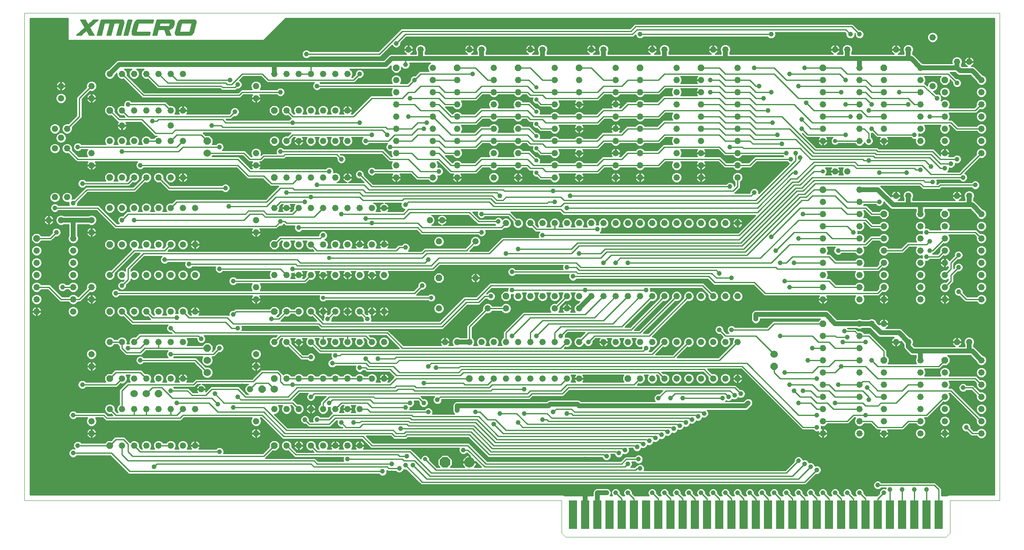
<source format=gtl>
G75*
G70*
%OFA0B0*%
%FSLAX24Y24*%
%IPPOS*%
%LPD*%
%AMOC8*
5,1,8,0,0,1.08239X$1,22.5*
%
%ADD10C,0.0000*%
%ADD11OC8,0.0520*%
%ADD12C,0.0520*%
%ADD13R,0.0650X0.2350*%
%ADD14OC8,0.0600*%
%ADD15C,0.0600*%
%ADD16OC8,0.0860*%
%ADD17C,0.0860*%
%ADD18C,0.2500*%
%ADD19C,0.0400*%
%ADD20C,0.0396*%
%ADD21C,0.0100*%
%ADD22C,0.0357*%
%ADD23C,0.0060*%
D10*
X000180Y003100D02*
X000180Y043100D01*
X080180Y043100D01*
X080180Y003100D01*
X076180Y003100D01*
X076110Y003100D01*
X076110Y000420D01*
X075790Y000100D01*
X044570Y000100D01*
X044250Y000420D01*
X044250Y003100D01*
X044180Y003100D01*
X000180Y003100D01*
D11*
X007180Y007600D03*
X007180Y013100D03*
X007180Y018600D03*
X007180Y024100D03*
X001180Y024600D03*
X007180Y029600D03*
X007180Y035100D03*
X020680Y035100D03*
X020680Y029600D03*
X020680Y024100D03*
X020680Y018600D03*
X020680Y013100D03*
X020680Y007600D03*
X036680Y013100D03*
X039680Y019850D03*
X034180Y021350D03*
X049680Y013100D03*
X065680Y017600D03*
X070680Y014600D03*
X075680Y014600D03*
X075680Y026600D03*
X070680Y026600D03*
X065680Y028600D03*
X075680Y037600D03*
X070680Y038600D03*
X065680Y038600D03*
X055680Y038600D03*
X050680Y038600D03*
X045680Y038600D03*
X040680Y038600D03*
X035680Y038600D03*
X030680Y038600D03*
D12*
X030680Y037600D03*
X030680Y036600D03*
X030680Y035600D03*
X030680Y034600D03*
X030680Y033600D03*
X030680Y032600D03*
X030680Y031600D03*
X030680Y030600D03*
X030680Y029600D03*
X033680Y029600D03*
X033680Y030600D03*
X033680Y031600D03*
X033680Y032600D03*
X033680Y033600D03*
X033680Y034600D03*
X033680Y035600D03*
X033680Y036600D03*
X033680Y037600D03*
X033680Y038600D03*
X032680Y040100D03*
X031680Y040100D03*
X035680Y037600D03*
X035680Y036600D03*
X035680Y035600D03*
X035680Y034600D03*
X035680Y033600D03*
X035680Y032600D03*
X035680Y031600D03*
X035680Y030600D03*
X035680Y029600D03*
X038680Y029600D03*
X038680Y030600D03*
X040680Y030600D03*
X040680Y029600D03*
X043680Y029600D03*
X043680Y030600D03*
X045680Y030600D03*
X045680Y029600D03*
X048680Y029600D03*
X048680Y030600D03*
X048680Y031600D03*
X048680Y032600D03*
X048680Y033600D03*
X048680Y034600D03*
X048680Y035600D03*
X048680Y036600D03*
X048680Y037600D03*
X048680Y038600D03*
X047680Y040100D03*
X046680Y040100D03*
X043680Y038600D03*
X043680Y037600D03*
X043680Y036600D03*
X043680Y035600D03*
X045680Y035600D03*
X045680Y036600D03*
X045680Y037600D03*
X042680Y040100D03*
X041680Y040100D03*
X038680Y038600D03*
X038680Y037600D03*
X038680Y036600D03*
X038680Y035600D03*
X040680Y035600D03*
X040680Y036600D03*
X040680Y037600D03*
X037680Y040100D03*
X036680Y040100D03*
X026680Y038100D03*
X025680Y038100D03*
X024680Y038100D03*
X023680Y038100D03*
X022680Y038100D03*
X021680Y038100D03*
X020680Y038100D03*
X019180Y037100D03*
X019180Y036100D03*
X021680Y035100D03*
X022680Y035100D03*
X023680Y035100D03*
X024680Y035100D03*
X025680Y035100D03*
X026680Y035100D03*
X026680Y032600D03*
X025680Y032600D03*
X024680Y032600D03*
X023680Y032600D03*
X022680Y032600D03*
X021680Y032600D03*
X020680Y032600D03*
X019180Y031600D03*
X019180Y030600D03*
X021680Y029600D03*
X022680Y029600D03*
X023680Y029600D03*
X024680Y029600D03*
X025680Y029600D03*
X026680Y029600D03*
X026680Y027100D03*
X027680Y027100D03*
X028680Y027100D03*
X029680Y027100D03*
X033430Y026100D03*
X034430Y026100D03*
X034180Y024350D03*
X037180Y024350D03*
X039680Y025850D03*
X040680Y025850D03*
X041680Y025850D03*
X042680Y025850D03*
X043680Y025850D03*
X044680Y025850D03*
X045680Y025850D03*
X046680Y025850D03*
X047680Y025850D03*
X048680Y025850D03*
X049680Y025850D03*
X050680Y025850D03*
X051680Y025850D03*
X052680Y025850D03*
X053680Y025850D03*
X054680Y025850D03*
X055680Y025850D03*
X056680Y025850D03*
X057680Y025850D03*
X058680Y025850D03*
X065680Y025600D03*
X065680Y026600D03*
X065680Y027600D03*
X068680Y027600D03*
X068680Y026600D03*
X068680Y025600D03*
X070680Y025600D03*
X070680Y024600D03*
X070680Y023600D03*
X070680Y022600D03*
X068680Y022600D03*
X068680Y023600D03*
X068680Y024600D03*
X065680Y024600D03*
X065680Y023600D03*
X065680Y022600D03*
X065680Y021600D03*
X065680Y020600D03*
X065680Y019600D03*
X068680Y019600D03*
X068680Y020600D03*
X068680Y021600D03*
X070680Y021600D03*
X070680Y020600D03*
X070680Y019600D03*
X073680Y019600D03*
X073680Y020600D03*
X073680Y021600D03*
X073680Y022600D03*
X073680Y023600D03*
X073680Y024600D03*
X073680Y025600D03*
X073680Y026600D03*
X072680Y028100D03*
X071680Y028100D03*
X068680Y028600D03*
X067680Y030100D03*
X066680Y030100D03*
X065680Y032600D03*
X065680Y033600D03*
X065680Y034600D03*
X065680Y035600D03*
X065680Y036600D03*
X065680Y037600D03*
X068680Y037600D03*
X068680Y036600D03*
X068680Y035600D03*
X070680Y035600D03*
X070680Y036600D03*
X070680Y037600D03*
X068680Y038600D03*
X067680Y040100D03*
X066680Y040100D03*
X071680Y040100D03*
X072680Y040100D03*
X074680Y041100D03*
X076680Y039100D03*
X077680Y039100D03*
X078680Y037600D03*
X078680Y036600D03*
X078680Y035600D03*
X078680Y034600D03*
X078680Y033600D03*
X078680Y032600D03*
X078680Y031600D03*
X075680Y031600D03*
X075680Y032600D03*
X075680Y033600D03*
X075680Y034600D03*
X075680Y035600D03*
X075680Y036600D03*
X074680Y037100D03*
X073680Y036600D03*
X073680Y035600D03*
X073680Y034600D03*
X073680Y033600D03*
X073680Y032600D03*
X070680Y032600D03*
X070680Y033600D03*
X070680Y034600D03*
X068680Y034600D03*
X068680Y033600D03*
X068680Y032600D03*
X073680Y037600D03*
X073680Y038600D03*
X058680Y038600D03*
X058680Y037600D03*
X058680Y036600D03*
X058680Y035600D03*
X058680Y034600D03*
X058680Y033600D03*
X058680Y032600D03*
X058680Y031600D03*
X058680Y030600D03*
X058680Y029600D03*
X055680Y029600D03*
X055680Y030600D03*
X055680Y031600D03*
X055680Y032600D03*
X055680Y033600D03*
X055680Y034600D03*
X055680Y035600D03*
X055680Y036600D03*
X055680Y037600D03*
X053680Y037600D03*
X053680Y036600D03*
X053680Y035600D03*
X053680Y034600D03*
X053680Y033600D03*
X053680Y032600D03*
X053680Y031600D03*
X053680Y030600D03*
X053680Y029600D03*
X050680Y029600D03*
X050680Y030600D03*
X050680Y031600D03*
X050680Y032600D03*
X050680Y033600D03*
X050680Y034600D03*
X050680Y035600D03*
X050680Y036600D03*
X050680Y037600D03*
X053680Y038600D03*
X052680Y040100D03*
X051680Y040100D03*
X056680Y040100D03*
X057680Y040100D03*
X045680Y034600D03*
X045680Y033600D03*
X045680Y032600D03*
X045680Y031600D03*
X043680Y031600D03*
X043680Y032600D03*
X043680Y033600D03*
X043680Y034600D03*
X040680Y034600D03*
X040680Y033600D03*
X040680Y032600D03*
X040680Y031600D03*
X038680Y031600D03*
X038680Y032600D03*
X038680Y033600D03*
X038680Y034600D03*
X025680Y027100D03*
X024680Y027100D03*
X023680Y027100D03*
X022680Y027100D03*
X021680Y027100D03*
X020680Y027100D03*
X019180Y026100D03*
X019180Y025100D03*
X021680Y024100D03*
X022680Y024100D03*
X023680Y024100D03*
X024680Y024100D03*
X025680Y024100D03*
X026680Y024100D03*
X027680Y024100D03*
X028680Y024100D03*
X029680Y024100D03*
X029680Y021600D03*
X028680Y021600D03*
X027680Y021600D03*
X026680Y021600D03*
X025680Y021600D03*
X024680Y021600D03*
X023680Y021600D03*
X022680Y021600D03*
X021680Y021600D03*
X020680Y021600D03*
X019180Y020600D03*
X019180Y019600D03*
X021680Y018600D03*
X022680Y018600D03*
X023680Y018600D03*
X024680Y018600D03*
X025680Y018600D03*
X026680Y018600D03*
X027680Y018600D03*
X028680Y018600D03*
X029680Y018600D03*
X029680Y016100D03*
X028680Y016100D03*
X027680Y016100D03*
X026680Y016100D03*
X025680Y016100D03*
X024680Y016100D03*
X023680Y016100D03*
X022680Y016100D03*
X021680Y016100D03*
X020680Y016100D03*
X019180Y015100D03*
X019180Y014100D03*
X021680Y013100D03*
X022680Y013100D03*
X023680Y013100D03*
X024680Y013100D03*
X025680Y013100D03*
X026680Y013100D03*
X027680Y013100D03*
X028680Y013100D03*
X029680Y013100D03*
X027680Y010600D03*
X026680Y010600D03*
X025680Y010600D03*
X024680Y010600D03*
X023680Y010600D03*
X022680Y010600D03*
X021680Y010600D03*
X020680Y010600D03*
X019180Y009600D03*
X019180Y008600D03*
X021680Y007600D03*
X022680Y007600D03*
X023680Y007600D03*
X024680Y007600D03*
X025680Y007600D03*
X026680Y007600D03*
X027680Y007600D03*
X018680Y012225D03*
X014680Y012225D03*
X013180Y013100D03*
X012180Y013100D03*
X011180Y013100D03*
X010180Y013100D03*
X009180Y013100D03*
X008180Y013100D03*
X005680Y014100D03*
X005680Y015100D03*
X007180Y016100D03*
X008180Y016100D03*
X009180Y016100D03*
X010180Y016100D03*
X011180Y016100D03*
X012180Y016100D03*
X013180Y016100D03*
X013180Y018600D03*
X012180Y018600D03*
X011180Y018600D03*
X010180Y018600D03*
X009180Y018600D03*
X008180Y018600D03*
X005680Y019600D03*
X005680Y020600D03*
X004180Y020600D03*
X004180Y019600D03*
X004180Y018600D03*
X001180Y018600D03*
X001180Y019600D03*
X001180Y020600D03*
X001180Y021600D03*
X001180Y022600D03*
X001180Y023600D03*
X004180Y023600D03*
X004180Y022600D03*
X004180Y021600D03*
X007180Y021600D03*
X008180Y021600D03*
X009180Y021600D03*
X010180Y021600D03*
X011180Y021600D03*
X012180Y021600D03*
X013180Y021600D03*
X014180Y021600D03*
X014180Y024100D03*
X013180Y024100D03*
X012180Y024100D03*
X011180Y024100D03*
X010180Y024100D03*
X009180Y024100D03*
X008180Y024100D03*
X005680Y025100D03*
X004180Y024600D03*
X003180Y026100D03*
X002180Y026100D03*
X002680Y027975D03*
X003680Y027975D03*
X005680Y026100D03*
X007180Y027100D03*
X008180Y027100D03*
X009180Y027100D03*
X010180Y027100D03*
X011180Y027100D03*
X012180Y027100D03*
X013180Y027100D03*
X014180Y027100D03*
X013180Y029600D03*
X012180Y029600D03*
X011180Y029600D03*
X010180Y029600D03*
X009180Y029600D03*
X008180Y029600D03*
X005680Y030600D03*
X005680Y031600D03*
X007180Y032600D03*
X008180Y032600D03*
X009180Y032600D03*
X010180Y032600D03*
X011180Y032600D03*
X012180Y032600D03*
X013180Y032600D03*
X012180Y033850D03*
X012180Y035100D03*
X013180Y035100D03*
X011180Y035100D03*
X010180Y035100D03*
X009180Y035100D03*
X008180Y035100D03*
X008180Y033850D03*
X005680Y036100D03*
X005680Y037100D03*
X007180Y038100D03*
X008180Y038100D03*
X009180Y038100D03*
X010180Y038100D03*
X011180Y038100D03*
X012180Y038100D03*
X013180Y038100D03*
X003680Y033600D03*
X002680Y033600D03*
X003180Y032850D03*
X002680Y031975D03*
X003680Y031975D03*
X003180Y036100D03*
X003180Y037100D03*
X034180Y018850D03*
X038180Y018850D03*
X039680Y018850D03*
X040680Y019850D03*
X041680Y019850D03*
X042680Y019850D03*
X043680Y019850D03*
X044680Y019850D03*
X045680Y019850D03*
X045680Y018850D03*
X044680Y018850D03*
X043680Y018850D03*
X046680Y019850D03*
X047680Y019850D03*
X048680Y019850D03*
X049680Y019850D03*
X050680Y019850D03*
X051680Y019850D03*
X052680Y019850D03*
X053680Y019850D03*
X054680Y019850D03*
X055680Y019850D03*
X056680Y019850D03*
X057680Y019850D03*
X058680Y019850D03*
X058680Y016100D03*
X057680Y016100D03*
X056680Y016100D03*
X055680Y016100D03*
X054680Y016100D03*
X053680Y016100D03*
X052680Y016100D03*
X051680Y016100D03*
X050680Y016100D03*
X049680Y016100D03*
X048680Y016100D03*
X047680Y016100D03*
X045680Y016100D03*
X044680Y016100D03*
X043680Y016100D03*
X042680Y016100D03*
X041680Y016100D03*
X040680Y016100D03*
X039680Y016100D03*
X038680Y016100D03*
X037680Y016100D03*
X036680Y016100D03*
X035680Y016100D03*
X034680Y016100D03*
X037680Y013100D03*
X038680Y013100D03*
X039680Y013100D03*
X040680Y013100D03*
X041680Y013100D03*
X042680Y013100D03*
X043680Y013100D03*
X044680Y013100D03*
X045680Y013100D03*
X050680Y013100D03*
X051680Y013100D03*
X052680Y013100D03*
X053680Y013100D03*
X054680Y013100D03*
X055680Y013100D03*
X056680Y013100D03*
X057680Y013100D03*
X058680Y013100D03*
X065680Y012600D03*
X065680Y013600D03*
X065680Y014600D03*
X065680Y015600D03*
X065680Y016600D03*
X068680Y016600D03*
X068680Y015600D03*
X068680Y014600D03*
X068680Y013600D03*
X068680Y012600D03*
X070680Y012600D03*
X070680Y013600D03*
X073680Y013600D03*
X073680Y012600D03*
X073680Y011600D03*
X073680Y010600D03*
X073680Y009600D03*
X073680Y008600D03*
X075680Y008600D03*
X075680Y009600D03*
X075680Y010600D03*
X075680Y011600D03*
X075680Y012600D03*
X075680Y013600D03*
X073680Y014600D03*
X072680Y016100D03*
X071680Y016100D03*
X070680Y017600D03*
X069680Y017600D03*
X068680Y017600D03*
X075680Y019600D03*
X075680Y020600D03*
X075680Y021600D03*
X075680Y022600D03*
X075680Y023600D03*
X075680Y024600D03*
X075680Y025600D03*
X078680Y025600D03*
X078680Y026600D03*
X077680Y028100D03*
X076680Y028100D03*
X078680Y024600D03*
X078680Y023600D03*
X078680Y022600D03*
X078680Y021600D03*
X078680Y020600D03*
X078680Y019600D03*
X077680Y016100D03*
X076680Y016100D03*
X078680Y014600D03*
X078680Y013600D03*
X078680Y012600D03*
X078680Y011600D03*
X078680Y010600D03*
X078680Y009600D03*
X078680Y008600D03*
X070680Y008600D03*
X068680Y008600D03*
X068680Y009600D03*
X068680Y010600D03*
X068680Y011600D03*
X070680Y011600D03*
X070680Y010600D03*
X070680Y009600D03*
X065680Y009600D03*
X065680Y010600D03*
X065680Y011600D03*
X065680Y008600D03*
X037180Y021350D03*
X014180Y018600D03*
X014180Y010600D03*
X013180Y010600D03*
X012180Y010600D03*
X011180Y010600D03*
X010180Y010600D03*
X009180Y010600D03*
X008180Y010600D03*
X007180Y010600D03*
X005680Y009600D03*
X005680Y008600D03*
X008180Y007600D03*
X009180Y007600D03*
X010180Y007600D03*
X011180Y007600D03*
X012180Y007600D03*
X013180Y007600D03*
X014180Y007600D03*
D13*
X045180Y001915D03*
X046180Y001915D03*
X047180Y001915D03*
X048180Y001915D03*
X049180Y001915D03*
X050180Y001915D03*
X051180Y001915D03*
X052180Y001915D03*
X053180Y001915D03*
X054180Y001915D03*
X055180Y001915D03*
X056180Y001915D03*
X057180Y001915D03*
X058180Y001915D03*
X059180Y001915D03*
X060180Y001915D03*
X061180Y001915D03*
X062180Y001915D03*
X063180Y001915D03*
X064180Y001915D03*
X065180Y001915D03*
X066180Y001915D03*
X067180Y001915D03*
X068180Y001915D03*
X069180Y001915D03*
X070180Y001915D03*
X071180Y001915D03*
X072180Y001915D03*
X073180Y001915D03*
X074180Y001915D03*
X075180Y001915D03*
D14*
X061680Y014100D03*
X019680Y012225D03*
X015180Y015600D03*
X011180Y011850D03*
X015180Y032600D03*
D15*
X015180Y031600D03*
X015180Y014600D03*
X015180Y013600D03*
X010180Y011850D03*
X009180Y011850D03*
X020680Y012225D03*
X061680Y015100D03*
D16*
X034680Y006225D03*
D17*
X036680Y006225D03*
D18*
X002180Y005100D03*
X002180Y041100D03*
X078180Y041100D03*
X078180Y005100D03*
D19*
X078680Y014600D02*
X077930Y015350D01*
X077680Y015350D01*
X077680Y016100D01*
X077680Y015350D02*
X073680Y015350D01*
X073055Y015350D01*
X072680Y015725D01*
X072680Y016100D01*
X071930Y016850D01*
X070430Y016850D01*
X069680Y017600D01*
X068680Y017600D01*
X066680Y017600D01*
X065930Y018350D01*
X065305Y018350D01*
X064930Y018350D01*
X060180Y018350D01*
X060180Y017975D01*
X059555Y011100D02*
X059305Y010850D01*
X048680Y010850D01*
X048305Y010850D01*
X045680Y010850D01*
X045555Y010975D01*
X043305Y010975D01*
X043180Y010850D01*
X035680Y010850D01*
X035680Y010475D01*
X035680Y016100D02*
X036680Y016100D01*
X045680Y018850D02*
X046680Y019850D01*
X068680Y028600D02*
X070180Y028600D01*
X071430Y027350D01*
X072680Y027350D01*
X073680Y027350D01*
X073680Y026600D01*
X073680Y027350D02*
X077680Y027350D01*
X077680Y028100D01*
X077680Y027350D02*
X077930Y027350D01*
X078680Y026600D01*
X072680Y027350D02*
X072680Y028100D01*
X078680Y037600D02*
X077930Y038350D01*
X076930Y038350D01*
X076680Y038600D01*
X076680Y039100D01*
X076680Y038600D02*
X073680Y038600D01*
X072930Y039350D01*
X072680Y039350D01*
X068680Y039350D01*
X068680Y038600D01*
X068680Y039350D02*
X067680Y039350D01*
X065305Y039350D01*
X064930Y039350D01*
X057680Y039350D01*
X052680Y039350D01*
X047680Y039350D01*
X047680Y040100D01*
X047680Y039350D02*
X042680Y039350D01*
X042680Y040100D01*
X042680Y039350D02*
X037680Y039350D01*
X037680Y040100D01*
X037680Y039350D02*
X032680Y039350D01*
X032680Y040100D01*
X032680Y039350D02*
X031430Y039350D01*
X030305Y039350D01*
X029805Y038850D01*
X023680Y038850D01*
X020680Y038850D01*
X020680Y038100D01*
X020680Y038850D02*
X007930Y038850D01*
X007180Y038100D01*
X005680Y026100D02*
X004180Y026100D01*
X004180Y024600D01*
X004180Y026100D02*
X003180Y026100D01*
X046180Y003725D02*
X046180Y001915D01*
X047180Y001915D02*
X047180Y003725D01*
X047555Y003725D01*
X047930Y003725D01*
X073680Y014600D02*
X073680Y015350D01*
X072680Y039350D02*
X072680Y040100D01*
X067680Y040100D02*
X067680Y039350D01*
X057680Y039350D02*
X057680Y040100D01*
X052680Y040100D02*
X052680Y039350D01*
D20*
X050680Y041350D03*
X050180Y042350D03*
X045180Y042350D03*
X040180Y042350D03*
X034180Y042350D03*
X030680Y040600D03*
X028180Y040850D03*
X031430Y038850D03*
X031555Y038100D03*
X032180Y037600D03*
X031805Y036100D03*
X031680Y034600D03*
X033180Y034100D03*
X032930Y033600D03*
X029930Y033100D03*
X030180Y032100D03*
X028680Y033100D03*
X028180Y032600D03*
X027680Y034100D03*
X026180Y031100D03*
X025180Y030100D03*
X024180Y028975D03*
X023680Y027975D03*
X023180Y027600D03*
X021680Y028350D03*
X019180Y029350D03*
X016680Y028725D03*
X016930Y027225D03*
X021180Y025975D03*
X021180Y025350D03*
X022680Y025475D03*
X024680Y024850D03*
X026180Y026600D03*
X028180Y026225D03*
X028680Y025850D03*
X031430Y027350D03*
X027680Y029850D03*
X028680Y030100D03*
X034180Y030100D03*
X036805Y031475D03*
X039680Y029600D03*
X039180Y028100D03*
X037680Y026600D03*
X039055Y025975D03*
X037680Y025100D03*
X039680Y023350D03*
X040680Y023725D03*
X042680Y024850D03*
X043680Y026600D03*
X044680Y027100D03*
X043680Y027600D03*
X044930Y028100D03*
X043555Y028475D03*
X041180Y026600D03*
X047180Y025350D03*
X045680Y023350D03*
X044680Y022225D03*
X045180Y021475D03*
X044180Y021100D03*
X046180Y020350D03*
X047680Y022600D03*
X048680Y022600D03*
X049680Y022600D03*
X051180Y020350D03*
X056555Y020600D03*
X058180Y021350D03*
X057180Y021725D03*
X059555Y019975D03*
X059555Y019600D03*
X060180Y018350D03*
X060180Y017975D03*
X058180Y017100D03*
X057180Y017100D03*
X056430Y015100D03*
X058430Y011725D03*
X057930Y011600D03*
X057430Y011475D03*
X058930Y011850D03*
X059555Y011100D03*
X059305Y010850D03*
X061180Y010600D03*
X063680Y011100D03*
X063305Y012100D03*
X064055Y012100D03*
X062930Y012600D03*
X062555Y013600D03*
X064430Y014600D03*
X064805Y015600D03*
X067305Y016100D03*
X067680Y016475D03*
X067430Y016975D03*
X069180Y016100D03*
X069680Y014600D03*
X067180Y014100D03*
X065180Y013100D03*
X066930Y012600D03*
X069305Y012350D03*
X069430Y011350D03*
X069180Y010100D03*
X066680Y011100D03*
X065180Y010100D03*
X065180Y009100D03*
X063680Y006350D03*
X064180Y006100D03*
X064680Y005850D03*
X065180Y005600D03*
X064680Y003725D03*
X063680Y003725D03*
X062680Y003725D03*
X061680Y003725D03*
X060680Y003725D03*
X059680Y003725D03*
X058680Y003725D03*
X057680Y003725D03*
X056680Y003725D03*
X055680Y003725D03*
X054680Y003725D03*
X053680Y003725D03*
X052680Y003725D03*
X051680Y003725D03*
X049680Y003725D03*
X048680Y003725D03*
X047930Y003725D03*
X047555Y003725D03*
X047180Y003725D03*
X046180Y003725D03*
X045930Y004100D03*
X045680Y003725D03*
X041180Y004100D03*
X036180Y004100D03*
X032055Y005975D03*
X031430Y005975D03*
X030930Y005725D03*
X030305Y005350D03*
X029555Y005475D03*
X030305Y006100D03*
X031555Y006725D03*
X029430Y008225D03*
X031055Y008975D03*
X033305Y010350D03*
X032930Y011100D03*
X031805Y011100D03*
X031430Y010725D03*
X034055Y011350D03*
X034680Y011100D03*
X035680Y010850D03*
X035680Y010475D03*
X037180Y010350D03*
X038680Y009350D03*
X039180Y010225D03*
X040680Y009475D03*
X041180Y010225D03*
X042680Y009725D03*
X043555Y010350D03*
X044680Y010225D03*
X046680Y011600D03*
X048305Y010850D03*
X048680Y010850D03*
X052180Y011475D03*
X053180Y011475D03*
X054180Y011475D03*
X055430Y009975D03*
X054930Y009725D03*
X054430Y009475D03*
X053930Y009225D03*
X053430Y008975D03*
X052930Y008725D03*
X052430Y008475D03*
X051930Y008225D03*
X051430Y007975D03*
X050930Y007725D03*
X050430Y007475D03*
X049430Y007225D03*
X048930Y006975D03*
X047930Y006725D03*
X046180Y006475D03*
X049680Y006100D03*
X050555Y006475D03*
X050680Y005725D03*
X055930Y010225D03*
X051180Y015600D03*
X046430Y016100D03*
X044180Y016600D03*
X042180Y016600D03*
X040180Y016600D03*
X036180Y017600D03*
X038430Y019850D03*
X040180Y020350D03*
X040180Y021850D03*
X034180Y020600D03*
X032805Y020725D03*
X033305Y022850D03*
X031430Y023850D03*
X022180Y022100D03*
X019180Y021475D03*
X017305Y021100D03*
X016180Y022100D03*
X013680Y022475D03*
X011680Y022850D03*
X008180Y020725D03*
X007680Y020100D03*
X003305Y020600D03*
X002805Y025100D03*
X002680Y027100D03*
X001680Y027475D03*
X004180Y027475D03*
X004930Y029100D03*
X008180Y031725D03*
X009680Y030600D03*
X004555Y032100D03*
X001680Y033100D03*
X008680Y035600D03*
X010680Y034225D03*
X015555Y033850D03*
X017430Y034975D03*
X021180Y036600D03*
X024180Y037100D03*
X027680Y038100D03*
X023305Y039725D03*
X022180Y039850D03*
X017680Y037225D03*
X017055Y037600D03*
X015180Y039850D03*
X010180Y039850D03*
X006180Y038850D03*
X016180Y032100D03*
X021180Y031725D03*
X022180Y034100D03*
X036805Y035350D03*
X038055Y034100D03*
X036930Y038100D03*
X055180Y042350D03*
X059305Y040350D03*
X059305Y039975D03*
X060055Y038600D03*
X060430Y037100D03*
X061430Y036600D03*
X060805Y036100D03*
X061180Y035100D03*
X061555Y034100D03*
X061930Y033100D03*
X062305Y032350D03*
X062680Y031600D03*
X063430Y031600D03*
X063805Y031225D03*
X063055Y031100D03*
X063430Y029975D03*
X060055Y028350D03*
X058055Y028850D03*
X057430Y029350D03*
X057055Y029350D03*
X058055Y032100D03*
X063930Y033600D03*
X063930Y034350D03*
X064305Y035725D03*
X063680Y037100D03*
X062930Y038100D03*
X064180Y038600D03*
X064930Y039350D03*
X065305Y039350D03*
X067555Y037600D03*
X067180Y036600D03*
X067555Y035600D03*
X069430Y035100D03*
X069680Y035600D03*
X067930Y034600D03*
X069680Y033600D03*
X069430Y032600D03*
X067555Y033100D03*
X069430Y030975D03*
X070305Y029975D03*
X072555Y029975D03*
X073680Y030225D03*
X074555Y030475D03*
X075680Y030350D03*
X076180Y030725D03*
X076680Y031100D03*
X077180Y029600D03*
X078180Y028975D03*
X079430Y029100D03*
X074680Y029225D03*
X070305Y027600D03*
X071680Y026600D03*
X074180Y025100D03*
X074430Y024350D03*
X074430Y023600D03*
X074180Y023100D03*
X076805Y023225D03*
X076805Y022225D03*
X079430Y024100D03*
X076805Y020225D03*
X079430Y019100D03*
X072930Y014600D03*
X077180Y012350D03*
X079430Y014100D03*
X079430Y009100D03*
X077430Y009100D03*
X076930Y008600D03*
X075555Y005100D03*
X075180Y004725D03*
X074180Y003975D03*
X073180Y003975D03*
X072180Y003975D03*
X071180Y003975D03*
X070680Y003725D03*
X070180Y004350D03*
X068680Y003725D03*
X067680Y003725D03*
X066680Y003725D03*
X065680Y003725D03*
X062180Y016600D03*
X064930Y018350D03*
X065305Y018350D03*
X062930Y020600D03*
X062555Y021100D03*
X062180Y022600D03*
X063305Y022600D03*
X061805Y023600D03*
X061430Y024725D03*
X063680Y024600D03*
X066930Y023600D03*
X068180Y025100D03*
X071680Y024100D03*
X064055Y026600D03*
X073180Y033100D03*
X074430Y034600D03*
X072680Y035600D03*
X071930Y036600D03*
X075055Y036100D03*
X076680Y037350D03*
X079430Y034100D03*
X068680Y041350D03*
X067930Y041350D03*
X070180Y042350D03*
X065180Y042350D03*
X061430Y041350D03*
X060180Y042350D03*
X056430Y037600D03*
X056430Y036600D03*
X028305Y017975D03*
X030680Y016725D03*
X030430Y015725D03*
X029180Y014725D03*
X028180Y014725D03*
X027680Y013975D03*
X025680Y014975D03*
X025430Y014350D03*
X023680Y014850D03*
X022180Y012600D03*
X023680Y011600D03*
X025180Y011100D03*
X024180Y009725D03*
X023180Y009725D03*
X026180Y009475D03*
X027180Y009475D03*
X026680Y006475D03*
X026180Y004100D03*
X021180Y004100D03*
X016180Y004100D03*
X016180Y007100D03*
X010805Y005850D03*
X010680Y004100D03*
X004555Y006350D03*
X004180Y006975D03*
X004555Y007600D03*
X004180Y010100D03*
X003180Y011100D03*
X004930Y012600D03*
X009680Y014600D03*
X008680Y015600D03*
X012180Y015100D03*
X014680Y016350D03*
X016180Y015600D03*
X017680Y017225D03*
X017305Y018350D03*
X020430Y017975D03*
X025055Y017975D03*
X033305Y014100D03*
X033930Y013975D03*
X032930Y012725D03*
X034555Y008100D03*
X036180Y007225D03*
X036555Y007975D03*
X031180Y004100D03*
X017305Y010725D03*
X017680Y011600D03*
X018055Y012475D03*
X015805Y011850D03*
X016055Y010975D03*
X012680Y011100D03*
X012180Y012100D03*
X012180Y017225D03*
X012680Y018100D03*
X003180Y015600D03*
X008180Y026100D03*
X009180Y026100D03*
X041180Y012225D03*
D21*
X038555Y012225D01*
X038430Y012100D01*
X032180Y012100D01*
X032055Y012225D01*
X030805Y012225D01*
X030680Y012100D01*
X022680Y012100D01*
X021930Y011350D01*
X017930Y011350D01*
X017680Y011600D01*
X017680Y012225D02*
X018305Y011600D01*
X021805Y011600D01*
X022555Y012350D01*
X030555Y012350D01*
X030680Y012475D01*
X032180Y012475D01*
X032305Y012350D01*
X038305Y012350D01*
X038555Y012600D01*
X044180Y012600D01*
X044680Y013100D01*
X045083Y012950D02*
X045298Y012950D01*
X045300Y012943D02*
X045329Y012885D01*
X045367Y012833D01*
X045380Y012820D01*
X045008Y012820D01*
X045045Y012856D01*
X045110Y013014D01*
X045110Y013186D01*
X045045Y013344D01*
X045008Y013380D01*
X045380Y013380D01*
X045367Y013367D01*
X045329Y013315D01*
X045300Y013257D01*
X045280Y013196D01*
X045270Y013132D01*
X045270Y013130D01*
X045650Y013130D01*
X045650Y013070D01*
X045270Y013070D01*
X045270Y013068D01*
X045280Y013004D01*
X045300Y012943D01*
X045354Y012852D02*
X045040Y012852D01*
X045110Y013049D02*
X045273Y013049D01*
X045272Y013147D02*
X045110Y013147D01*
X045085Y013246D02*
X045296Y013246D01*
X045351Y013344D02*
X045044Y013344D01*
X045710Y013130D02*
X046090Y013130D01*
X046090Y013132D01*
X046080Y013196D01*
X046060Y013257D01*
X046031Y013315D01*
X045993Y013367D01*
X045980Y013380D01*
X049352Y013380D01*
X049250Y013278D01*
X049250Y012922D01*
X049352Y012820D01*
X045980Y012820D01*
X045993Y012833D01*
X046031Y012885D01*
X046060Y012943D01*
X046080Y013004D01*
X046090Y013068D01*
X046090Y013070D01*
X045710Y013070D01*
X045710Y013130D01*
X046009Y013344D02*
X049316Y013344D01*
X049250Y013246D02*
X046064Y013246D01*
X046088Y013147D02*
X049250Y013147D01*
X049250Y013049D02*
X046087Y013049D01*
X046062Y012950D02*
X049250Y012950D01*
X049320Y012852D02*
X046006Y012852D01*
X044805Y012350D02*
X044305Y011850D01*
X041805Y011850D01*
X041555Y011600D01*
X034305Y011600D01*
X034055Y011350D01*
X034304Y011079D02*
X035385Y011079D01*
X035366Y011060D02*
X035310Y010924D01*
X035310Y010401D01*
X035366Y010265D01*
X035437Y010195D01*
X033639Y010195D01*
X033673Y010277D01*
X033673Y010423D01*
X033617Y010559D01*
X033514Y010662D01*
X033378Y010718D01*
X033232Y010718D01*
X033096Y010662D01*
X033004Y010570D01*
X031764Y010570D01*
X031798Y010652D01*
X031798Y010732D01*
X031878Y010732D01*
X032014Y010788D01*
X032117Y010891D01*
X032173Y011027D01*
X032173Y011173D01*
X032139Y011255D01*
X032464Y011255D01*
X032562Y011157D01*
X032562Y011027D01*
X032618Y010891D01*
X032721Y010788D01*
X032857Y010732D01*
X033003Y010732D01*
X033139Y010788D01*
X033242Y010891D01*
X033298Y011027D01*
X033298Y011173D01*
X033242Y011309D01*
X033139Y011412D01*
X033003Y011468D01*
X032873Y011468D01*
X032711Y011630D01*
X033814Y011630D01*
X033743Y011559D01*
X033687Y011423D01*
X033687Y011277D01*
X033743Y011141D01*
X033846Y011038D01*
X033982Y010982D01*
X034128Y010982D01*
X034264Y011038D01*
X034367Y011141D01*
X034423Y011277D01*
X034423Y011380D01*
X041646Y011380D01*
X041775Y011509D01*
X041896Y011630D01*
X044396Y011630D01*
X044525Y011759D01*
X044896Y012130D01*
X052524Y012130D01*
X052237Y011843D01*
X052107Y011843D01*
X051971Y011787D01*
X051868Y011684D01*
X051812Y011548D01*
X051812Y011402D01*
X051868Y011266D01*
X051914Y011220D01*
X045833Y011220D01*
X045765Y011289D01*
X045629Y011345D01*
X043231Y011345D01*
X043095Y011289D01*
X043027Y011220D01*
X035606Y011220D01*
X035470Y011164D01*
X035366Y011060D01*
X035333Y010980D02*
X033279Y010980D01*
X033298Y011079D02*
X033806Y011079D01*
X033728Y011177D02*
X033297Y011177D01*
X033256Y011276D02*
X033687Y011276D01*
X033687Y011374D02*
X033177Y011374D01*
X032869Y011473D02*
X033707Y011473D01*
X033755Y011571D02*
X032770Y011571D01*
X032555Y011475D02*
X032930Y011100D01*
X032562Y011079D02*
X032173Y011079D01*
X032172Y011177D02*
X032542Y011177D01*
X032581Y010980D02*
X032154Y010980D01*
X032107Y010882D02*
X032628Y010882D01*
X032733Y010783D02*
X032002Y010783D01*
X031798Y010685D02*
X033151Y010685D01*
X033127Y010783D02*
X035310Y010783D01*
X035310Y010685D02*
X033459Y010685D01*
X033590Y010586D02*
X035310Y010586D01*
X035310Y010488D02*
X033646Y010488D01*
X033673Y010389D02*
X035315Y010389D01*
X035356Y010291D02*
X033673Y010291D01*
X033305Y010350D02*
X028555Y010350D01*
X028305Y010600D01*
X027680Y010600D01*
X027250Y010586D02*
X026710Y010586D01*
X026710Y010570D02*
X026710Y010630D01*
X027090Y010630D01*
X027090Y010632D01*
X027080Y010696D01*
X027060Y010757D01*
X027031Y010815D01*
X026993Y010867D01*
X026980Y010880D01*
X027352Y010880D01*
X027315Y010844D01*
X027250Y010686D01*
X027250Y010514D01*
X027315Y010356D01*
X027352Y010320D01*
X026980Y010320D01*
X026993Y010333D01*
X027031Y010385D01*
X027060Y010443D01*
X027080Y010504D01*
X027090Y010568D01*
X027090Y010570D01*
X026710Y010570D01*
X026650Y010570D02*
X026270Y010570D01*
X026270Y010568D01*
X026280Y010504D01*
X026300Y010443D01*
X026329Y010385D01*
X026367Y010333D01*
X026380Y010320D01*
X026008Y010320D01*
X026045Y010356D01*
X026110Y010514D01*
X026110Y010686D01*
X026100Y010709D01*
X026271Y010880D01*
X026380Y010880D01*
X026367Y010867D01*
X026329Y010815D01*
X026300Y010757D01*
X026280Y010696D01*
X026270Y010632D01*
X026270Y010630D01*
X026650Y010630D01*
X026650Y010570D01*
X026650Y010586D02*
X026110Y010586D01*
X026110Y010685D02*
X026278Y010685D01*
X026313Y010783D02*
X026174Y010783D01*
X026099Y010488D02*
X026285Y010488D01*
X026327Y010389D02*
X026058Y010389D01*
X025680Y010600D02*
X026180Y011100D01*
X028305Y011100D01*
X028680Y010725D01*
X031430Y010725D01*
X031771Y010586D02*
X033020Y010586D01*
X033232Y010882D02*
X035310Y010882D01*
X035503Y011177D02*
X034382Y011177D01*
X034423Y011276D02*
X043082Y011276D01*
X041837Y011571D02*
X051821Y011571D01*
X051812Y011473D02*
X041739Y011473D01*
X041430Y011850D02*
X023930Y011850D01*
X023680Y011600D01*
X023426Y011867D02*
X022758Y011867D01*
X022771Y011880D02*
X023439Y011880D01*
X023368Y011809D01*
X023312Y011673D01*
X023312Y011527D01*
X023368Y011391D01*
X023471Y011288D01*
X023607Y011232D01*
X023753Y011232D01*
X023889Y011288D01*
X023992Y011391D01*
X024048Y011527D01*
X024048Y011630D01*
X024899Y011630D01*
X024460Y011191D01*
X024460Y010974D01*
X024436Y010965D01*
X024315Y010844D01*
X024250Y010686D01*
X024250Y010514D01*
X024315Y010356D01*
X024436Y010235D01*
X024594Y010170D01*
X024766Y010170D01*
X024924Y010235D01*
X025045Y010356D01*
X025110Y010514D01*
X025110Y010686D01*
X025087Y010740D01*
X025107Y010732D01*
X025253Y010732D01*
X025273Y010740D01*
X025250Y010686D01*
X025250Y010514D01*
X025315Y010356D01*
X025408Y010264D01*
X025089Y009945D01*
X024481Y009945D01*
X024389Y010037D01*
X024253Y010093D01*
X024107Y010093D01*
X023971Y010037D01*
X023868Y009934D01*
X023812Y009798D01*
X023548Y009798D01*
X023492Y009934D01*
X023389Y010037D01*
X023253Y010093D01*
X023107Y010093D01*
X022971Y010037D01*
X022868Y009934D01*
X022812Y009798D01*
X021043Y009798D01*
X020945Y009897D02*
X022853Y009897D01*
X022812Y009798D02*
X022812Y009652D01*
X022868Y009516D01*
X022971Y009413D01*
X023107Y009357D01*
X023237Y009357D01*
X023464Y009130D01*
X025271Y009130D01*
X025400Y009259D01*
X025771Y009630D01*
X025846Y009630D01*
X025812Y009548D01*
X025812Y009402D01*
X025868Y009266D01*
X025971Y009163D01*
X026107Y009107D01*
X026237Y009107D01*
X026274Y009070D01*
X021771Y009070D01*
X020671Y010170D01*
X020766Y010170D01*
X020924Y010235D01*
X021045Y010356D01*
X021110Y010514D01*
X021110Y010686D01*
X021045Y010844D01*
X021008Y010880D01*
X021352Y010880D01*
X021315Y010844D01*
X021250Y010686D01*
X021250Y010514D01*
X021315Y010356D01*
X021436Y010235D01*
X021594Y010170D01*
X021766Y010170D01*
X021924Y010235D01*
X022045Y010356D01*
X022110Y010514D01*
X022110Y010686D01*
X022045Y010844D01*
X022008Y010880D01*
X022089Y010880D01*
X022260Y010709D01*
X022250Y010686D01*
X022250Y010514D01*
X022315Y010356D01*
X022436Y010235D01*
X022594Y010170D01*
X022766Y010170D01*
X022924Y010235D01*
X023045Y010356D01*
X023110Y010514D01*
X023110Y010686D01*
X023045Y010844D01*
X022924Y010965D01*
X022766Y011030D01*
X022594Y011030D01*
X022571Y011020D01*
X022271Y011320D01*
X022211Y011320D01*
X022771Y011880D01*
X022659Y011768D02*
X023351Y011768D01*
X023312Y011670D02*
X022561Y011670D01*
X022462Y011571D02*
X023312Y011571D01*
X023334Y011473D02*
X022364Y011473D01*
X022265Y011374D02*
X023385Y011374D01*
X023501Y011276D02*
X022316Y011276D01*
X022414Y011177D02*
X024460Y011177D01*
X024460Y011079D02*
X022513Y011079D01*
X022180Y011100D02*
X022680Y010600D01*
X022979Y010291D02*
X023410Y010291D01*
X023413Y010287D02*
X023465Y010249D01*
X023523Y010220D01*
X023584Y010200D01*
X023648Y010190D01*
X023650Y010190D01*
X023650Y010570D01*
X023270Y010570D01*
X023270Y010568D01*
X023280Y010504D01*
X023300Y010443D01*
X023329Y010385D01*
X023367Y010333D01*
X023413Y010287D01*
X023327Y010389D02*
X023058Y010389D01*
X023099Y010488D02*
X023285Y010488D01*
X023270Y010630D02*
X023650Y010630D01*
X023650Y011010D01*
X023648Y011010D01*
X023584Y011000D01*
X023523Y010980D01*
X022886Y010980D01*
X023007Y010882D02*
X023382Y010882D01*
X023367Y010867D02*
X023329Y010815D01*
X023300Y010757D01*
X023280Y010696D01*
X023270Y010632D01*
X023270Y010630D01*
X023278Y010685D02*
X023110Y010685D01*
X023110Y010586D02*
X023650Y010586D01*
X023650Y010570D02*
X023650Y010630D01*
X023710Y010630D01*
X023710Y011010D01*
X023712Y011010D01*
X023776Y011000D01*
X023837Y010980D01*
X024460Y010980D01*
X024353Y010882D02*
X023978Y010882D01*
X023993Y010867D02*
X023947Y010913D01*
X023895Y010951D01*
X023837Y010980D01*
X023710Y010980D02*
X023650Y010980D01*
X023650Y010882D02*
X023710Y010882D01*
X023710Y010783D02*
X023650Y010783D01*
X023650Y010685D02*
X023710Y010685D01*
X023710Y010630D02*
X024090Y010630D01*
X024090Y010632D01*
X024080Y010696D01*
X024060Y010757D01*
X024031Y010815D01*
X023993Y010867D01*
X024047Y010783D02*
X024290Y010783D01*
X024250Y010685D02*
X024082Y010685D01*
X024090Y010570D02*
X023710Y010570D01*
X023710Y010630D01*
X023710Y010586D02*
X024250Y010586D01*
X024261Y010488D02*
X024075Y010488D01*
X024080Y010504D02*
X024090Y010568D01*
X024090Y010570D01*
X024080Y010504D02*
X024060Y010443D01*
X024031Y010385D01*
X023993Y010333D01*
X023947Y010287D01*
X023895Y010249D01*
X023837Y010220D01*
X023776Y010200D01*
X023712Y010190D01*
X023710Y010190D01*
X023710Y010570D01*
X023650Y010570D01*
X023650Y010488D02*
X023710Y010488D01*
X023710Y010389D02*
X023650Y010389D01*
X023650Y010291D02*
X023710Y010291D01*
X023710Y010192D02*
X023650Y010192D01*
X023635Y010192D02*
X022819Y010192D01*
X022929Y009995D02*
X020846Y009995D01*
X020748Y010094D02*
X025237Y010094D01*
X025336Y010192D02*
X024819Y010192D01*
X024979Y010291D02*
X025381Y010291D01*
X025302Y010389D02*
X025058Y010389D01*
X025099Y010488D02*
X025261Y010488D01*
X025250Y010586D02*
X025110Y010586D01*
X025110Y010685D02*
X025250Y010685D01*
X025180Y011100D02*
X025430Y011350D01*
X028555Y011350D01*
X028805Y011100D01*
X031805Y011100D01*
X032555Y011475D02*
X028930Y011475D01*
X028805Y011600D01*
X025180Y011600D01*
X024680Y011100D01*
X024680Y010600D01*
X024381Y010291D02*
X023950Y010291D01*
X024033Y010389D02*
X024302Y010389D01*
X024541Y010192D02*
X023725Y010192D01*
X023929Y009995D02*
X023431Y009995D01*
X023507Y009897D02*
X023853Y009897D01*
X023812Y009798D02*
X023812Y009652D01*
X023846Y009570D01*
X023646Y009570D01*
X023548Y009668D01*
X023548Y009798D01*
X023548Y009700D02*
X023812Y009700D01*
X023833Y009601D02*
X023615Y009601D01*
X023555Y009350D02*
X023180Y009725D01*
X022833Y009601D02*
X021240Y009601D01*
X021142Y009700D02*
X022812Y009700D01*
X022882Y009503D02*
X021339Y009503D01*
X021437Y009404D02*
X022993Y009404D01*
X023288Y009306D02*
X021536Y009306D01*
X021634Y009207D02*
X023387Y009207D01*
X023555Y009350D02*
X025180Y009350D01*
X025680Y009850D01*
X031805Y009850D01*
X031930Y009725D01*
X037305Y009725D01*
X038930Y008100D01*
X051180Y008100D01*
X051430Y007975D01*
X051291Y007634D02*
X051357Y007607D01*
X051503Y007607D01*
X051639Y007663D01*
X051742Y007766D01*
X051791Y007884D01*
X051857Y007857D01*
X052003Y007857D01*
X052139Y007913D01*
X052242Y008016D01*
X052291Y008134D01*
X052357Y008107D01*
X052503Y008107D01*
X052639Y008163D01*
X052742Y008266D01*
X052791Y008384D01*
X052857Y008357D01*
X053003Y008357D01*
X053139Y008413D01*
X053242Y008516D01*
X053291Y008634D01*
X053357Y008607D01*
X053503Y008607D01*
X053639Y008663D01*
X053742Y008766D01*
X053791Y008884D01*
X053857Y008857D01*
X054003Y008857D01*
X054139Y008913D01*
X054242Y009016D01*
X054291Y009134D01*
X054357Y009107D01*
X054503Y009107D01*
X054639Y009163D01*
X054742Y009266D01*
X054791Y009384D01*
X054857Y009357D01*
X055003Y009357D01*
X055139Y009413D01*
X055242Y009516D01*
X055291Y009634D01*
X055357Y009607D01*
X055503Y009607D01*
X055639Y009663D01*
X055742Y009766D01*
X055791Y009884D01*
X055857Y009857D01*
X056003Y009857D01*
X056139Y009913D01*
X056242Y010016D01*
X056298Y010152D01*
X056298Y010298D01*
X056242Y010434D01*
X056196Y010480D01*
X059379Y010480D01*
X059515Y010536D01*
X059869Y010890D01*
X059925Y011026D01*
X059925Y011174D01*
X059869Y011310D01*
X059765Y011414D01*
X059629Y011470D01*
X059481Y011470D01*
X059345Y011414D01*
X059152Y011220D01*
X057696Y011220D01*
X057742Y011266D01*
X057747Y011278D01*
X057857Y011232D01*
X058003Y011232D01*
X058139Y011288D01*
X058242Y011391D01*
X058247Y011403D01*
X058357Y011357D01*
X058503Y011357D01*
X058639Y011413D01*
X058742Y011516D01*
X058747Y011528D01*
X058857Y011482D01*
X059003Y011482D01*
X059139Y011538D01*
X059242Y011641D01*
X059298Y011777D01*
X059298Y011923D01*
X059242Y012059D01*
X059139Y012162D01*
X060682Y012162D01*
X060780Y012064D02*
X059237Y012064D01*
X059281Y011965D02*
X060879Y011965D01*
X060977Y011867D02*
X059298Y011867D01*
X059294Y011768D02*
X061076Y011768D01*
X061174Y011670D02*
X059254Y011670D01*
X059172Y011571D02*
X061273Y011571D01*
X061371Y011473D02*
X058698Y011473D01*
X058545Y011374D02*
X059306Y011374D01*
X059207Y011276D02*
X058109Y011276D01*
X058225Y011374D02*
X058315Y011374D01*
X058430Y011725D02*
X058055Y012100D01*
X052805Y012100D01*
X052180Y011475D01*
X051823Y011374D02*
X034423Y011374D01*
X032930Y012725D02*
X036180Y012725D01*
X036305Y012600D01*
X038180Y012600D01*
X038680Y013100D01*
X036680Y013100D02*
X030680Y013100D01*
X030180Y012600D01*
X022180Y012600D01*
X021430Y012600D01*
X021180Y012850D01*
X021180Y013350D01*
X020930Y013600D01*
X019680Y013600D01*
X018930Y012850D01*
X014305Y012850D01*
X014055Y012600D01*
X008680Y012600D01*
X008180Y012100D01*
X008180Y010600D01*
X007750Y010586D02*
X007610Y010586D01*
X007610Y010514D02*
X007610Y010686D01*
X007545Y010844D01*
X007424Y010965D01*
X007266Y011030D01*
X007094Y011030D01*
X006936Y010965D01*
X006815Y010844D01*
X006750Y010686D01*
X006750Y010514D01*
X006815Y010356D01*
X006936Y010235D01*
X007094Y010170D01*
X007266Y010170D01*
X007289Y010180D01*
X007399Y010070D01*
X007021Y010070D01*
X006771Y010320D01*
X004481Y010320D01*
X004389Y010412D01*
X004253Y010468D01*
X004107Y010468D01*
X003971Y010412D01*
X003868Y010309D01*
X003812Y010173D01*
X003812Y010027D01*
X003868Y009891D01*
X003971Y009788D01*
X004107Y009732D01*
X004253Y009732D01*
X004389Y009788D01*
X004481Y009880D01*
X005352Y009880D01*
X005315Y009844D01*
X005250Y009686D01*
X005250Y009514D01*
X005315Y009356D01*
X005436Y009235D01*
X005594Y009170D01*
X005766Y009170D01*
X005924Y009235D01*
X006045Y009356D01*
X006110Y009514D01*
X006110Y009686D01*
X006045Y009844D01*
X006008Y009880D01*
X006589Y009880D01*
X006839Y009630D01*
X013021Y009630D01*
X013150Y009759D01*
X013271Y009880D01*
X018852Y009880D01*
X018815Y009844D01*
X018750Y009686D01*
X018750Y009514D01*
X018815Y009356D01*
X018936Y009235D01*
X019094Y009170D01*
X019266Y009170D01*
X019424Y009235D01*
X019545Y009356D01*
X019610Y009514D01*
X019610Y009686D01*
X019545Y009844D01*
X019508Y009880D01*
X019589Y009880D01*
X021339Y008130D01*
X027839Y008130D01*
X028589Y007380D01*
X035846Y007380D01*
X035812Y007298D01*
X035812Y007152D01*
X035868Y007016D01*
X035971Y006913D01*
X036107Y006857D01*
X036253Y006857D01*
X036389Y006913D01*
X036472Y006997D01*
X036730Y006739D01*
X036730Y006275D01*
X036630Y006275D01*
X036630Y006804D01*
X036544Y006791D01*
X036457Y006763D01*
X036376Y006721D01*
X036302Y006667D01*
X036238Y006603D01*
X036184Y006529D01*
X036142Y006448D01*
X036114Y006361D01*
X036101Y006275D01*
X036630Y006275D01*
X036630Y006175D01*
X036101Y006175D01*
X036114Y006089D01*
X036142Y006002D01*
X036184Y005921D01*
X036238Y005847D01*
X036265Y005820D01*
X035124Y005820D01*
X035280Y005976D01*
X035280Y006474D01*
X034929Y006825D01*
X034431Y006825D01*
X034080Y006474D01*
X034080Y005976D01*
X034236Y005820D01*
X034021Y005820D01*
X033403Y006438D01*
X033403Y006544D01*
X033350Y006672D01*
X033252Y006770D01*
X033124Y006823D01*
X032986Y006823D01*
X032858Y006770D01*
X032760Y006672D01*
X032707Y006544D01*
X032707Y006510D01*
X032025Y007191D01*
X031896Y007320D01*
X027980Y007320D01*
X027993Y007333D01*
X028031Y007385D01*
X028060Y007443D01*
X028080Y007504D01*
X028090Y007568D01*
X028090Y007570D01*
X027710Y007570D01*
X027710Y007630D01*
X027650Y007630D01*
X027650Y008010D01*
X027648Y008010D01*
X027584Y008000D01*
X027523Y007980D01*
X027465Y007951D01*
X027413Y007913D01*
X027367Y007867D01*
X027329Y007815D01*
X027300Y007757D01*
X027280Y007696D01*
X027270Y007632D01*
X027270Y007630D01*
X027650Y007630D01*
X027650Y007570D01*
X027270Y007570D01*
X027270Y007568D01*
X027280Y007504D01*
X027300Y007443D01*
X027329Y007385D01*
X027367Y007333D01*
X027380Y007320D01*
X027008Y007320D01*
X027045Y007356D01*
X027110Y007514D01*
X027110Y007686D01*
X027045Y007844D01*
X026924Y007965D01*
X026766Y008030D01*
X026594Y008030D01*
X026436Y007965D01*
X026315Y007844D01*
X026250Y007686D01*
X026250Y007514D01*
X026315Y007356D01*
X026352Y007320D01*
X025980Y007320D01*
X025993Y007333D01*
X026031Y007385D01*
X026060Y007443D01*
X026080Y007504D01*
X026090Y007568D01*
X026090Y007570D01*
X025710Y007570D01*
X025710Y007630D01*
X025650Y007630D01*
X025650Y008010D01*
X025648Y008010D01*
X025584Y008000D01*
X025523Y007980D01*
X025465Y007951D01*
X025413Y007913D01*
X025367Y007867D01*
X025329Y007815D01*
X025300Y007757D01*
X025280Y007696D01*
X025270Y007632D01*
X025270Y007630D01*
X025650Y007630D01*
X025650Y007570D01*
X025270Y007570D01*
X025270Y007568D01*
X025280Y007504D01*
X025300Y007443D01*
X025329Y007385D01*
X025367Y007333D01*
X025380Y007320D01*
X025008Y007320D01*
X025045Y007356D01*
X025110Y007514D01*
X025110Y007686D01*
X025045Y007844D01*
X024924Y007965D01*
X024766Y008030D01*
X024594Y008030D01*
X024436Y007965D01*
X024315Y007844D01*
X024250Y007686D01*
X024250Y007514D01*
X024315Y007356D01*
X024352Y007320D01*
X024271Y007320D01*
X024100Y007491D01*
X024110Y007514D01*
X024110Y007686D01*
X024045Y007844D01*
X023924Y007965D01*
X023766Y008030D01*
X023594Y008030D01*
X023436Y007965D01*
X023315Y007844D01*
X023250Y007686D01*
X023250Y007514D01*
X023315Y007356D01*
X023436Y007235D01*
X023594Y007170D01*
X023766Y007170D01*
X023789Y007180D01*
X023899Y007070D01*
X022521Y007070D01*
X022100Y007491D01*
X022110Y007514D01*
X022110Y007686D01*
X022045Y007844D01*
X021924Y007965D01*
X021766Y008030D01*
X021594Y008030D01*
X021436Y007965D01*
X021315Y007844D01*
X021250Y007686D01*
X021250Y007514D01*
X021315Y007356D01*
X021436Y007235D01*
X021594Y007170D01*
X021766Y007170D01*
X021789Y007180D01*
X022339Y006630D01*
X026346Y006630D01*
X026312Y006548D01*
X026312Y006402D01*
X026346Y006320D01*
X024271Y006320D01*
X024021Y006570D01*
X019961Y006570D01*
X020025Y006634D01*
X020561Y007170D01*
X020858Y007170D01*
X021110Y007422D01*
X021110Y007778D01*
X020858Y008030D01*
X020502Y008030D01*
X020250Y007778D01*
X020250Y007481D01*
X019714Y006945D01*
X016514Y006945D01*
X016548Y007027D01*
X016548Y007173D01*
X016492Y007309D01*
X016389Y007412D01*
X016253Y007468D01*
X016107Y007468D01*
X015971Y007412D01*
X015879Y007320D01*
X014480Y007320D01*
X014493Y007333D01*
X014531Y007385D01*
X014560Y007443D01*
X014580Y007504D01*
X014590Y007568D01*
X014590Y007570D01*
X014210Y007570D01*
X014210Y007630D01*
X014150Y007630D01*
X014150Y008010D01*
X014148Y008010D01*
X014084Y008000D01*
X014023Y007980D01*
X013965Y007951D01*
X013913Y007913D01*
X013867Y007867D01*
X013829Y007815D01*
X013800Y007757D01*
X013780Y007696D01*
X013770Y007632D01*
X013770Y007630D01*
X014150Y007630D01*
X014150Y007570D01*
X013770Y007570D01*
X013770Y007568D01*
X013780Y007504D01*
X013800Y007443D01*
X013829Y007385D01*
X013867Y007333D01*
X013880Y007320D01*
X013508Y007320D01*
X013545Y007356D01*
X013610Y007514D01*
X013610Y007686D01*
X013545Y007844D01*
X013424Y007965D01*
X013266Y008030D01*
X013094Y008030D01*
X012936Y007965D01*
X012815Y007844D01*
X012750Y007686D01*
X012750Y007514D01*
X012815Y007356D01*
X012852Y007320D01*
X012508Y007320D01*
X012545Y007356D01*
X012610Y007514D01*
X012610Y007686D01*
X012545Y007844D01*
X012424Y007965D01*
X012266Y008030D01*
X012094Y008030D01*
X011936Y007965D01*
X011815Y007844D01*
X011806Y007820D01*
X011554Y007820D01*
X011545Y007844D01*
X011424Y007965D01*
X011266Y008030D01*
X011094Y008030D01*
X010936Y007965D01*
X010815Y007844D01*
X010750Y007686D01*
X010750Y007514D01*
X010815Y007356D01*
X010852Y007320D01*
X010508Y007320D01*
X010545Y007356D01*
X010610Y007514D01*
X010610Y007686D01*
X010545Y007844D01*
X010424Y007965D01*
X010266Y008030D01*
X010094Y008030D01*
X009936Y007965D01*
X009815Y007844D01*
X009750Y007686D01*
X009750Y007514D01*
X009815Y007356D01*
X009852Y007320D01*
X009771Y007320D01*
X009600Y007491D01*
X009610Y007514D01*
X009610Y007686D01*
X009545Y007844D01*
X009424Y007965D01*
X009266Y008030D01*
X009094Y008030D01*
X008936Y007965D01*
X008844Y007872D01*
X008525Y008191D01*
X008396Y008320D01*
X007589Y008320D01*
X007299Y008030D01*
X007002Y008030D01*
X006792Y007820D01*
X004856Y007820D01*
X004764Y007912D01*
X004628Y007968D01*
X004482Y007968D01*
X004346Y007912D01*
X004243Y007809D01*
X004187Y007673D01*
X004187Y007527D01*
X004243Y007391D01*
X004318Y007316D01*
X004253Y007343D01*
X004107Y007343D01*
X003971Y007287D01*
X003868Y007184D01*
X003812Y007048D01*
X003812Y006902D01*
X003868Y006766D01*
X003971Y006663D01*
X004107Y006607D01*
X004253Y006607D01*
X004389Y006663D01*
X004481Y006755D01*
X007214Y006755D01*
X008714Y005255D01*
X029254Y005255D01*
X029346Y005163D01*
X029482Y005107D01*
X029628Y005107D01*
X029764Y005163D01*
X029867Y005266D01*
X029923Y005402D01*
X029923Y005546D01*
X029964Y005505D01*
X030629Y005505D01*
X030721Y005413D01*
X030857Y005357D01*
X031003Y005357D01*
X031139Y005413D01*
X031242Y005516D01*
X031291Y005634D01*
X031357Y005607D01*
X031487Y005607D01*
X032714Y004380D01*
X064271Y004380D01*
X065123Y005232D01*
X065253Y005232D01*
X065389Y005288D01*
X065492Y005391D01*
X065548Y005527D01*
X065548Y005673D01*
X065492Y005809D01*
X065389Y005912D01*
X065253Y005968D01*
X065107Y005968D01*
X065041Y005941D01*
X064992Y006059D01*
X064889Y006162D01*
X064753Y006218D01*
X064607Y006218D01*
X064541Y006191D01*
X064492Y006309D01*
X064389Y006412D01*
X064253Y006468D01*
X064107Y006468D01*
X064041Y006441D01*
X063992Y006559D01*
X063889Y006662D01*
X063753Y006718D01*
X063607Y006718D01*
X063471Y006662D01*
X063368Y006559D01*
X063312Y006423D01*
X063312Y006293D01*
X062589Y005570D01*
X051014Y005570D01*
X051048Y005652D01*
X051048Y005798D01*
X050992Y005934D01*
X050889Y006037D01*
X050753Y006093D01*
X050607Y006093D01*
X050471Y006037D01*
X050379Y005945D01*
X050339Y005945D01*
X050214Y005820D01*
X049921Y005820D01*
X049992Y005891D01*
X050048Y006027D01*
X050048Y006173D01*
X050014Y006255D01*
X050254Y006255D01*
X050346Y006163D01*
X050482Y006107D01*
X050628Y006107D01*
X050764Y006163D01*
X050867Y006266D01*
X050923Y006402D01*
X050923Y006548D01*
X050867Y006684D01*
X050764Y006787D01*
X050628Y006843D01*
X050482Y006843D01*
X050346Y006787D01*
X050254Y006695D01*
X049464Y006695D01*
X049089Y006320D01*
X038146Y006320D01*
X036775Y007691D01*
X036646Y007820D01*
X028771Y007820D01*
X028211Y008380D01*
X030214Y008380D01*
X030464Y008130D01*
X031521Y008130D01*
X031646Y008255D01*
X036589Y008255D01*
X038214Y006630D01*
X047571Y006630D01*
X047618Y006516D01*
X047721Y006413D01*
X047857Y006357D01*
X048003Y006357D01*
X048139Y006413D01*
X048242Y006516D01*
X048298Y006652D01*
X048298Y006798D01*
X048264Y006880D01*
X048571Y006880D01*
X048618Y006766D01*
X048721Y006663D01*
X048857Y006607D01*
X049003Y006607D01*
X049139Y006663D01*
X049242Y006766D01*
X049291Y006884D01*
X049357Y006857D01*
X049503Y006857D01*
X049639Y006913D01*
X049742Y007016D01*
X049798Y007152D01*
X049798Y007298D01*
X049764Y007380D01*
X050071Y007380D01*
X050118Y007266D01*
X050221Y007163D01*
X050357Y007107D01*
X050503Y007107D01*
X050639Y007163D01*
X050742Y007266D01*
X050791Y007384D01*
X050857Y007357D01*
X051003Y007357D01*
X051139Y007413D01*
X051242Y007516D01*
X051291Y007634D01*
X051290Y007631D02*
X051299Y007631D01*
X051249Y007533D02*
X079730Y007533D01*
X079730Y007631D02*
X051561Y007631D01*
X051705Y007730D02*
X079730Y007730D01*
X079730Y007828D02*
X051768Y007828D01*
X052152Y007927D02*
X079730Y007927D01*
X079730Y008025D02*
X052246Y008025D01*
X052286Y008124D02*
X052317Y008124D01*
X052543Y008124D02*
X079730Y008124D01*
X079730Y008222D02*
X078891Y008222D01*
X078924Y008235D02*
X078766Y008170D01*
X078594Y008170D01*
X078436Y008235D01*
X078315Y008356D01*
X078306Y008380D01*
X077839Y008380D01*
X077487Y008732D01*
X077357Y008732D01*
X077221Y008788D01*
X077118Y008891D01*
X077062Y009027D01*
X077062Y009173D01*
X077118Y009309D01*
X077221Y009412D01*
X077357Y009468D01*
X077503Y009468D01*
X077639Y009412D01*
X077742Y009309D01*
X077798Y009173D01*
X077798Y009043D01*
X078021Y008820D01*
X078306Y008820D01*
X078315Y008844D01*
X078436Y008965D01*
X078594Y009030D01*
X078766Y009030D01*
X078924Y008965D01*
X079045Y008844D01*
X079110Y008686D01*
X079110Y008514D01*
X079045Y008356D01*
X078924Y008235D01*
X079009Y008321D02*
X079730Y008321D01*
X079730Y008419D02*
X079070Y008419D01*
X079110Y008518D02*
X079730Y008518D01*
X079730Y008616D02*
X079110Y008616D01*
X079098Y008715D02*
X079730Y008715D01*
X079730Y008813D02*
X079057Y008813D01*
X078977Y008912D02*
X079730Y008912D01*
X079730Y009010D02*
X078814Y009010D01*
X078766Y009170D02*
X078594Y009170D01*
X078436Y009235D01*
X078315Y009356D01*
X078250Y009514D01*
X078250Y009686D01*
X078260Y009709D01*
X076089Y011880D01*
X076008Y011880D01*
X076045Y011844D01*
X076110Y011686D01*
X076110Y011514D01*
X076045Y011356D01*
X075924Y011235D01*
X075766Y011170D01*
X075594Y011170D01*
X075571Y011180D01*
X074271Y009880D01*
X074008Y009880D01*
X074045Y009844D01*
X074110Y009686D01*
X074110Y009514D01*
X074045Y009356D01*
X073924Y009235D01*
X073766Y009170D01*
X073594Y009170D01*
X073436Y009235D01*
X073315Y009356D01*
X073306Y009380D01*
X072771Y009380D01*
X072271Y008880D01*
X070980Y008880D01*
X070993Y008867D01*
X071031Y008815D01*
X071060Y008757D01*
X071080Y008696D01*
X071090Y008632D01*
X071090Y008630D01*
X070710Y008630D01*
X070710Y008570D01*
X071090Y008570D01*
X071090Y008568D01*
X071080Y008504D01*
X071060Y008443D01*
X071031Y008385D01*
X070993Y008333D01*
X070947Y008287D01*
X070895Y008249D01*
X070837Y008220D01*
X070776Y008200D01*
X070712Y008190D01*
X070710Y008190D01*
X070710Y008570D01*
X070650Y008570D01*
X070650Y008190D01*
X070648Y008190D01*
X070584Y008200D01*
X070523Y008220D01*
X070465Y008249D01*
X070413Y008287D01*
X070367Y008333D01*
X070329Y008385D01*
X070300Y008443D01*
X070280Y008504D01*
X070270Y008568D01*
X070270Y008570D01*
X070650Y008570D01*
X070650Y008630D01*
X070270Y008630D01*
X070270Y008632D01*
X070280Y008696D01*
X070300Y008757D01*
X070329Y008815D01*
X070367Y008867D01*
X070380Y008880D01*
X070089Y008880D01*
X069960Y009009D01*
X069589Y009380D01*
X069054Y009380D01*
X069045Y009356D01*
X068924Y009235D01*
X068766Y009170D01*
X068594Y009170D01*
X068436Y009235D01*
X068315Y009356D01*
X068250Y009514D01*
X068250Y009686D01*
X068315Y009844D01*
X068352Y009880D01*
X068271Y009880D01*
X067771Y009380D01*
X066054Y009380D01*
X066045Y009356D01*
X065924Y009235D01*
X065766Y009170D01*
X065594Y009170D01*
X065540Y009193D01*
X065548Y009173D01*
X065548Y009027D01*
X065530Y008982D01*
X065584Y009000D01*
X065648Y009010D01*
X065650Y009010D01*
X065650Y008630D01*
X065710Y008630D01*
X065710Y009010D01*
X065712Y009010D01*
X065776Y009000D01*
X065837Y008980D01*
X065895Y008951D01*
X065947Y008913D01*
X065993Y008867D01*
X066031Y008815D01*
X066060Y008757D01*
X066080Y008696D01*
X066090Y008632D01*
X066090Y008630D01*
X065710Y008630D01*
X065710Y008570D01*
X066090Y008570D01*
X066090Y008568D01*
X066080Y008504D01*
X066060Y008443D01*
X066031Y008385D01*
X065993Y008333D01*
X065947Y008287D01*
X065895Y008249D01*
X065837Y008220D01*
X065776Y008200D01*
X065712Y008190D01*
X065710Y008190D01*
X065710Y008570D01*
X065650Y008570D01*
X065650Y008190D01*
X065648Y008190D01*
X065584Y008200D01*
X065523Y008220D01*
X065465Y008249D01*
X065413Y008287D01*
X065367Y008333D01*
X065329Y008385D01*
X065300Y008443D01*
X065280Y008504D01*
X065270Y008568D01*
X065270Y008570D01*
X065650Y008570D01*
X065650Y008630D01*
X065270Y008630D01*
X065270Y008632D01*
X065280Y008696D01*
X065298Y008750D01*
X065253Y008732D01*
X065107Y008732D01*
X064971Y008788D01*
X064879Y008880D01*
X063964Y008880D01*
X058964Y013880D01*
X056211Y013880D01*
X056571Y013520D01*
X056594Y013530D01*
X056766Y013530D01*
X056924Y013465D01*
X057045Y013344D01*
X057110Y013186D01*
X057110Y013014D01*
X057045Y012856D01*
X056924Y012735D01*
X056766Y012670D01*
X056594Y012670D01*
X056436Y012735D01*
X056315Y012856D01*
X056250Y013014D01*
X056250Y013186D01*
X056260Y013209D01*
X055839Y013630D01*
X052461Y013630D01*
X052571Y013520D01*
X052594Y013530D01*
X052766Y013530D01*
X052924Y013465D01*
X053045Y013344D01*
X053110Y013186D01*
X053110Y013014D01*
X053045Y012856D01*
X052924Y012735D01*
X052766Y012670D01*
X052594Y012670D01*
X052436Y012735D01*
X052315Y012856D01*
X052250Y013014D01*
X052250Y013186D01*
X052260Y013209D01*
X052089Y013380D01*
X052008Y013380D01*
X052045Y013344D01*
X052110Y013186D01*
X052110Y013014D01*
X052045Y012856D01*
X051924Y012735D01*
X051766Y012670D01*
X051594Y012670D01*
X051436Y012735D01*
X051315Y012856D01*
X051250Y013014D01*
X051250Y013186D01*
X051315Y013344D01*
X051352Y013380D01*
X051008Y013380D01*
X051045Y013344D01*
X051110Y013186D01*
X051110Y013014D01*
X051045Y012856D01*
X050924Y012735D01*
X050766Y012670D01*
X050594Y012670D01*
X050571Y012680D01*
X050461Y012570D01*
X058521Y012570D01*
X058650Y012441D01*
X058873Y012218D01*
X059003Y012218D01*
X059139Y012162D01*
X058831Y012261D02*
X060583Y012261D01*
X060485Y012359D02*
X058732Y012359D01*
X058634Y012458D02*
X060386Y012458D01*
X060288Y012556D02*
X058535Y012556D01*
X058584Y012700D02*
X058648Y012690D01*
X058650Y012690D01*
X058650Y013070D01*
X058270Y013070D01*
X058270Y013068D01*
X058280Y013004D01*
X058300Y012943D01*
X058329Y012885D01*
X058367Y012833D01*
X058413Y012787D01*
X058465Y012749D01*
X058523Y012720D01*
X058584Y012700D01*
X058650Y012753D02*
X058710Y012753D01*
X058710Y012690D02*
X058712Y012690D01*
X058776Y012700D01*
X058837Y012720D01*
X058895Y012749D01*
X058947Y012787D01*
X058993Y012833D01*
X059031Y012885D01*
X059060Y012943D01*
X059080Y013004D01*
X059090Y013068D01*
X059090Y013070D01*
X058710Y013070D01*
X058710Y013130D01*
X058650Y013130D01*
X058650Y013510D01*
X058648Y013510D01*
X058584Y013500D01*
X058523Y013480D01*
X058465Y013451D01*
X058413Y013413D01*
X058367Y013367D01*
X058329Y013315D01*
X058300Y013257D01*
X058280Y013196D01*
X058270Y013132D01*
X058270Y013130D01*
X058650Y013130D01*
X058650Y013070D01*
X058710Y013070D01*
X058710Y012690D01*
X058710Y012852D02*
X058650Y012852D01*
X058650Y012950D02*
X058710Y012950D01*
X058710Y013049D02*
X058650Y013049D01*
X058650Y013147D02*
X058710Y013147D01*
X058710Y013130D02*
X058710Y013510D01*
X058712Y013510D01*
X058776Y013500D01*
X058837Y013480D01*
X058895Y013451D01*
X058947Y013413D01*
X058993Y013367D01*
X059031Y013315D01*
X059060Y013257D01*
X059080Y013196D01*
X059090Y013132D01*
X059090Y013130D01*
X058710Y013130D01*
X058710Y013246D02*
X058650Y013246D01*
X058650Y013344D02*
X058710Y013344D01*
X058710Y013443D02*
X058650Y013443D01*
X058454Y013443D02*
X057946Y013443D01*
X057924Y013465D02*
X057766Y013530D01*
X057594Y013530D01*
X057436Y013465D01*
X057315Y013344D01*
X057250Y013186D01*
X057250Y013014D01*
X057315Y012856D01*
X057436Y012735D01*
X057594Y012670D01*
X057766Y012670D01*
X057924Y012735D01*
X058045Y012856D01*
X058110Y013014D01*
X058110Y013186D01*
X058045Y013344D01*
X057924Y013465D01*
X058044Y013344D02*
X058351Y013344D01*
X058296Y013246D02*
X058085Y013246D01*
X058110Y013147D02*
X058272Y013147D01*
X058273Y013049D02*
X058110Y013049D01*
X058083Y012950D02*
X058298Y012950D01*
X058354Y012852D02*
X058040Y012852D01*
X057941Y012753D02*
X058460Y012753D01*
X058430Y012350D02*
X044805Y012350D01*
X044680Y012600D02*
X044180Y012100D01*
X041680Y012100D01*
X041430Y011850D01*
X043555Y010350D02*
X043805Y010600D01*
X045055Y010600D01*
X045305Y010350D01*
X055680Y010350D01*
X055930Y010225D01*
X056274Y010094D02*
X062750Y010094D01*
X062652Y010192D02*
X056298Y010192D01*
X056298Y010291D02*
X062553Y010291D01*
X062455Y010389D02*
X056261Y010389D01*
X056221Y009995D02*
X062849Y009995D01*
X062947Y009897D02*
X056099Y009897D01*
X055755Y009798D02*
X063046Y009798D01*
X063144Y009700D02*
X055675Y009700D01*
X055430Y009975D02*
X055180Y010100D01*
X045180Y010100D01*
X045055Y010225D01*
X044680Y010225D01*
X043430Y009850D02*
X043055Y010225D01*
X041180Y010225D01*
X040555Y010225D02*
X039180Y010225D01*
X038805Y009725D02*
X038180Y009725D01*
X037555Y010350D01*
X037180Y010350D01*
X037430Y009975D02*
X032055Y009975D01*
X031930Y010100D01*
X025555Y010100D01*
X025180Y009725D01*
X024180Y009725D01*
X024431Y009995D02*
X025139Y009995D01*
X025742Y009601D02*
X025834Y009601D01*
X025812Y009503D02*
X025644Y009503D01*
X025545Y009404D02*
X025812Y009404D01*
X025852Y009306D02*
X025447Y009306D01*
X025348Y009207D02*
X025927Y009207D01*
X026103Y009109D02*
X021733Y009109D01*
X021680Y008850D02*
X019805Y010725D01*
X017305Y010725D01*
X016555Y011100D02*
X022180Y011100D01*
X022186Y010783D02*
X022070Y010783D01*
X022110Y010685D02*
X022250Y010685D01*
X022250Y010586D02*
X022110Y010586D01*
X022099Y010488D02*
X022261Y010488D01*
X022302Y010389D02*
X022058Y010389D01*
X021979Y010291D02*
X022381Y010291D01*
X022541Y010192D02*
X021819Y010192D01*
X021541Y010192D02*
X020819Y010192D01*
X020979Y010291D02*
X021381Y010291D01*
X021302Y010389D02*
X021058Y010389D01*
X021099Y010488D02*
X021261Y010488D01*
X021250Y010586D02*
X021110Y010586D01*
X021110Y010685D02*
X021250Y010685D01*
X021290Y010783D02*
X021070Y010783D01*
X019805Y010350D02*
X016055Y010350D01*
X015305Y011100D01*
X012680Y011100D01*
X012305Y011475D02*
X015555Y011475D01*
X016055Y010975D01*
X016555Y011100D02*
X015805Y011850D01*
X015555Y012225D02*
X017680Y012225D01*
X017857Y012359D02*
X018270Y012359D01*
X018250Y012311D02*
X018250Y012139D01*
X018315Y011981D01*
X018436Y011860D01*
X018534Y011820D01*
X018396Y011820D01*
X017771Y012445D01*
X015464Y012445D01*
X015335Y012316D01*
X015032Y012014D01*
X015060Y012068D01*
X015080Y012129D01*
X015090Y012193D01*
X015090Y012195D01*
X014710Y012195D01*
X014710Y012255D01*
X015090Y012255D01*
X015090Y012257D01*
X015080Y012321D01*
X015060Y012382D01*
X015031Y012440D01*
X014993Y012492D01*
X014947Y012538D01*
X014895Y012576D01*
X014837Y012605D01*
X014776Y012625D01*
X014744Y012630D01*
X018534Y012630D01*
X018436Y012590D01*
X018315Y012469D01*
X018250Y012311D01*
X018250Y012261D02*
X017956Y012261D01*
X018054Y012162D02*
X018250Y012162D01*
X018281Y012064D02*
X018153Y012064D01*
X018251Y011965D02*
X018332Y011965D01*
X018350Y011867D02*
X018430Y011867D01*
X018680Y012225D02*
X019180Y012725D01*
X020180Y012725D01*
X020680Y012225D01*
X021680Y013100D02*
X022680Y013100D01*
X023680Y013100D01*
X024680Y013100D01*
X025680Y013100D01*
X026680Y013100D01*
X027680Y013100D01*
X028680Y013100D01*
X029083Y012950D02*
X029298Y012950D01*
X029300Y012943D02*
X029329Y012885D01*
X029367Y012833D01*
X029380Y012820D01*
X029008Y012820D01*
X029045Y012856D01*
X029110Y013014D01*
X029110Y013186D01*
X029045Y013344D01*
X028924Y013465D01*
X028766Y013530D01*
X028594Y013530D01*
X028436Y013465D01*
X028315Y013344D01*
X028306Y013320D01*
X028054Y013320D01*
X028045Y013344D01*
X027924Y013465D01*
X027766Y013530D01*
X027594Y013530D01*
X027436Y013465D01*
X027315Y013344D01*
X027306Y013320D01*
X027054Y013320D01*
X027045Y013344D01*
X026924Y013465D01*
X026766Y013530D01*
X026594Y013530D01*
X026436Y013465D01*
X026315Y013344D01*
X026306Y013320D01*
X026054Y013320D01*
X026045Y013344D01*
X025924Y013465D01*
X025766Y013530D01*
X025594Y013530D01*
X025436Y013465D01*
X025315Y013344D01*
X025306Y013320D01*
X025054Y013320D01*
X025045Y013344D01*
X024924Y013465D01*
X024766Y013530D01*
X024594Y013530D01*
X024436Y013465D01*
X024315Y013344D01*
X024306Y013320D01*
X024054Y013320D01*
X024045Y013344D01*
X023924Y013465D01*
X023766Y013530D01*
X023594Y013530D01*
X023436Y013465D01*
X023315Y013344D01*
X023306Y013320D01*
X023054Y013320D01*
X023045Y013344D01*
X022924Y013465D01*
X022766Y013530D01*
X022594Y013530D01*
X022436Y013465D01*
X022315Y013344D01*
X022306Y013320D01*
X022054Y013320D01*
X022045Y013344D01*
X021924Y013465D01*
X021766Y013530D01*
X021594Y013530D01*
X021436Y013465D01*
X021400Y013428D01*
X021400Y013441D01*
X021271Y013570D01*
X021021Y013820D01*
X019589Y013820D01*
X019460Y013691D01*
X018839Y013070D01*
X014214Y013070D01*
X014085Y012941D01*
X013964Y012820D01*
X013480Y012820D01*
X013493Y012833D01*
X013531Y012885D01*
X013560Y012943D01*
X013580Y013004D01*
X013590Y013068D01*
X013590Y013070D01*
X013210Y013070D01*
X013210Y013130D01*
X013150Y013130D01*
X013150Y013510D01*
X013148Y013510D01*
X013084Y013500D01*
X013023Y013480D01*
X012965Y013451D01*
X012913Y013413D01*
X012867Y013367D01*
X012829Y013315D01*
X012800Y013257D01*
X012780Y013196D01*
X012770Y013132D01*
X012770Y013130D01*
X013150Y013130D01*
X013150Y013070D01*
X012770Y013070D01*
X012770Y013068D01*
X012780Y013004D01*
X012800Y012943D01*
X012829Y012885D01*
X012867Y012833D01*
X012880Y012820D01*
X012508Y012820D01*
X012545Y012856D01*
X012610Y013014D01*
X012610Y013186D01*
X012545Y013344D01*
X012424Y013465D01*
X012266Y013530D01*
X012094Y013530D01*
X011936Y013465D01*
X011815Y013344D01*
X011750Y013186D01*
X011750Y013014D01*
X011815Y012856D01*
X011852Y012820D01*
X011508Y012820D01*
X011545Y012856D01*
X011610Y013014D01*
X011610Y013186D01*
X011545Y013344D01*
X011424Y013465D01*
X011266Y013530D01*
X011094Y013530D01*
X010936Y013465D01*
X010815Y013344D01*
X010750Y013186D01*
X010750Y013014D01*
X010815Y012856D01*
X010852Y012820D01*
X010508Y012820D01*
X010545Y012856D01*
X010610Y013014D01*
X010610Y013186D01*
X010545Y013344D01*
X010424Y013465D01*
X010266Y013530D01*
X010094Y013530D01*
X010071Y013520D01*
X009771Y013820D01*
X007589Y013820D01*
X007299Y013530D01*
X007002Y013530D01*
X006750Y013278D01*
X006750Y012922D01*
X006852Y012820D01*
X005231Y012820D01*
X005139Y012912D01*
X005003Y012968D01*
X004857Y012968D01*
X004721Y012912D01*
X004618Y012809D01*
X004562Y012673D01*
X004562Y012527D01*
X004618Y012391D01*
X004721Y012288D01*
X004857Y012232D01*
X005003Y012232D01*
X005139Y012288D01*
X005231Y012380D01*
X007771Y012380D01*
X007900Y012509D01*
X008071Y012680D01*
X008094Y012670D01*
X008266Y012670D01*
X008424Y012735D01*
X008545Y012856D01*
X008610Y013014D01*
X008610Y013186D01*
X008545Y013344D01*
X008508Y013380D01*
X008852Y013380D01*
X008815Y013344D01*
X008750Y013186D01*
X008750Y013014D01*
X008815Y012856D01*
X008852Y012820D01*
X008589Y012820D01*
X007960Y012191D01*
X007960Y010974D01*
X007936Y010965D01*
X007815Y010844D01*
X007750Y010686D01*
X007750Y010514D01*
X007815Y010356D01*
X007852Y010320D01*
X007771Y010320D01*
X007600Y010491D01*
X007610Y010514D01*
X007604Y010488D02*
X007761Y010488D01*
X007802Y010389D02*
X007702Y010389D01*
X007680Y010100D02*
X009180Y010100D01*
X009180Y010600D01*
X009180Y010100D02*
X010180Y010100D01*
X010180Y010600D01*
X010180Y010100D02*
X012180Y010100D01*
X012180Y010600D01*
X012180Y010100D02*
X012680Y010100D01*
X013180Y010600D01*
X013180Y010100D02*
X012930Y009850D01*
X006930Y009850D01*
X006680Y010100D01*
X004180Y010100D01*
X003812Y010094D02*
X000630Y010094D01*
X000630Y010192D02*
X003820Y010192D01*
X003860Y010291D02*
X000630Y010291D01*
X000630Y010389D02*
X003948Y010389D01*
X003825Y009995D02*
X000630Y009995D01*
X000630Y009897D02*
X003866Y009897D01*
X003961Y009798D02*
X000630Y009798D01*
X000630Y009700D02*
X005256Y009700D01*
X005250Y009601D02*
X000630Y009601D01*
X000630Y009503D02*
X005255Y009503D01*
X005296Y009404D02*
X000630Y009404D01*
X000630Y009306D02*
X005366Y009306D01*
X005505Y009207D02*
X000630Y009207D01*
X000630Y009109D02*
X020360Y009109D01*
X020262Y009207D02*
X019355Y009207D01*
X019494Y009306D02*
X020163Y009306D01*
X020065Y009404D02*
X019564Y009404D01*
X019605Y009503D02*
X019966Y009503D01*
X019868Y009601D02*
X019610Y009601D01*
X019604Y009700D02*
X019769Y009700D01*
X019671Y009798D02*
X019563Y009798D01*
X019680Y010100D02*
X013180Y010100D01*
X013189Y009798D02*
X018797Y009798D01*
X018756Y009700D02*
X013091Y009700D01*
X013082Y008025D02*
X012278Y008025D01*
X012082Y008025D02*
X011278Y008025D01*
X011082Y008025D02*
X010278Y008025D01*
X010082Y008025D02*
X009278Y008025D01*
X009082Y008025D02*
X008691Y008025D01*
X008593Y008124D02*
X027845Y008124D01*
X027944Y008025D02*
X026778Y008025D01*
X026582Y008025D02*
X024778Y008025D01*
X024582Y008025D02*
X023778Y008025D01*
X023582Y008025D02*
X021778Y008025D01*
X021582Y008025D02*
X020863Y008025D01*
X020962Y007927D02*
X021398Y007927D01*
X021309Y007828D02*
X021060Y007828D01*
X021110Y007730D02*
X021268Y007730D01*
X021250Y007631D02*
X021110Y007631D01*
X021110Y007533D02*
X021250Y007533D01*
X021283Y007434D02*
X021110Y007434D01*
X021024Y007336D02*
X021336Y007336D01*
X021435Y007237D02*
X020925Y007237D01*
X020530Y007139D02*
X021830Y007139D01*
X021929Y007040D02*
X020431Y007040D01*
X020333Y006942D02*
X022027Y006942D01*
X022126Y006843D02*
X020234Y006843D01*
X020136Y006745D02*
X022224Y006745D01*
X022323Y006646D02*
X020037Y006646D01*
X019805Y006725D02*
X009055Y006725D01*
X008680Y007100D01*
X008680Y007725D01*
X008305Y008100D01*
X007680Y008100D01*
X007180Y007600D01*
X004555Y007600D01*
X004299Y007336D02*
X004272Y007336D01*
X004225Y007434D02*
X000630Y007434D01*
X000630Y007336D02*
X004088Y007336D01*
X003921Y007237D02*
X000630Y007237D01*
X000630Y007139D02*
X003849Y007139D01*
X003812Y007040D02*
X000630Y007040D01*
X000630Y006942D02*
X003812Y006942D01*
X003836Y006843D02*
X000630Y006843D01*
X000630Y006745D02*
X003890Y006745D01*
X004012Y006646D02*
X000630Y006646D01*
X000630Y006548D02*
X007421Y006548D01*
X007323Y006646D02*
X004348Y006646D01*
X004470Y006745D02*
X007224Y006745D01*
X007305Y006975D02*
X004180Y006975D01*
X004187Y007533D02*
X000630Y007533D01*
X000630Y007631D02*
X004187Y007631D01*
X004210Y007730D02*
X000630Y007730D01*
X000630Y007828D02*
X004262Y007828D01*
X004381Y007927D02*
X000630Y007927D01*
X000630Y008025D02*
X006997Y008025D01*
X006898Y007927D02*
X004729Y007927D01*
X004848Y007828D02*
X006800Y007828D01*
X007392Y008124D02*
X000630Y008124D01*
X000630Y008222D02*
X005519Y008222D01*
X005523Y008220D02*
X005584Y008200D01*
X005648Y008190D01*
X005650Y008190D01*
X005650Y008570D01*
X005270Y008570D01*
X005270Y008568D01*
X005280Y008504D01*
X005300Y008443D01*
X005329Y008385D01*
X005367Y008333D01*
X005413Y008287D01*
X005465Y008249D01*
X005523Y008220D01*
X005650Y008222D02*
X005710Y008222D01*
X005710Y008190D02*
X005712Y008190D01*
X005776Y008200D01*
X005837Y008220D01*
X005895Y008249D01*
X005947Y008287D01*
X005993Y008333D01*
X006031Y008385D01*
X006060Y008443D01*
X006080Y008504D01*
X006090Y008568D01*
X006090Y008570D01*
X005710Y008570D01*
X005710Y008630D01*
X005650Y008630D01*
X005650Y009010D01*
X005648Y009010D01*
X005584Y009000D01*
X005523Y008980D01*
X005465Y008951D01*
X005413Y008913D01*
X005367Y008867D01*
X005329Y008815D01*
X005300Y008757D01*
X005280Y008696D01*
X005270Y008632D01*
X005270Y008630D01*
X005650Y008630D01*
X005650Y008570D01*
X005710Y008570D01*
X005710Y008190D01*
X005710Y008321D02*
X005650Y008321D01*
X005650Y008419D02*
X005710Y008419D01*
X005710Y008518D02*
X005650Y008518D01*
X005650Y008616D02*
X000630Y008616D01*
X000630Y008518D02*
X005278Y008518D01*
X005312Y008419D02*
X000630Y008419D01*
X000630Y008321D02*
X005380Y008321D01*
X005286Y008715D02*
X000630Y008715D01*
X000630Y008813D02*
X005328Y008813D01*
X005412Y008912D02*
X000630Y008912D01*
X000630Y009010D02*
X020459Y009010D01*
X020557Y008912D02*
X019448Y008912D01*
X019447Y008913D02*
X019395Y008951D01*
X019337Y008980D01*
X019276Y009000D01*
X019212Y009010D01*
X019210Y009010D01*
X019210Y008630D01*
X019150Y008630D01*
X019150Y009010D01*
X019148Y009010D01*
X019084Y009000D01*
X019023Y008980D01*
X018965Y008951D01*
X018913Y008913D01*
X018867Y008867D01*
X018829Y008815D01*
X018800Y008757D01*
X018780Y008696D01*
X018770Y008632D01*
X018770Y008630D01*
X019150Y008630D01*
X019150Y008570D01*
X018770Y008570D01*
X018770Y008568D01*
X018780Y008504D01*
X018800Y008443D01*
X018829Y008385D01*
X018867Y008333D01*
X018913Y008287D01*
X018965Y008249D01*
X019023Y008220D01*
X019084Y008200D01*
X019148Y008190D01*
X019150Y008190D01*
X019150Y008570D01*
X019210Y008570D01*
X019210Y008630D01*
X019590Y008630D01*
X019590Y008632D01*
X019580Y008696D01*
X019560Y008757D01*
X019531Y008815D01*
X019493Y008867D01*
X019447Y008913D01*
X019532Y008813D02*
X020656Y008813D01*
X020754Y008715D02*
X019574Y008715D01*
X019590Y008570D02*
X019210Y008570D01*
X019210Y008190D01*
X019212Y008190D01*
X019276Y008200D01*
X019337Y008220D01*
X019395Y008249D01*
X019447Y008287D01*
X019493Y008333D01*
X019531Y008385D01*
X019560Y008443D01*
X019580Y008504D01*
X019590Y008568D01*
X019590Y008570D01*
X019582Y008518D02*
X020951Y008518D01*
X020853Y008616D02*
X019210Y008616D01*
X019150Y008616D02*
X005710Y008616D01*
X005710Y008630D02*
X006090Y008630D01*
X006090Y008632D01*
X006080Y008696D01*
X006060Y008757D01*
X006031Y008815D01*
X005993Y008867D01*
X005947Y008913D01*
X005895Y008951D01*
X005837Y008980D01*
X005776Y009000D01*
X005712Y009010D01*
X005710Y009010D01*
X005710Y008630D01*
X005710Y008715D02*
X005650Y008715D01*
X005650Y008813D02*
X005710Y008813D01*
X005710Y008912D02*
X005650Y008912D01*
X005948Y008912D02*
X018912Y008912D01*
X018828Y008813D02*
X006032Y008813D01*
X006074Y008715D02*
X018786Y008715D01*
X018778Y008518D02*
X006082Y008518D01*
X006048Y008419D02*
X018812Y008419D01*
X018880Y008321D02*
X005980Y008321D01*
X005841Y008222D02*
X007491Y008222D01*
X008180Y007600D02*
X008180Y006850D01*
X008680Y006350D01*
X023930Y006350D01*
X024180Y006100D01*
X030305Y006100D01*
X029930Y005850D02*
X023930Y005850D01*
X023680Y006100D01*
X011055Y006100D01*
X010805Y005850D01*
X010836Y007336D02*
X010524Y007336D01*
X010577Y007434D02*
X010783Y007434D01*
X010750Y007533D02*
X010610Y007533D01*
X010610Y007631D02*
X010750Y007631D01*
X010768Y007730D02*
X010592Y007730D01*
X010551Y007828D02*
X010809Y007828D01*
X010898Y007927D02*
X010462Y007927D01*
X009898Y007927D02*
X009462Y007927D01*
X009551Y007828D02*
X009809Y007828D01*
X009768Y007730D02*
X009592Y007730D01*
X009610Y007631D02*
X009750Y007631D01*
X009750Y007533D02*
X009610Y007533D01*
X009657Y007434D02*
X009783Y007434D01*
X009756Y007336D02*
X009836Y007336D01*
X009680Y007100D02*
X009180Y007600D01*
X008898Y007927D02*
X008790Y007927D01*
X008494Y008222D02*
X019019Y008222D01*
X019150Y008222D02*
X019210Y008222D01*
X019210Y008321D02*
X019150Y008321D01*
X019150Y008419D02*
X019210Y008419D01*
X019210Y008518D02*
X019150Y008518D01*
X019150Y008715D02*
X019210Y008715D01*
X019210Y008813D02*
X019150Y008813D01*
X019150Y008912D02*
X019210Y008912D01*
X019005Y009207D02*
X005855Y009207D01*
X005994Y009306D02*
X018866Y009306D01*
X018796Y009404D02*
X006064Y009404D01*
X006105Y009503D02*
X018755Y009503D01*
X018750Y009601D02*
X006110Y009601D01*
X006104Y009700D02*
X006769Y009700D01*
X006671Y009798D02*
X006063Y009798D01*
X005297Y009798D02*
X004399Y009798D01*
X004412Y010389D02*
X006802Y010389D01*
X006801Y010291D02*
X006881Y010291D01*
X006899Y010192D02*
X007041Y010192D01*
X006998Y010094D02*
X007375Y010094D01*
X007680Y010100D02*
X007180Y010600D01*
X006750Y010586D02*
X000630Y010586D01*
X000630Y010488D02*
X006761Y010488D01*
X006750Y010685D02*
X000630Y010685D01*
X000630Y010783D02*
X006790Y010783D01*
X006853Y010882D02*
X000630Y010882D01*
X000630Y010980D02*
X006974Y010980D01*
X007386Y010980D02*
X007960Y010980D01*
X007960Y011079D02*
X000630Y011079D01*
X000630Y011177D02*
X007960Y011177D01*
X007960Y011276D02*
X000630Y011276D01*
X000630Y011374D02*
X007960Y011374D01*
X007960Y011473D02*
X000630Y011473D01*
X000630Y011571D02*
X007960Y011571D01*
X007960Y011670D02*
X000630Y011670D01*
X000630Y011768D02*
X007960Y011768D01*
X007960Y011867D02*
X000630Y011867D01*
X000630Y011965D02*
X007960Y011965D01*
X007960Y012064D02*
X000630Y012064D01*
X000630Y012162D02*
X007960Y012162D01*
X008029Y012261D02*
X005072Y012261D01*
X005210Y012359D02*
X008128Y012359D01*
X008226Y012458D02*
X007849Y012458D01*
X007947Y012556D02*
X008325Y012556D01*
X008423Y012655D02*
X008046Y012655D01*
X007680Y012600D02*
X008180Y013100D01*
X008583Y012950D02*
X008777Y012950D01*
X008750Y013049D02*
X008610Y013049D01*
X008610Y013147D02*
X008750Y013147D01*
X008775Y013246D02*
X008585Y013246D01*
X008544Y013344D02*
X008816Y013344D01*
X008820Y012852D02*
X008540Y012852D01*
X008522Y012753D02*
X008441Y012753D01*
X007680Y012600D02*
X004930Y012600D01*
X004788Y012261D02*
X000630Y012261D01*
X000630Y012359D02*
X004650Y012359D01*
X004591Y012458D02*
X000630Y012458D01*
X000630Y012556D02*
X004562Y012556D01*
X004562Y012655D02*
X000630Y012655D01*
X000630Y012753D02*
X004595Y012753D01*
X004661Y012852D02*
X000630Y012852D01*
X000630Y012950D02*
X004813Y012950D01*
X005047Y012950D02*
X006750Y012950D01*
X006750Y013049D02*
X000630Y013049D01*
X000630Y013147D02*
X006750Y013147D01*
X006750Y013246D02*
X000630Y013246D01*
X000630Y013344D02*
X006816Y013344D01*
X006914Y013443D02*
X000630Y013443D01*
X000630Y013541D02*
X007310Y013541D01*
X007408Y013640D02*
X000630Y013640D01*
X000630Y013738D02*
X005487Y013738D01*
X005465Y013749D02*
X005523Y013720D01*
X005584Y013700D01*
X005648Y013690D01*
X005650Y013690D01*
X005650Y014070D01*
X005270Y014070D01*
X005270Y014068D01*
X005280Y014004D01*
X005300Y013943D01*
X005329Y013885D01*
X005367Y013833D01*
X005413Y013787D01*
X005465Y013749D01*
X005365Y013837D02*
X000630Y013837D01*
X000630Y013935D02*
X005304Y013935D01*
X005275Y014034D02*
X000630Y014034D01*
X000630Y014132D02*
X005270Y014132D01*
X005270Y014130D01*
X005650Y014130D01*
X005650Y014510D01*
X005648Y014510D01*
X005584Y014500D01*
X005523Y014480D01*
X005465Y014451D01*
X005413Y014413D01*
X005367Y014367D01*
X005329Y014315D01*
X005300Y014257D01*
X005280Y014196D01*
X005270Y014132D01*
X005291Y014231D02*
X000630Y014231D01*
X000630Y014329D02*
X005340Y014329D01*
X005433Y014428D02*
X000630Y014428D01*
X000630Y014526D02*
X009312Y014526D01*
X009312Y014527D02*
X009368Y014391D01*
X009471Y014288D01*
X009607Y014232D01*
X009753Y014232D01*
X009889Y014288D01*
X009981Y014380D01*
X014089Y014380D01*
X014729Y013740D01*
X014710Y013693D01*
X014710Y013507D01*
X014782Y013334D01*
X014914Y013202D01*
X015087Y013130D01*
X015273Y013130D01*
X015446Y013202D01*
X015578Y013334D01*
X015650Y013507D01*
X015650Y013693D01*
X015578Y013866D01*
X015446Y013998D01*
X015273Y014070D01*
X015087Y014070D01*
X015040Y014051D01*
X014400Y014691D01*
X014271Y014820D01*
X012421Y014820D01*
X012481Y014880D01*
X014795Y014880D01*
X014782Y014866D01*
X014710Y014693D01*
X014710Y014507D01*
X014782Y014334D01*
X014914Y014202D01*
X015087Y014130D01*
X015273Y014130D01*
X015446Y014202D01*
X015578Y014334D01*
X015650Y014507D01*
X015650Y014693D01*
X015578Y014866D01*
X015565Y014880D01*
X015771Y014880D01*
X016123Y015232D01*
X016253Y015232D01*
X016389Y015288D01*
X016492Y015391D01*
X016548Y015527D01*
X016548Y015673D01*
X016492Y015809D01*
X016389Y015912D01*
X016253Y015968D01*
X016107Y015968D01*
X015971Y015912D01*
X015868Y015809D01*
X015812Y015673D01*
X015812Y015543D01*
X015589Y015320D01*
X015565Y015320D01*
X015650Y015405D01*
X015650Y015795D01*
X015375Y016070D01*
X014985Y016070D01*
X014735Y015820D01*
X013508Y015820D01*
X013545Y015856D01*
X013610Y016014D01*
X013610Y016186D01*
X013545Y016344D01*
X013508Y016380D01*
X014312Y016380D01*
X014312Y016277D01*
X014368Y016141D01*
X014471Y016038D01*
X014607Y015982D01*
X014753Y015982D01*
X014889Y016038D01*
X014992Y016141D01*
X015048Y016277D01*
X015048Y016423D01*
X014992Y016559D01*
X014921Y016630D01*
X020899Y016630D01*
X020789Y016520D01*
X020766Y016530D01*
X020594Y016530D01*
X020436Y016465D01*
X020315Y016344D01*
X020250Y016186D01*
X020250Y016014D01*
X020315Y015856D01*
X020436Y015735D01*
X020594Y015670D01*
X020766Y015670D01*
X020924Y015735D01*
X021045Y015856D01*
X021110Y016014D01*
X021110Y016186D01*
X021100Y016209D01*
X021271Y016380D01*
X021352Y016380D01*
X021315Y016344D01*
X021250Y016186D01*
X021250Y016014D01*
X021315Y015856D01*
X021436Y015735D01*
X021594Y015670D01*
X021766Y015670D01*
X021789Y015680D01*
X022839Y014630D01*
X023379Y014630D01*
X023471Y014538D01*
X023607Y014482D01*
X023753Y014482D01*
X023889Y014538D01*
X023992Y014641D01*
X024048Y014777D01*
X024048Y014923D01*
X023992Y015059D01*
X023889Y015162D01*
X023753Y015218D01*
X023607Y015218D01*
X023471Y015162D01*
X023379Y015070D01*
X023021Y015070D01*
X022100Y015991D01*
X022110Y016014D01*
X022110Y016186D01*
X022045Y016344D01*
X022008Y016380D01*
X022380Y016380D01*
X022367Y016367D01*
X022329Y016315D01*
X022300Y016257D01*
X022280Y016196D01*
X022270Y016132D01*
X022270Y016130D01*
X022650Y016130D01*
X022650Y016070D01*
X022710Y016070D01*
X022710Y016130D01*
X023090Y016130D01*
X023090Y016132D01*
X023080Y016196D01*
X023060Y016257D01*
X023031Y016315D01*
X022993Y016367D01*
X022980Y016380D01*
X023352Y016380D01*
X023315Y016344D01*
X023250Y016186D01*
X023250Y016014D01*
X023315Y015856D01*
X023436Y015735D01*
X023594Y015670D01*
X023766Y015670D01*
X023789Y015680D01*
X024210Y015259D01*
X024210Y015259D01*
X024339Y015130D01*
X025346Y015130D01*
X025312Y015048D01*
X025312Y014902D01*
X025368Y014766D01*
X025416Y014718D01*
X025357Y014718D01*
X025221Y014662D01*
X025118Y014559D01*
X025062Y014423D01*
X025062Y014277D01*
X025118Y014141D01*
X025221Y014038D01*
X025357Y013982D01*
X025503Y013982D01*
X025639Y014038D01*
X025731Y014130D01*
X027346Y014130D01*
X027312Y014048D01*
X027312Y013902D01*
X027368Y013766D01*
X027471Y013663D01*
X027607Y013607D01*
X027753Y013607D01*
X027889Y013663D01*
X027981Y013755D01*
X028089Y013755D01*
X028214Y013630D01*
X030089Y013630D01*
X030494Y013225D01*
X030089Y012820D01*
X029980Y012820D01*
X029993Y012833D01*
X030031Y012885D01*
X030060Y012943D01*
X030080Y013004D01*
X030090Y013068D01*
X030090Y013070D01*
X029710Y013070D01*
X029710Y013130D01*
X029650Y013130D01*
X029650Y013510D01*
X029648Y013510D01*
X029584Y013500D01*
X029523Y013480D01*
X029465Y013451D01*
X029413Y013413D01*
X029367Y013367D01*
X029329Y013315D01*
X029300Y013257D01*
X029280Y013196D01*
X029270Y013132D01*
X029270Y013130D01*
X029650Y013130D01*
X029650Y013070D01*
X029270Y013070D01*
X029270Y013068D01*
X029280Y013004D01*
X029300Y012943D01*
X029354Y012852D02*
X029040Y012852D01*
X029110Y013049D02*
X029273Y013049D01*
X029272Y013147D02*
X029110Y013147D01*
X029085Y013246D02*
X029296Y013246D01*
X029351Y013344D02*
X029044Y013344D01*
X028946Y013443D02*
X029454Y013443D01*
X029650Y013443D02*
X029710Y013443D01*
X029710Y013510D02*
X029710Y013130D01*
X030090Y013130D01*
X030090Y013132D01*
X030080Y013196D01*
X030060Y013257D01*
X030031Y013315D01*
X029993Y013367D01*
X029947Y013413D01*
X029895Y013451D01*
X029837Y013480D01*
X029776Y013500D01*
X029712Y013510D01*
X029710Y013510D01*
X029710Y013344D02*
X029650Y013344D01*
X029650Y013246D02*
X029710Y013246D01*
X029710Y013147D02*
X029650Y013147D01*
X029906Y013443D02*
X030276Y013443D01*
X030178Y013541D02*
X021300Y013541D01*
X021202Y013640D02*
X027528Y013640D01*
X027396Y013738D02*
X021103Y013738D01*
X021399Y013443D02*
X021414Y013443D01*
X021946Y013443D02*
X022414Y013443D01*
X022316Y013344D02*
X022044Y013344D01*
X022946Y013443D02*
X023414Y013443D01*
X023316Y013344D02*
X023044Y013344D01*
X023946Y013443D02*
X024414Y013443D01*
X024316Y013344D02*
X024044Y013344D01*
X024946Y013443D02*
X025414Y013443D01*
X025316Y013344D02*
X025044Y013344D01*
X025946Y013443D02*
X026414Y013443D01*
X026316Y013344D02*
X026044Y013344D01*
X026946Y013443D02*
X027414Y013443D01*
X027316Y013344D02*
X027044Y013344D01*
X027339Y013837D02*
X019495Y013837D01*
X019493Y013833D02*
X019531Y013885D01*
X019560Y013943D01*
X019580Y014004D01*
X019590Y014068D01*
X019590Y014070D01*
X019210Y014070D01*
X019210Y014130D01*
X019150Y014130D01*
X019150Y014510D01*
X019148Y014510D01*
X019084Y014500D01*
X019023Y014480D01*
X018965Y014451D01*
X018913Y014413D01*
X018867Y014367D01*
X018829Y014315D01*
X018800Y014257D01*
X018780Y014196D01*
X018770Y014132D01*
X015278Y014132D01*
X015362Y014034D02*
X018775Y014034D01*
X018780Y014004D02*
X018800Y013943D01*
X018829Y013885D01*
X018867Y013833D01*
X018913Y013787D01*
X018965Y013749D01*
X019023Y013720D01*
X019084Y013700D01*
X019148Y013690D01*
X019150Y013690D01*
X019150Y014070D01*
X018770Y014070D01*
X018770Y014068D01*
X018780Y014004D01*
X018804Y013935D02*
X015510Y013935D01*
X015591Y013837D02*
X018865Y013837D01*
X018987Y013738D02*
X015632Y013738D01*
X015650Y013640D02*
X019408Y013640D01*
X019373Y013738D02*
X019507Y013738D01*
X019447Y013787D02*
X019493Y013833D01*
X019447Y013787D02*
X019395Y013749D01*
X019337Y013720D01*
X019276Y013700D01*
X019212Y013690D01*
X019210Y013690D01*
X019210Y014070D01*
X019150Y014070D01*
X019150Y014130D01*
X018770Y014130D01*
X018770Y014132D01*
X018791Y014231D02*
X015475Y014231D01*
X015574Y014329D02*
X018840Y014329D01*
X018933Y014428D02*
X015617Y014428D01*
X015650Y014526D02*
X023500Y014526D01*
X023385Y014625D02*
X015650Y014625D01*
X015638Y014723D02*
X018966Y014723D01*
X018936Y014735D02*
X019094Y014670D01*
X019266Y014670D01*
X019424Y014735D01*
X019545Y014856D01*
X019610Y015014D01*
X019610Y015186D01*
X019545Y015344D01*
X019424Y015465D01*
X019266Y015530D01*
X019094Y015530D01*
X018936Y015465D01*
X018815Y015344D01*
X018750Y015186D01*
X018750Y015014D01*
X018815Y014856D01*
X018936Y014735D01*
X018850Y014822D02*
X015597Y014822D01*
X015811Y014920D02*
X018789Y014920D01*
X018750Y015019D02*
X015910Y015019D01*
X016008Y015117D02*
X018750Y015117D01*
X018762Y015216D02*
X016107Y015216D01*
X016415Y015314D02*
X018803Y015314D01*
X018884Y015413D02*
X016501Y015413D01*
X016542Y015511D02*
X019049Y015511D01*
X019311Y015511D02*
X021958Y015511D01*
X022056Y015413D02*
X019476Y015413D01*
X019557Y015314D02*
X022155Y015314D01*
X022253Y015216D02*
X019598Y015216D01*
X019610Y015117D02*
X022352Y015117D01*
X022450Y015019D02*
X019610Y015019D01*
X019571Y014920D02*
X022549Y014920D01*
X022647Y014822D02*
X019510Y014822D01*
X019394Y014723D02*
X022746Y014723D01*
X022930Y014850D02*
X021680Y016100D01*
X022110Y016102D02*
X022650Y016102D01*
X022650Y016070D02*
X022270Y016070D01*
X022270Y016068D01*
X022280Y016004D01*
X022300Y015943D01*
X022329Y015885D01*
X022367Y015833D01*
X022413Y015787D01*
X022465Y015749D01*
X022523Y015720D01*
X022584Y015700D01*
X022648Y015690D01*
X022650Y015690D01*
X022650Y016070D01*
X022710Y016070D02*
X022710Y015690D01*
X022712Y015690D01*
X022776Y015700D01*
X022837Y015720D01*
X022895Y015749D01*
X022947Y015787D01*
X022993Y015833D01*
X023031Y015885D01*
X023060Y015943D01*
X023080Y016004D01*
X023090Y016068D01*
X023090Y016070D01*
X022710Y016070D01*
X022710Y016102D02*
X023250Y016102D01*
X023255Y016004D02*
X023080Y016004D01*
X023041Y015905D02*
X023295Y015905D01*
X023365Y015807D02*
X022966Y015807D01*
X022800Y015708D02*
X023503Y015708D01*
X023859Y015610D02*
X022482Y015610D01*
X022560Y015708D02*
X022383Y015708D01*
X022394Y015807D02*
X022285Y015807D01*
X022319Y015905D02*
X022186Y015905D01*
X022105Y016004D02*
X022280Y016004D01*
X022282Y016201D02*
X022104Y016201D01*
X022063Y016299D02*
X022321Y016299D01*
X022650Y016004D02*
X022710Y016004D01*
X022710Y015905D02*
X022650Y015905D01*
X022650Y015807D02*
X022710Y015807D01*
X022710Y015708D02*
X022650Y015708D01*
X022580Y015511D02*
X023958Y015511D01*
X024056Y015413D02*
X022679Y015413D01*
X022777Y015314D02*
X024155Y015314D01*
X024253Y015216D02*
X023759Y015216D01*
X023601Y015216D02*
X022876Y015216D01*
X022974Y015117D02*
X023426Y015117D01*
X023680Y014850D02*
X022930Y014850D01*
X023860Y014526D02*
X025104Y014526D01*
X025064Y014428D02*
X019427Y014428D01*
X019447Y014413D02*
X019395Y014451D01*
X019337Y014480D01*
X019276Y014500D01*
X019212Y014510D01*
X019210Y014510D01*
X019210Y014130D01*
X019590Y014130D01*
X019590Y014132D01*
X025127Y014132D01*
X025081Y014231D02*
X019569Y014231D01*
X019560Y014257D02*
X019531Y014315D01*
X019493Y014367D01*
X019447Y014413D01*
X019520Y014329D02*
X025062Y014329D01*
X025184Y014625D02*
X023975Y014625D01*
X024026Y014723D02*
X025411Y014723D01*
X025345Y014822D02*
X024048Y014822D01*
X024048Y014920D02*
X025312Y014920D01*
X025312Y015019D02*
X024009Y015019D01*
X023934Y015117D02*
X025340Y015117D01*
X025680Y014975D02*
X026055Y014975D01*
X026180Y015100D01*
X051680Y015100D01*
X052680Y016100D01*
X053110Y016102D02*
X053250Y016102D01*
X053250Y016186D02*
X053250Y016014D01*
X053315Y015856D01*
X053436Y015735D01*
X053594Y015670D01*
X053766Y015670D01*
X053924Y015735D01*
X054045Y015856D01*
X054110Y016014D01*
X054110Y016186D01*
X054045Y016344D01*
X053924Y016465D01*
X053766Y016530D01*
X053594Y016530D01*
X053436Y016465D01*
X053315Y016344D01*
X053250Y016186D01*
X053256Y016201D02*
X053104Y016201D01*
X053110Y016186D02*
X053045Y016344D01*
X052924Y016465D01*
X052766Y016530D01*
X052594Y016530D01*
X052436Y016465D01*
X052315Y016344D01*
X052250Y016186D01*
X052250Y016014D01*
X052260Y015991D01*
X051589Y015320D01*
X051421Y015320D01*
X051492Y015391D01*
X051548Y015527D01*
X051548Y015673D01*
X051540Y015693D01*
X051594Y015670D01*
X051766Y015670D01*
X051924Y015735D01*
X052045Y015856D01*
X052110Y016014D01*
X052110Y016186D01*
X052045Y016344D01*
X051924Y016465D01*
X051766Y016530D01*
X051671Y016530D01*
X054571Y019430D01*
X054594Y019420D01*
X054766Y019420D01*
X054924Y019485D01*
X055045Y019606D01*
X055110Y019764D01*
X055110Y019936D01*
X055045Y020094D01*
X054924Y020215D01*
X054766Y020280D01*
X054594Y020280D01*
X054436Y020215D01*
X054315Y020094D01*
X054250Y019936D01*
X054250Y019764D01*
X054260Y019741D01*
X051339Y016820D01*
X050961Y016820D01*
X053571Y019430D01*
X053594Y019420D01*
X053766Y019420D01*
X053924Y019485D01*
X054045Y019606D01*
X054110Y019764D01*
X054110Y019936D01*
X054045Y020094D01*
X053924Y020215D01*
X053766Y020280D01*
X053594Y020280D01*
X053436Y020215D01*
X053315Y020094D01*
X053250Y019936D01*
X053250Y019764D01*
X053260Y019741D01*
X050589Y017070D01*
X050211Y017070D01*
X052571Y019430D01*
X052594Y019420D01*
X052766Y019420D01*
X052924Y019485D01*
X053045Y019606D01*
X053110Y019764D01*
X053110Y019936D01*
X053045Y020094D01*
X052924Y020215D01*
X052766Y020280D01*
X052594Y020280D01*
X052436Y020215D01*
X052315Y020094D01*
X052250Y019936D01*
X052250Y019764D01*
X052260Y019741D01*
X049839Y017320D01*
X049461Y017320D01*
X051571Y019430D01*
X051594Y019420D01*
X051766Y019420D01*
X051924Y019485D01*
X052045Y019606D01*
X052110Y019764D01*
X052110Y019936D01*
X052045Y020094D01*
X051924Y020215D01*
X051766Y020280D01*
X051594Y020280D01*
X051540Y020257D01*
X051548Y020277D01*
X051548Y020423D01*
X051514Y020505D01*
X055714Y020505D01*
X056260Y019959D01*
X056250Y019936D01*
X056250Y019764D01*
X056315Y019606D01*
X056436Y019485D01*
X056594Y019420D01*
X056766Y019420D01*
X056924Y019485D01*
X057045Y019606D01*
X057110Y019764D01*
X057110Y019936D01*
X057045Y020094D01*
X056924Y020215D01*
X056766Y020280D01*
X056594Y020280D01*
X056571Y020270D01*
X056025Y020816D01*
X055896Y020945D01*
X038339Y020945D01*
X038210Y020816D01*
X037214Y019820D01*
X036214Y019820D01*
X036085Y019691D01*
X034214Y017820D01*
X028639Y017820D01*
X028673Y017902D01*
X028673Y018048D01*
X028617Y018184D01*
X028604Y018197D01*
X028648Y018190D01*
X028650Y018190D01*
X028650Y018570D01*
X028270Y018570D01*
X028270Y018568D01*
X028280Y018504D01*
X028300Y018443D01*
X028329Y018385D01*
X028360Y018343D01*
X028248Y018343D01*
X028100Y018491D01*
X028110Y018514D01*
X028110Y018686D01*
X028045Y018844D01*
X027924Y018965D01*
X027766Y019030D01*
X027594Y019030D01*
X027436Y018965D01*
X027315Y018844D01*
X027250Y018686D01*
X027250Y018514D01*
X027315Y018356D01*
X027436Y018235D01*
X027594Y018170D01*
X027766Y018170D01*
X027789Y018180D01*
X027937Y018032D01*
X027937Y017902D01*
X027971Y017820D01*
X025389Y017820D01*
X025423Y017902D01*
X025423Y018032D01*
X025571Y018180D01*
X025594Y018170D01*
X025766Y018170D01*
X025924Y018235D01*
X026045Y018356D01*
X026110Y018514D01*
X026110Y018686D01*
X026045Y018844D01*
X025924Y018965D01*
X025766Y019030D01*
X025594Y019030D01*
X025436Y018965D01*
X025315Y018844D01*
X025250Y018686D01*
X025250Y018514D01*
X025260Y018491D01*
X025112Y018343D01*
X025000Y018343D01*
X025031Y018385D01*
X025060Y018443D01*
X025080Y018504D01*
X025090Y018568D01*
X025090Y018570D01*
X024710Y018570D01*
X024710Y018630D01*
X024650Y018630D01*
X024650Y019010D01*
X024648Y019010D01*
X024584Y019000D01*
X024523Y018980D01*
X024465Y018951D01*
X024413Y018913D01*
X024367Y018867D01*
X024329Y018815D01*
X024300Y018757D01*
X024280Y018696D01*
X024270Y018632D01*
X024270Y018630D01*
X024650Y018630D01*
X024650Y018570D01*
X024710Y018570D01*
X024710Y018190D01*
X024712Y018190D01*
X024756Y018197D01*
X024743Y018184D01*
X024687Y018048D01*
X024687Y017904D01*
X024100Y018491D01*
X024110Y018514D01*
X024110Y018686D01*
X024045Y018844D01*
X023924Y018965D01*
X023766Y019030D01*
X023594Y019030D01*
X023436Y018965D01*
X023315Y018844D01*
X023250Y018686D01*
X023250Y018514D01*
X023315Y018356D01*
X023436Y018235D01*
X023594Y018170D01*
X023766Y018170D01*
X023789Y018180D01*
X024149Y017820D01*
X021211Y017820D01*
X021275Y017884D01*
X021571Y018180D01*
X021594Y018170D01*
X021766Y018170D01*
X021924Y018235D01*
X022045Y018356D01*
X022054Y018380D01*
X022306Y018380D01*
X022315Y018356D01*
X022436Y018235D01*
X022594Y018170D01*
X022766Y018170D01*
X022924Y018235D01*
X023045Y018356D01*
X023110Y018514D01*
X023110Y018686D01*
X023045Y018844D01*
X022924Y018965D01*
X022766Y019030D01*
X022594Y019030D01*
X022436Y018965D01*
X022315Y018844D01*
X022306Y018820D01*
X022054Y018820D01*
X022045Y018844D01*
X021924Y018965D01*
X021766Y019030D01*
X021594Y019030D01*
X021436Y018965D01*
X021315Y018844D01*
X021250Y018686D01*
X021250Y018514D01*
X021260Y018491D01*
X020964Y018195D01*
X020883Y018195D01*
X021110Y018422D01*
X021110Y018778D01*
X020858Y019030D01*
X020502Y019030D01*
X020292Y018820D01*
X017464Y018820D01*
X017362Y018718D01*
X017232Y018718D01*
X017096Y018662D01*
X016993Y018559D01*
X016937Y018423D01*
X016937Y018279D01*
X016896Y018320D01*
X014480Y018320D01*
X014493Y018333D01*
X014531Y018385D01*
X014560Y018443D01*
X014580Y018504D01*
X014590Y018568D01*
X014590Y018570D01*
X014210Y018570D01*
X014210Y018630D01*
X014150Y018630D01*
X014150Y019010D01*
X014148Y019010D01*
X014084Y019000D01*
X014023Y018980D01*
X013965Y018951D01*
X013913Y018913D01*
X013867Y018867D01*
X013829Y018815D01*
X013800Y018757D01*
X013780Y018696D01*
X013770Y018632D01*
X013770Y018630D01*
X014150Y018630D01*
X014150Y018570D01*
X013770Y018570D01*
X013770Y018568D01*
X013780Y018504D01*
X013800Y018443D01*
X013829Y018385D01*
X013867Y018333D01*
X013880Y018320D01*
X013771Y018320D01*
X013600Y018491D01*
X013610Y018514D01*
X013610Y018686D01*
X013545Y018844D01*
X013424Y018965D01*
X013266Y019030D01*
X013094Y019030D01*
X012936Y018965D01*
X012815Y018844D01*
X012750Y018686D01*
X012750Y018514D01*
X012773Y018460D01*
X012753Y018468D01*
X012607Y018468D01*
X012587Y018460D01*
X012610Y018514D01*
X012610Y018686D01*
X012545Y018844D01*
X012424Y018965D01*
X012266Y019030D01*
X012094Y019030D01*
X011936Y018965D01*
X011815Y018844D01*
X011750Y018686D01*
X011750Y018514D01*
X011815Y018356D01*
X011852Y018320D01*
X011508Y018320D01*
X011545Y018356D01*
X011610Y018514D01*
X011610Y018686D01*
X011545Y018844D01*
X011424Y018965D01*
X011266Y019030D01*
X011094Y019030D01*
X010936Y018965D01*
X010815Y018844D01*
X010750Y018686D01*
X010750Y018514D01*
X010815Y018356D01*
X010852Y018320D01*
X010771Y018320D01*
X010600Y018491D01*
X010610Y018514D01*
X010610Y018686D01*
X010545Y018844D01*
X010424Y018965D01*
X010266Y019030D01*
X010094Y019030D01*
X009936Y018965D01*
X009815Y018844D01*
X009750Y018686D01*
X009750Y018514D01*
X009815Y018356D01*
X009936Y018235D01*
X010094Y018170D01*
X010266Y018170D01*
X010289Y018180D01*
X010460Y018009D01*
X010524Y017945D01*
X009146Y017945D01*
X008600Y018491D01*
X008610Y018514D01*
X008610Y018686D01*
X008545Y018844D01*
X008424Y018965D01*
X008266Y019030D01*
X008094Y019030D01*
X007936Y018965D01*
X007815Y018844D01*
X007750Y018686D01*
X007750Y018514D01*
X007815Y018356D01*
X007936Y018235D01*
X008094Y018170D01*
X008266Y018170D01*
X008289Y018180D01*
X008964Y017505D01*
X011939Y017505D01*
X011868Y017434D01*
X011812Y017298D01*
X011812Y017152D01*
X011868Y017016D01*
X011971Y016913D01*
X012107Y016857D01*
X012237Y016857D01*
X012274Y016820D01*
X009589Y016820D01*
X009460Y016691D01*
X009289Y016520D01*
X009266Y016530D01*
X009094Y016530D01*
X008936Y016465D01*
X008815Y016344D01*
X008750Y016186D01*
X008750Y016014D01*
X008773Y015960D01*
X008753Y015968D01*
X008607Y015968D01*
X008587Y015960D01*
X008610Y016014D01*
X008610Y016186D01*
X008545Y016344D01*
X008424Y016465D01*
X008266Y016530D01*
X008094Y016530D01*
X007936Y016465D01*
X007815Y016344D01*
X007806Y016320D01*
X007554Y016320D01*
X007545Y016344D01*
X007424Y016465D01*
X007266Y016530D01*
X007094Y016530D01*
X006936Y016465D01*
X006815Y016344D01*
X006750Y016186D01*
X006750Y016014D01*
X006815Y015856D01*
X006936Y015735D01*
X007094Y015670D01*
X007266Y015670D01*
X007424Y015735D01*
X007545Y015856D01*
X007554Y015880D01*
X007806Y015880D01*
X007815Y015856D01*
X007936Y015735D01*
X007960Y015726D01*
X007960Y015509D01*
X008089Y015380D01*
X008464Y015005D01*
X009771Y015005D01*
X009900Y015134D01*
X010146Y015380D01*
X011939Y015380D01*
X011868Y015309D01*
X011812Y015173D01*
X011812Y015027D01*
X011868Y014891D01*
X011939Y014820D01*
X009981Y014820D01*
X009889Y014912D01*
X009753Y014968D01*
X009607Y014968D01*
X009471Y014912D01*
X009368Y014809D01*
X009312Y014673D01*
X009312Y014527D01*
X009312Y014625D02*
X000630Y014625D01*
X000630Y014723D02*
X005466Y014723D01*
X005436Y014735D02*
X005594Y014670D01*
X005766Y014670D01*
X005924Y014735D01*
X006045Y014856D01*
X006110Y015014D01*
X006110Y015186D01*
X006045Y015344D01*
X005924Y015465D01*
X005766Y015530D01*
X005594Y015530D01*
X005436Y015465D01*
X005315Y015344D01*
X005250Y015186D01*
X005250Y015014D01*
X005315Y014856D01*
X005436Y014735D01*
X005350Y014822D02*
X000630Y014822D01*
X000630Y014920D02*
X005289Y014920D01*
X005250Y015019D02*
X000630Y015019D01*
X000630Y015117D02*
X005250Y015117D01*
X005262Y015216D02*
X000630Y015216D01*
X000630Y015314D02*
X005303Y015314D01*
X005384Y015413D02*
X000630Y015413D01*
X000630Y015511D02*
X005549Y015511D01*
X005811Y015511D02*
X007960Y015511D01*
X007960Y015610D02*
X000630Y015610D01*
X000630Y015708D02*
X007003Y015708D01*
X006865Y015807D02*
X000630Y015807D01*
X000630Y015905D02*
X006795Y015905D01*
X006755Y016004D02*
X000630Y016004D01*
X000630Y016102D02*
X006750Y016102D01*
X006756Y016201D02*
X000630Y016201D01*
X000630Y016299D02*
X006797Y016299D01*
X006869Y016398D02*
X000630Y016398D01*
X000630Y016496D02*
X007012Y016496D01*
X007348Y016496D02*
X008012Y016496D01*
X007869Y016398D02*
X007491Y016398D01*
X007180Y016100D02*
X008180Y016100D01*
X008180Y015600D01*
X008555Y015225D01*
X009680Y015225D01*
X010055Y015600D01*
X011180Y015600D01*
X011180Y016100D01*
X011180Y015600D02*
X015180Y015600D01*
X015650Y015610D02*
X015812Y015610D01*
X015826Y015708D02*
X015650Y015708D01*
X015638Y015807D02*
X015867Y015807D01*
X015964Y015905D02*
X015540Y015905D01*
X015441Y016004D02*
X020255Y016004D01*
X020250Y016102D02*
X014953Y016102D01*
X014919Y016004D02*
X014805Y016004D01*
X014820Y015905D02*
X013565Y015905D01*
X013605Y016004D02*
X014555Y016004D01*
X014407Y016102D02*
X013610Y016102D01*
X013604Y016201D02*
X014343Y016201D01*
X014312Y016299D02*
X013563Y016299D01*
X014430Y016600D02*
X014680Y016350D01*
X014430Y016600D02*
X009680Y016600D01*
X009180Y016100D01*
X008750Y016102D02*
X008610Y016102D01*
X008605Y016004D02*
X008755Y016004D01*
X008756Y016201D02*
X008604Y016201D01*
X008563Y016299D02*
X008797Y016299D01*
X008869Y016398D02*
X008491Y016398D01*
X008348Y016496D02*
X009012Y016496D01*
X009363Y016595D02*
X000630Y016595D01*
X000630Y016693D02*
X009462Y016693D01*
X009560Y016792D02*
X000630Y016792D01*
X000630Y016890D02*
X012027Y016890D01*
X011896Y016989D02*
X000630Y016989D01*
X000630Y017087D02*
X011839Y017087D01*
X011812Y017186D02*
X000630Y017186D01*
X000630Y017284D02*
X011812Y017284D01*
X011847Y017383D02*
X000630Y017383D01*
X000630Y017481D02*
X011915Y017481D01*
X012180Y017225D02*
X012555Y016850D01*
X029930Y016850D01*
X031180Y015600D01*
X044180Y015600D01*
X044680Y016100D01*
X045110Y016102D02*
X045250Y016102D01*
X045250Y016186D02*
X045250Y016014D01*
X045315Y015856D01*
X045436Y015735D01*
X045594Y015670D01*
X045766Y015670D01*
X045924Y015735D01*
X046045Y015856D01*
X046088Y015963D01*
X046118Y015891D01*
X046221Y015788D01*
X046357Y015732D01*
X046503Y015732D01*
X046639Y015788D01*
X046742Y015891D01*
X046798Y016027D01*
X046798Y016157D01*
X047021Y016380D01*
X047380Y016380D01*
X047367Y016367D01*
X047329Y016315D01*
X047300Y016257D01*
X047280Y016196D01*
X047270Y016132D01*
X047270Y016130D01*
X047650Y016130D01*
X047650Y016070D01*
X047710Y016070D01*
X047710Y016130D01*
X048090Y016130D01*
X048090Y016132D01*
X048080Y016196D01*
X048060Y016257D01*
X048031Y016315D01*
X047993Y016367D01*
X047980Y016380D01*
X048352Y016380D01*
X048315Y016344D01*
X048250Y016186D01*
X048250Y016014D01*
X048315Y015856D01*
X048436Y015735D01*
X048594Y015670D01*
X048766Y015670D01*
X048924Y015735D01*
X049045Y015856D01*
X049110Y016014D01*
X049110Y016186D01*
X049045Y016344D01*
X049008Y016380D01*
X049352Y016380D01*
X049315Y016344D01*
X049250Y016186D01*
X049250Y016014D01*
X049315Y015856D01*
X049436Y015735D01*
X049594Y015670D01*
X049766Y015670D01*
X049924Y015735D01*
X050045Y015856D01*
X050110Y016014D01*
X050110Y016186D01*
X050045Y016344D01*
X050008Y016380D01*
X050352Y016380D01*
X050315Y016344D01*
X050250Y016186D01*
X050250Y016014D01*
X050315Y015856D01*
X050436Y015735D01*
X050594Y015670D01*
X050766Y015670D01*
X050820Y015693D01*
X050812Y015673D01*
X050812Y015570D01*
X044461Y015570D01*
X044571Y015680D01*
X044594Y015670D01*
X044766Y015670D01*
X044924Y015735D01*
X045045Y015856D01*
X045110Y016014D01*
X045110Y016186D01*
X045045Y016344D01*
X044924Y016465D01*
X044766Y016530D01*
X044594Y016530D01*
X044540Y016507D01*
X044548Y016527D01*
X044548Y016657D01*
X044771Y016880D01*
X046149Y016880D01*
X045789Y016520D01*
X045766Y016530D01*
X045594Y016530D01*
X045436Y016465D01*
X045315Y016344D01*
X045250Y016186D01*
X045256Y016201D02*
X045104Y016201D01*
X045063Y016299D02*
X045297Y016299D01*
X045369Y016398D02*
X044991Y016398D01*
X044848Y016496D02*
X045512Y016496D01*
X045863Y016595D02*
X044548Y016595D01*
X044584Y016693D02*
X045962Y016693D01*
X046060Y016792D02*
X044683Y016792D01*
X044680Y017100D02*
X044180Y016600D01*
X043680Y016850D02*
X044180Y017350D01*
X049180Y017350D01*
X051680Y019850D01*
X051840Y019451D02*
X051970Y019451D01*
X051988Y019550D02*
X052068Y019550D01*
X052062Y019648D02*
X052167Y019648D01*
X052103Y019747D02*
X052257Y019747D01*
X052250Y019845D02*
X052110Y019845D01*
X052107Y019944D02*
X052253Y019944D01*
X052294Y020042D02*
X052066Y020042D01*
X051998Y020141D02*
X052362Y020141D01*
X052496Y020239D02*
X051864Y020239D01*
X051548Y020338D02*
X055881Y020338D01*
X055864Y020239D02*
X055980Y020239D01*
X055924Y020215D02*
X055766Y020280D01*
X055594Y020280D01*
X055436Y020215D01*
X055315Y020094D01*
X055250Y019936D01*
X055250Y019764D01*
X055315Y019606D01*
X055436Y019485D01*
X055594Y019420D01*
X055766Y019420D01*
X055924Y019485D01*
X056045Y019606D01*
X056110Y019764D01*
X056110Y019936D01*
X056045Y020094D01*
X055924Y020215D01*
X055998Y020141D02*
X056078Y020141D01*
X056066Y020042D02*
X056177Y020042D01*
X056107Y019944D02*
X056253Y019944D01*
X056250Y019845D02*
X056110Y019845D01*
X056103Y019747D02*
X056257Y019747D01*
X056298Y019648D02*
X056062Y019648D01*
X055988Y019550D02*
X056372Y019550D01*
X056520Y019451D02*
X055840Y019451D01*
X055520Y019451D02*
X054840Y019451D01*
X054988Y019550D02*
X055372Y019550D01*
X055298Y019648D02*
X055062Y019648D01*
X055103Y019747D02*
X055257Y019747D01*
X055250Y019845D02*
X055110Y019845D01*
X055107Y019944D02*
X055253Y019944D01*
X055294Y020042D02*
X055066Y020042D01*
X054998Y020141D02*
X055362Y020141D01*
X055496Y020239D02*
X054864Y020239D01*
X054496Y020239D02*
X053864Y020239D01*
X053998Y020141D02*
X054362Y020141D01*
X054294Y020042D02*
X054066Y020042D01*
X054107Y019944D02*
X054253Y019944D01*
X054250Y019845D02*
X054110Y019845D01*
X054103Y019747D02*
X054257Y019747D01*
X054167Y019648D02*
X054062Y019648D01*
X054068Y019550D02*
X053988Y019550D01*
X053970Y019451D02*
X053840Y019451D01*
X053871Y019353D02*
X053494Y019353D01*
X053395Y019254D02*
X053773Y019254D01*
X053674Y019156D02*
X053297Y019156D01*
X053198Y019057D02*
X053576Y019057D01*
X053477Y018959D02*
X053100Y018959D01*
X053001Y018860D02*
X053379Y018860D01*
X053280Y018762D02*
X052903Y018762D01*
X052804Y018663D02*
X053182Y018663D01*
X053083Y018565D02*
X052706Y018565D01*
X052607Y018466D02*
X052985Y018466D01*
X052886Y018368D02*
X052509Y018368D01*
X052410Y018269D02*
X052788Y018269D01*
X052689Y018171D02*
X052312Y018171D01*
X052213Y018072D02*
X052591Y018072D01*
X052492Y017974D02*
X052115Y017974D01*
X052016Y017875D02*
X052394Y017875D01*
X052295Y017777D02*
X051918Y017777D01*
X051819Y017678D02*
X052197Y017678D01*
X052098Y017580D02*
X051721Y017580D01*
X051622Y017481D02*
X052000Y017481D01*
X051901Y017383D02*
X051524Y017383D01*
X051425Y017284D02*
X051803Y017284D01*
X051704Y017186D02*
X051327Y017186D01*
X051228Y017087D02*
X051606Y017087D01*
X051507Y016989D02*
X051130Y016989D01*
X051031Y016890D02*
X051409Y016890D01*
X051430Y016600D02*
X046930Y016600D01*
X046430Y016100D01*
X046798Y016102D02*
X047650Y016102D01*
X047650Y016070D02*
X047270Y016070D01*
X047270Y016068D01*
X047280Y016004D01*
X047300Y015943D01*
X047329Y015885D01*
X047367Y015833D01*
X047413Y015787D01*
X047465Y015749D01*
X047523Y015720D01*
X047584Y015700D01*
X047648Y015690D01*
X047650Y015690D01*
X047650Y016070D01*
X047710Y016070D02*
X047710Y015690D01*
X047712Y015690D01*
X047776Y015700D01*
X047837Y015720D01*
X047895Y015749D01*
X047947Y015787D01*
X047993Y015833D01*
X048031Y015885D01*
X048060Y015943D01*
X048080Y016004D01*
X048090Y016068D01*
X048090Y016070D01*
X047710Y016070D01*
X047710Y016102D02*
X048250Y016102D01*
X048255Y016004D02*
X048080Y016004D01*
X048041Y015905D02*
X048295Y015905D01*
X048365Y015807D02*
X047966Y015807D01*
X047800Y015708D02*
X048503Y015708D01*
X048857Y015708D02*
X049503Y015708D01*
X049365Y015807D02*
X048995Y015807D01*
X049065Y015905D02*
X049295Y015905D01*
X049255Y016004D02*
X049105Y016004D01*
X049110Y016102D02*
X049250Y016102D01*
X049256Y016201D02*
X049104Y016201D01*
X049063Y016299D02*
X049297Y016299D01*
X050063Y016299D02*
X050297Y016299D01*
X050256Y016201D02*
X050104Y016201D01*
X050110Y016102D02*
X050250Y016102D01*
X050255Y016004D02*
X050105Y016004D01*
X050065Y015905D02*
X050295Y015905D01*
X050365Y015807D02*
X049995Y015807D01*
X049857Y015708D02*
X050503Y015708D01*
X050812Y015610D02*
X044501Y015610D01*
X044857Y015708D02*
X045503Y015708D01*
X045365Y015807D02*
X044995Y015807D01*
X045065Y015905D02*
X045295Y015905D01*
X045255Y016004D02*
X045105Y016004D01*
X045680Y016100D02*
X046430Y016850D01*
X050680Y016850D01*
X053680Y019850D01*
X053250Y019845D02*
X053110Y019845D01*
X053107Y019944D02*
X053253Y019944D01*
X053294Y020042D02*
X053066Y020042D01*
X052998Y020141D02*
X053362Y020141D01*
X053496Y020239D02*
X052864Y020239D01*
X052680Y019850D02*
X049930Y017100D01*
X044680Y017100D01*
X043680Y016850D02*
X043680Y016100D01*
X043180Y017600D02*
X042180Y016600D01*
X041680Y016850D02*
X041680Y016100D01*
X041680Y016850D02*
X042680Y017850D01*
X047680Y017850D01*
X049680Y019850D01*
X048680Y019850D02*
X046930Y018100D01*
X041680Y018100D01*
X040180Y016600D01*
X039680Y016850D02*
X039680Y016100D01*
X039250Y016102D02*
X039110Y016102D01*
X039110Y016186D02*
X039045Y016344D01*
X038924Y016465D01*
X038766Y016530D01*
X038594Y016530D01*
X038436Y016465D01*
X038315Y016344D01*
X038250Y016186D01*
X038250Y016014D01*
X038315Y015856D01*
X038352Y015820D01*
X038008Y015820D01*
X038045Y015856D01*
X038110Y016014D01*
X038110Y016186D01*
X038045Y016344D01*
X037924Y016465D01*
X037766Y016530D01*
X037594Y016530D01*
X037436Y016465D01*
X037315Y016344D01*
X037250Y016186D01*
X037250Y016014D01*
X037315Y015856D01*
X037352Y015820D01*
X037008Y015820D01*
X037045Y015856D01*
X037110Y016014D01*
X037110Y016186D01*
X037045Y016344D01*
X036924Y016465D01*
X036900Y016474D01*
X036900Y017259D01*
X038071Y018430D01*
X038094Y018420D01*
X038266Y018420D01*
X038424Y018485D01*
X038545Y018606D01*
X038554Y018630D01*
X039306Y018630D01*
X039315Y018606D01*
X039436Y018485D01*
X039594Y018420D01*
X039766Y018420D01*
X039924Y018485D01*
X040045Y018606D01*
X040110Y018764D01*
X040110Y018936D01*
X040045Y019094D01*
X039924Y019215D01*
X039766Y019280D01*
X039594Y019280D01*
X039436Y019215D01*
X039315Y019094D01*
X039306Y019070D01*
X038554Y019070D01*
X038545Y019094D01*
X038424Y019215D01*
X038266Y019280D01*
X038094Y019280D01*
X037936Y019215D01*
X037815Y019094D01*
X037750Y018936D01*
X037750Y018764D01*
X037760Y018741D01*
X036589Y017570D01*
X036460Y017441D01*
X036460Y016474D01*
X036450Y016470D01*
X035910Y016470D01*
X035766Y016530D01*
X035594Y016530D01*
X035436Y016465D01*
X035315Y016344D01*
X035250Y016186D01*
X035250Y016014D01*
X035315Y015856D01*
X035352Y015820D01*
X034980Y015820D01*
X034993Y015833D01*
X035031Y015885D01*
X035060Y015943D01*
X035080Y016004D01*
X035090Y016068D01*
X035090Y016070D01*
X034710Y016070D01*
X034710Y016130D01*
X034650Y016130D01*
X034650Y016510D01*
X034648Y016510D01*
X034584Y016500D01*
X034523Y016480D01*
X034465Y016451D01*
X034413Y016413D01*
X034367Y016367D01*
X034329Y016315D01*
X034300Y016257D01*
X034280Y016196D01*
X034270Y016132D01*
X034270Y016130D01*
X034650Y016130D01*
X034650Y016070D01*
X034270Y016070D01*
X034270Y016068D01*
X034280Y016004D01*
X034300Y015943D01*
X034329Y015885D01*
X034367Y015833D01*
X034380Y015820D01*
X031271Y015820D01*
X030150Y016941D01*
X030021Y017070D01*
X018014Y017070D01*
X018048Y017152D01*
X018048Y017298D01*
X018014Y017380D01*
X024214Y017380D01*
X024464Y017130D01*
X034521Y017130D01*
X034650Y017259D01*
X036521Y019130D01*
X037521Y019130D01*
X037650Y019259D01*
X038021Y019630D01*
X038129Y019630D01*
X038221Y019538D01*
X038357Y019482D01*
X038503Y019482D01*
X038639Y019538D01*
X038742Y019641D01*
X038798Y019777D01*
X038798Y019923D01*
X038742Y020059D01*
X038639Y020162D01*
X038503Y020218D01*
X038357Y020218D01*
X038221Y020162D01*
X038129Y020070D01*
X038086Y020070D01*
X038521Y020505D01*
X039846Y020505D01*
X039812Y020423D01*
X039812Y020280D01*
X039502Y020280D01*
X039250Y020028D01*
X039250Y019672D01*
X039502Y019420D01*
X039858Y019420D01*
X040110Y019672D01*
X040110Y019982D01*
X040253Y019982D01*
X040273Y019990D01*
X040250Y019936D01*
X040250Y019764D01*
X040315Y019606D01*
X040436Y019485D01*
X040594Y019420D01*
X040766Y019420D01*
X040924Y019485D01*
X041045Y019606D01*
X041110Y019764D01*
X041110Y019936D01*
X041045Y020094D01*
X041008Y020130D01*
X041352Y020130D01*
X041315Y020094D01*
X041250Y019936D01*
X041250Y019764D01*
X041315Y019606D01*
X041436Y019485D01*
X041594Y019420D01*
X041766Y019420D01*
X041924Y019485D01*
X042045Y019606D01*
X042110Y019764D01*
X042110Y019936D01*
X042045Y020094D01*
X042008Y020130D01*
X042352Y020130D01*
X042315Y020094D01*
X042250Y019936D01*
X042250Y019764D01*
X042315Y019606D01*
X042436Y019485D01*
X042594Y019420D01*
X042766Y019420D01*
X042924Y019485D01*
X043045Y019606D01*
X043110Y019764D01*
X043110Y019936D01*
X043045Y020094D01*
X043008Y020130D01*
X043352Y020130D01*
X043315Y020094D01*
X043250Y019936D01*
X043250Y019764D01*
X043315Y019606D01*
X043436Y019485D01*
X043594Y019420D01*
X043766Y019420D01*
X043924Y019485D01*
X044045Y019606D01*
X044110Y019764D01*
X044110Y019936D01*
X044045Y020094D01*
X044008Y020130D01*
X044352Y020130D01*
X044315Y020094D01*
X044250Y019936D01*
X044250Y019764D01*
X044260Y019741D01*
X043789Y019270D01*
X043766Y019280D01*
X043594Y019280D01*
X043436Y019215D01*
X043315Y019094D01*
X043250Y018936D01*
X043250Y018764D01*
X043315Y018606D01*
X043352Y018570D01*
X041089Y018570D01*
X039589Y017070D01*
X039589Y017070D01*
X039460Y016941D01*
X039460Y016474D01*
X039436Y016465D01*
X039315Y016344D01*
X039250Y016186D01*
X039250Y016014D01*
X039315Y015856D01*
X039352Y015820D01*
X039008Y015820D01*
X039045Y015856D01*
X039110Y016014D01*
X039110Y016186D01*
X039104Y016201D02*
X039256Y016201D01*
X039297Y016299D02*
X039063Y016299D01*
X038991Y016398D02*
X039369Y016398D01*
X039460Y016496D02*
X038848Y016496D01*
X038512Y016496D02*
X037848Y016496D01*
X037991Y016398D02*
X038369Y016398D01*
X038297Y016299D02*
X038063Y016299D01*
X038104Y016201D02*
X038256Y016201D01*
X038250Y016102D02*
X038110Y016102D01*
X038105Y016004D02*
X038255Y016004D01*
X038295Y015905D02*
X038065Y015905D01*
X037295Y015905D02*
X037065Y015905D01*
X037105Y016004D02*
X037255Y016004D01*
X037250Y016102D02*
X037110Y016102D01*
X037104Y016201D02*
X037256Y016201D01*
X037297Y016299D02*
X037063Y016299D01*
X036991Y016398D02*
X037369Y016398D01*
X037512Y016496D02*
X036900Y016496D01*
X036900Y016595D02*
X039460Y016595D01*
X039460Y016693D02*
X036900Y016693D01*
X036900Y016792D02*
X039460Y016792D01*
X039460Y016890D02*
X036900Y016890D01*
X036900Y016989D02*
X039507Y016989D01*
X039606Y017087D02*
X036900Y017087D01*
X036900Y017186D02*
X039704Y017186D01*
X039803Y017284D02*
X036925Y017284D01*
X037024Y017383D02*
X039901Y017383D01*
X040000Y017481D02*
X037122Y017481D01*
X037221Y017580D02*
X040098Y017580D01*
X040197Y017678D02*
X037319Y017678D01*
X037418Y017777D02*
X040295Y017777D01*
X040394Y017875D02*
X037516Y017875D01*
X037615Y017974D02*
X040492Y017974D01*
X040591Y018072D02*
X037713Y018072D01*
X037812Y018171D02*
X040689Y018171D01*
X040788Y018269D02*
X037910Y018269D01*
X038009Y018368D02*
X040886Y018368D01*
X040985Y018466D02*
X039877Y018466D01*
X040003Y018565D02*
X041083Y018565D01*
X041180Y018350D02*
X039680Y016850D01*
X039255Y016004D02*
X039105Y016004D01*
X039065Y015905D02*
X039295Y015905D01*
X036680Y016100D02*
X036680Y017350D01*
X038180Y018850D01*
X039680Y018850D01*
X039983Y019156D02*
X043377Y019156D01*
X043300Y019057D02*
X040060Y019057D01*
X040100Y018959D02*
X043260Y018959D01*
X043250Y018860D02*
X040110Y018860D01*
X040109Y018762D02*
X043251Y018762D01*
X043292Y018663D02*
X040068Y018663D01*
X039483Y018466D02*
X038377Y018466D01*
X038503Y018565D02*
X039357Y018565D01*
X039377Y019156D02*
X038483Y019156D01*
X038328Y019254D02*
X039532Y019254D01*
X039471Y019451D02*
X037842Y019451D01*
X037744Y019353D02*
X043871Y019353D01*
X043840Y019451D02*
X043970Y019451D01*
X043988Y019550D02*
X044068Y019550D01*
X044062Y019648D02*
X044167Y019648D01*
X044103Y019747D02*
X044257Y019747D01*
X044250Y019845D02*
X044110Y019845D01*
X044107Y019944D02*
X044253Y019944D01*
X044294Y020042D02*
X044066Y020042D01*
X044680Y019850D02*
X043680Y018850D01*
X044110Y018860D02*
X044650Y018860D01*
X044650Y018880D02*
X044650Y018820D01*
X044270Y018820D01*
X044270Y018818D01*
X044280Y018754D01*
X044300Y018693D01*
X044329Y018635D01*
X044367Y018583D01*
X044380Y018570D01*
X044008Y018570D01*
X044045Y018606D01*
X044110Y018764D01*
X044110Y018936D01*
X044100Y018959D01*
X044571Y019430D01*
X044594Y019420D01*
X044766Y019420D01*
X044924Y019485D01*
X045045Y019606D01*
X045110Y019764D01*
X045110Y019936D01*
X045045Y020094D01*
X045008Y020130D01*
X045352Y020130D01*
X045315Y020094D01*
X045250Y019936D01*
X045250Y019764D01*
X045315Y019606D01*
X045436Y019485D01*
X045594Y019420D01*
X045727Y019420D01*
X045581Y019275D01*
X045436Y019215D01*
X045315Y019094D01*
X045250Y018936D01*
X045250Y018764D01*
X045315Y018606D01*
X045352Y018570D01*
X044980Y018570D01*
X044993Y018583D01*
X045031Y018635D01*
X045060Y018693D01*
X045080Y018754D01*
X045090Y018818D01*
X045090Y018820D01*
X044710Y018820D01*
X044710Y018880D01*
X044650Y018880D01*
X044650Y019260D01*
X044648Y019260D01*
X044584Y019250D01*
X044523Y019230D01*
X044465Y019201D01*
X044413Y019163D01*
X044367Y019117D01*
X044329Y019065D01*
X044300Y019007D01*
X044280Y018946D01*
X044270Y018882D01*
X044270Y018880D01*
X044650Y018880D01*
X044710Y018880D02*
X044710Y019260D01*
X044712Y019260D01*
X044776Y019250D01*
X044837Y019230D01*
X044895Y019201D01*
X044947Y019163D01*
X044993Y019117D01*
X045031Y019065D01*
X045060Y019007D01*
X045080Y018946D01*
X045090Y018882D01*
X045090Y018880D01*
X044710Y018880D01*
X044710Y018860D02*
X045250Y018860D01*
X045251Y018762D02*
X045081Y018762D01*
X045045Y018663D02*
X045292Y018663D01*
X045260Y018959D02*
X045076Y018959D01*
X045035Y019057D02*
X045300Y019057D01*
X045377Y019156D02*
X044954Y019156D01*
X044750Y019254D02*
X045532Y019254D01*
X045659Y019353D02*
X044494Y019353D01*
X044395Y019254D02*
X044610Y019254D01*
X044650Y019254D02*
X044710Y019254D01*
X044710Y019156D02*
X044650Y019156D01*
X044650Y019057D02*
X044710Y019057D01*
X044710Y018959D02*
X044650Y018959D01*
X044406Y019156D02*
X044297Y019156D01*
X044325Y019057D02*
X044198Y019057D01*
X044284Y018959D02*
X044100Y018959D01*
X044109Y018762D02*
X044279Y018762D01*
X044315Y018663D02*
X044068Y018663D01*
X043532Y019254D02*
X039828Y019254D01*
X039889Y019451D02*
X040520Y019451D01*
X040372Y019550D02*
X039988Y019550D01*
X040086Y019648D02*
X040298Y019648D01*
X040257Y019747D02*
X040110Y019747D01*
X040110Y019845D02*
X040250Y019845D01*
X040253Y019944D02*
X040110Y019944D01*
X040180Y020350D02*
X046180Y020350D01*
X051180Y020350D01*
X051543Y020436D02*
X055783Y020436D01*
X055805Y020725D02*
X038430Y020725D01*
X037305Y019600D01*
X036305Y019600D01*
X034305Y017600D01*
X024680Y017600D01*
X023680Y018600D01*
X023281Y018762D02*
X023079Y018762D01*
X023110Y018663D02*
X023250Y018663D01*
X023250Y018565D02*
X023110Y018565D01*
X023090Y018466D02*
X023270Y018466D01*
X023311Y018368D02*
X023049Y018368D01*
X022957Y018269D02*
X023403Y018269D01*
X023593Y018171D02*
X022767Y018171D01*
X022593Y018171D02*
X021767Y018171D01*
X021593Y018171D02*
X021562Y018171D01*
X021463Y018072D02*
X023897Y018072D01*
X023995Y017974D02*
X021365Y017974D01*
X021266Y017875D02*
X024094Y017875D01*
X024305Y017600D02*
X017305Y017600D01*
X016805Y018100D01*
X013680Y018100D01*
X013180Y018600D01*
X012781Y018762D02*
X012579Y018762D01*
X012610Y018663D02*
X012750Y018663D01*
X012750Y018565D02*
X012610Y018565D01*
X012602Y018466D02*
X012590Y018466D01*
X012758Y018466D02*
X012770Y018466D01*
X012680Y018100D02*
X010680Y018100D01*
X010180Y018600D01*
X009781Y018762D02*
X009579Y018762D01*
X009610Y018686D02*
X009545Y018844D01*
X009424Y018965D01*
X009266Y019030D01*
X009094Y019030D01*
X008936Y018965D01*
X008815Y018844D01*
X008750Y018686D01*
X008750Y018514D01*
X008815Y018356D01*
X008936Y018235D01*
X009094Y018170D01*
X009266Y018170D01*
X009424Y018235D01*
X009545Y018356D01*
X009610Y018514D01*
X009610Y018686D01*
X009610Y018663D02*
X009750Y018663D01*
X009750Y018565D02*
X009610Y018565D01*
X009590Y018466D02*
X009770Y018466D01*
X009811Y018368D02*
X009549Y018368D01*
X009457Y018269D02*
X009903Y018269D01*
X010093Y018171D02*
X009267Y018171D01*
X009093Y018171D02*
X008921Y018171D01*
X008903Y018269D02*
X008822Y018269D01*
X008811Y018368D02*
X008724Y018368D01*
X008770Y018466D02*
X008625Y018466D01*
X008610Y018565D02*
X008750Y018565D01*
X008750Y018663D02*
X008610Y018663D01*
X008579Y018762D02*
X008781Y018762D01*
X008832Y018860D02*
X008528Y018860D01*
X008430Y018959D02*
X008930Y018959D01*
X009430Y018959D02*
X009930Y018959D01*
X009832Y018860D02*
X009528Y018860D01*
X010430Y018959D02*
X010930Y018959D01*
X010832Y018860D02*
X010528Y018860D01*
X010579Y018762D02*
X010781Y018762D01*
X010750Y018663D02*
X010610Y018663D01*
X010610Y018565D02*
X010750Y018565D01*
X010770Y018466D02*
X010625Y018466D01*
X010724Y018368D02*
X010811Y018368D01*
X010495Y017974D02*
X009118Y017974D01*
X009019Y018072D02*
X010397Y018072D01*
X010298Y018171D02*
X010267Y018171D01*
X009055Y017725D02*
X008180Y018600D01*
X007781Y018762D02*
X007610Y018762D01*
X007610Y018778D02*
X007358Y019030D01*
X007002Y019030D01*
X006750Y018778D01*
X006750Y018422D01*
X007002Y018170D01*
X007358Y018170D01*
X007610Y018422D01*
X007610Y018778D01*
X007610Y018663D02*
X007750Y018663D01*
X007750Y018565D02*
X007610Y018565D01*
X007610Y018466D02*
X007770Y018466D01*
X007811Y018368D02*
X007556Y018368D01*
X007457Y018269D02*
X007903Y018269D01*
X008093Y018171D02*
X007359Y018171D01*
X007001Y018171D02*
X004267Y018171D01*
X004266Y018170D02*
X004424Y018235D01*
X004545Y018356D01*
X004610Y018514D01*
X004610Y018686D01*
X004545Y018844D01*
X004424Y018965D01*
X004266Y019030D01*
X004094Y019030D01*
X003936Y018965D01*
X003815Y018844D01*
X003750Y018686D01*
X003750Y018514D01*
X003815Y018356D01*
X003936Y018235D01*
X004094Y018170D01*
X004266Y018170D01*
X004093Y018171D02*
X000630Y018171D01*
X000630Y018269D02*
X000938Y018269D01*
X000913Y018287D02*
X000965Y018249D01*
X001023Y018220D01*
X001084Y018200D01*
X001148Y018190D01*
X001150Y018190D01*
X001150Y018570D01*
X001210Y018570D01*
X001210Y018630D01*
X001590Y018630D01*
X001590Y018632D01*
X001580Y018696D01*
X001560Y018757D01*
X001531Y018815D01*
X001493Y018867D01*
X001447Y018913D01*
X001395Y018951D01*
X001337Y018980D01*
X001276Y019000D01*
X001212Y019010D01*
X001210Y019010D01*
X001210Y018630D01*
X001150Y018630D01*
X001150Y019010D01*
X001148Y019010D01*
X001084Y019000D01*
X001023Y018980D01*
X000965Y018951D01*
X000913Y018913D01*
X000867Y018867D01*
X000829Y018815D01*
X000800Y018757D01*
X000780Y018696D01*
X000770Y018632D01*
X000770Y018630D01*
X001150Y018630D01*
X001150Y018570D01*
X000770Y018570D01*
X000770Y018568D01*
X000780Y018504D01*
X000800Y018443D01*
X000829Y018385D01*
X000867Y018333D01*
X000913Y018287D01*
X000842Y018368D02*
X000630Y018368D01*
X000630Y018466D02*
X000792Y018466D01*
X000771Y018565D02*
X000630Y018565D01*
X000630Y018663D02*
X000775Y018663D01*
X000802Y018762D02*
X000630Y018762D01*
X000630Y018860D02*
X000862Y018860D01*
X000981Y018959D02*
X000630Y018959D01*
X000630Y019057D02*
X033800Y019057D01*
X033815Y019094D02*
X033750Y018936D01*
X033750Y018764D01*
X033815Y018606D01*
X033936Y018485D01*
X034094Y018420D01*
X034266Y018420D01*
X034424Y018485D01*
X034545Y018606D01*
X034610Y018764D01*
X034610Y018936D01*
X034545Y019094D01*
X034424Y019215D01*
X034266Y019280D01*
X034094Y019280D01*
X033936Y019215D01*
X033815Y019094D01*
X033877Y019156D02*
X000630Y019156D01*
X000630Y019254D02*
X000918Y019254D01*
X000936Y019235D02*
X001094Y019170D01*
X001266Y019170D01*
X001424Y019235D01*
X001545Y019356D01*
X001610Y019514D01*
X001610Y019686D01*
X001545Y019844D01*
X001424Y019965D01*
X001266Y020030D01*
X001094Y020030D01*
X000936Y019965D01*
X000815Y019844D01*
X000750Y019686D01*
X000750Y019514D01*
X000815Y019356D01*
X000936Y019235D01*
X000819Y019353D02*
X000630Y019353D01*
X000630Y019451D02*
X000776Y019451D01*
X000750Y019550D02*
X000630Y019550D01*
X000630Y019648D02*
X000750Y019648D01*
X000775Y019747D02*
X000630Y019747D01*
X000630Y019845D02*
X000817Y019845D01*
X000915Y019944D02*
X000630Y019944D01*
X000630Y020042D02*
X002427Y020042D01*
X002525Y019944D02*
X001445Y019944D01*
X001543Y019845D02*
X002624Y019845D01*
X002722Y019747D02*
X001585Y019747D01*
X001610Y019648D02*
X002821Y019648D01*
X002919Y019550D02*
X001610Y019550D01*
X001584Y019451D02*
X003018Y019451D01*
X003089Y019380D02*
X003806Y019380D01*
X003815Y019356D01*
X003936Y019235D01*
X004094Y019170D01*
X004266Y019170D01*
X004424Y019235D01*
X004545Y019356D01*
X004554Y019380D01*
X004771Y019380D01*
X005571Y020180D01*
X005594Y020170D01*
X005766Y020170D01*
X005924Y020235D01*
X006045Y020356D01*
X006110Y020514D01*
X006110Y020686D01*
X006045Y020844D01*
X005924Y020965D01*
X005766Y021030D01*
X005594Y021030D01*
X005436Y020965D01*
X005315Y020844D01*
X005250Y020686D01*
X005250Y020514D01*
X005260Y020491D01*
X004589Y019820D01*
X004554Y019820D01*
X004545Y019844D01*
X004424Y019965D01*
X004266Y020030D01*
X004094Y020030D01*
X003936Y019965D01*
X003815Y019844D01*
X003806Y019820D01*
X003271Y019820D01*
X002400Y020691D01*
X002271Y020820D01*
X001554Y020820D01*
X001545Y020844D01*
X001424Y020965D01*
X001266Y021030D01*
X001094Y021030D01*
X000936Y020965D01*
X000815Y020844D01*
X000750Y020686D01*
X000750Y020514D01*
X000815Y020356D01*
X000936Y020235D01*
X001094Y020170D01*
X001266Y020170D01*
X001424Y020235D01*
X001545Y020356D01*
X001554Y020380D01*
X002089Y020380D01*
X003089Y019380D01*
X003180Y019600D02*
X002180Y020600D01*
X001180Y020600D01*
X000782Y020436D02*
X000630Y020436D01*
X000630Y020338D02*
X000834Y020338D01*
X000933Y020239D02*
X000630Y020239D01*
X000630Y020141D02*
X002328Y020141D01*
X002230Y020239D02*
X001427Y020239D01*
X001526Y020338D02*
X002131Y020338D01*
X002458Y020633D02*
X002937Y020633D01*
X002937Y020673D02*
X002937Y020527D01*
X002993Y020391D01*
X003096Y020288D01*
X003232Y020232D01*
X003378Y020232D01*
X003514Y020288D01*
X003606Y020380D01*
X003806Y020380D01*
X003815Y020356D01*
X003936Y020235D01*
X004094Y020170D01*
X004266Y020170D01*
X004424Y020235D01*
X004545Y020356D01*
X004610Y020514D01*
X004610Y020686D01*
X004545Y020844D01*
X004424Y020965D01*
X004266Y021030D01*
X004094Y021030D01*
X003936Y020965D01*
X003815Y020844D01*
X003806Y020820D01*
X003606Y020820D01*
X003514Y020912D01*
X003378Y020968D01*
X003232Y020968D01*
X003096Y020912D01*
X002993Y020809D01*
X002937Y020673D01*
X002961Y020732D02*
X002360Y020732D01*
X002557Y020535D02*
X002937Y020535D01*
X002974Y020436D02*
X002655Y020436D01*
X002754Y020338D02*
X003047Y020338D01*
X003215Y020239D02*
X002852Y020239D01*
X002951Y020141D02*
X004909Y020141D01*
X005008Y020239D02*
X004427Y020239D01*
X004526Y020338D02*
X005106Y020338D01*
X005205Y020436D02*
X004578Y020436D01*
X004610Y020535D02*
X005250Y020535D01*
X005250Y020633D02*
X004610Y020633D01*
X004591Y020732D02*
X005269Y020732D01*
X005310Y020830D02*
X004550Y020830D01*
X004460Y020929D02*
X005400Y020929D01*
X005587Y021027D02*
X004273Y021027D01*
X004266Y021170D02*
X004424Y021235D01*
X004545Y021356D01*
X004610Y021514D01*
X004610Y021686D01*
X004545Y021844D01*
X004424Y021965D01*
X004266Y022030D01*
X004094Y022030D01*
X003936Y021965D01*
X003815Y021844D01*
X003750Y021686D01*
X003750Y021514D01*
X003815Y021356D01*
X003936Y021235D01*
X004094Y021170D01*
X004266Y021170D01*
X004396Y021224D02*
X006964Y021224D01*
X006936Y021235D02*
X007094Y021170D01*
X007266Y021170D01*
X007424Y021235D01*
X007545Y021356D01*
X007610Y021514D01*
X007610Y021686D01*
X007600Y021709D01*
X009271Y023380D01*
X009649Y023380D01*
X008589Y022320D01*
X008460Y022191D01*
X008460Y021928D01*
X008424Y021965D01*
X008266Y022030D01*
X008094Y022030D01*
X007936Y021965D01*
X007815Y021844D01*
X007750Y021686D01*
X007750Y021514D01*
X007815Y021356D01*
X007936Y021235D01*
X008094Y021170D01*
X008266Y021170D01*
X008348Y021204D01*
X008237Y021093D01*
X008107Y021093D01*
X007971Y021037D01*
X007868Y020934D01*
X007812Y020798D01*
X007812Y020652D01*
X007868Y020516D01*
X007971Y020413D01*
X008107Y020357D01*
X008253Y020357D01*
X008389Y020413D01*
X008492Y020516D01*
X008548Y020652D01*
X008548Y020782D01*
X008900Y021134D01*
X008900Y021272D01*
X008936Y021235D01*
X009094Y021170D01*
X009266Y021170D01*
X009424Y021235D01*
X009545Y021356D01*
X009610Y021514D01*
X009610Y021686D01*
X009545Y021844D01*
X009424Y021965D01*
X009266Y022030D01*
X009094Y022030D01*
X008936Y021965D01*
X008900Y021928D01*
X008900Y022009D01*
X010021Y023130D01*
X011439Y023130D01*
X011368Y023059D01*
X011312Y022923D01*
X011312Y022777D01*
X011368Y022641D01*
X011471Y022538D01*
X011607Y022482D01*
X011753Y022482D01*
X011889Y022538D01*
X011981Y022630D01*
X013346Y022630D01*
X013312Y022548D01*
X013312Y022402D01*
X013368Y022266D01*
X013471Y022163D01*
X013607Y022107D01*
X013753Y022107D01*
X013889Y022163D01*
X013981Y022255D01*
X015846Y022255D01*
X015812Y022173D01*
X015812Y022027D01*
X015868Y021891D01*
X015971Y021788D01*
X016107Y021732D01*
X016253Y021732D01*
X016389Y021788D01*
X016481Y021880D01*
X020352Y021880D01*
X020315Y021844D01*
X020250Y021686D01*
X020250Y021514D01*
X020315Y021356D01*
X020352Y021320D01*
X017606Y021320D01*
X017514Y021412D01*
X017378Y021468D01*
X017232Y021468D01*
X017096Y021412D01*
X016993Y021309D01*
X016937Y021173D01*
X016937Y021027D01*
X008793Y021027D01*
X008695Y020929D02*
X016978Y020929D01*
X016993Y020891D02*
X017096Y020788D01*
X017232Y020732D01*
X017378Y020732D01*
X017514Y020788D01*
X017606Y020880D01*
X018852Y020880D01*
X018815Y020844D01*
X018750Y020686D01*
X018750Y020514D01*
X018815Y020356D01*
X018852Y020320D01*
X007981Y020320D01*
X007889Y020412D01*
X007753Y020468D01*
X007607Y020468D01*
X007471Y020412D01*
X007368Y020309D01*
X007312Y020173D01*
X007312Y020027D01*
X007368Y019891D01*
X007471Y019788D01*
X007607Y019732D01*
X007753Y019732D01*
X007889Y019788D01*
X007981Y019880D01*
X018880Y019880D01*
X018867Y019867D01*
X018829Y019815D01*
X018800Y019757D01*
X018780Y019696D01*
X018770Y019632D01*
X018770Y019630D01*
X019150Y019630D01*
X019150Y019570D01*
X019210Y019570D01*
X019210Y019630D01*
X019590Y019630D01*
X019590Y019632D01*
X019580Y019696D01*
X019560Y019757D01*
X019531Y019815D01*
X019493Y019867D01*
X019480Y019880D01*
X024367Y019880D01*
X024332Y019794D01*
X024332Y019656D01*
X024385Y019528D01*
X024483Y019430D01*
X024611Y019377D01*
X024749Y019377D01*
X024877Y019430D01*
X024953Y019505D01*
X033282Y019505D01*
X033358Y019430D01*
X033486Y019377D01*
X033624Y019377D01*
X033752Y019430D01*
X033850Y019528D01*
X033903Y019656D01*
X033903Y019794D01*
X033850Y019922D01*
X033752Y020020D01*
X033624Y020073D01*
X033486Y020073D01*
X033358Y020020D01*
X033282Y019945D01*
X032336Y019945D01*
X032400Y020009D01*
X032748Y020357D01*
X032878Y020357D01*
X033014Y020413D01*
X033117Y020516D01*
X033173Y020652D01*
X033173Y020798D01*
X033117Y020934D01*
X033014Y021037D01*
X032878Y021093D01*
X032732Y021093D01*
X032596Y021037D01*
X032493Y020934D01*
X032437Y020798D01*
X032437Y020668D01*
X032089Y020320D01*
X019508Y020320D01*
X019545Y020356D01*
X019610Y020514D01*
X019610Y020686D01*
X019545Y020844D01*
X019508Y020880D01*
X023271Y020880D01*
X023571Y021180D01*
X023594Y021170D01*
X023766Y021170D01*
X023924Y021235D01*
X024045Y021356D01*
X024110Y021514D01*
X024110Y021686D01*
X024045Y021844D01*
X024008Y021880D01*
X024380Y021880D01*
X024367Y021867D01*
X024329Y021815D01*
X024300Y021757D01*
X024280Y021696D01*
X024270Y021632D01*
X024270Y021630D01*
X024650Y021630D01*
X024650Y021570D01*
X024710Y021570D01*
X024710Y021630D01*
X025090Y021630D01*
X025090Y021632D01*
X025080Y021696D01*
X025060Y021757D01*
X025031Y021815D01*
X024993Y021867D01*
X024980Y021880D01*
X025352Y021880D01*
X025315Y021844D01*
X025250Y021686D01*
X025250Y021514D01*
X025315Y021356D01*
X025436Y021235D01*
X025594Y021170D01*
X025766Y021170D01*
X025924Y021235D01*
X026045Y021356D01*
X026110Y021514D01*
X026110Y021686D01*
X026045Y021844D01*
X026008Y021880D01*
X026380Y021880D01*
X026367Y021867D01*
X026329Y021815D01*
X026300Y021757D01*
X026280Y021696D01*
X026270Y021632D01*
X026270Y021630D01*
X026650Y021630D01*
X026650Y021570D01*
X026710Y021570D01*
X026710Y021630D01*
X027090Y021630D01*
X027090Y021632D01*
X027080Y021696D01*
X027060Y021757D01*
X027031Y021815D01*
X026993Y021867D01*
X026980Y021880D01*
X027352Y021880D01*
X027315Y021844D01*
X027250Y021686D01*
X027250Y021514D01*
X027315Y021356D01*
X027436Y021235D01*
X027594Y021170D01*
X027766Y021170D01*
X027924Y021235D01*
X028045Y021356D01*
X028110Y021514D01*
X028110Y021686D01*
X028045Y021844D01*
X028008Y021880D01*
X028380Y021880D01*
X028367Y021867D01*
X028329Y021815D01*
X028300Y021757D01*
X028280Y021696D01*
X028270Y021632D01*
X028270Y021630D01*
X028650Y021630D01*
X028650Y021570D01*
X028710Y021570D01*
X028710Y021630D01*
X029090Y021630D01*
X029090Y021632D01*
X029080Y021696D01*
X029060Y021757D01*
X029031Y021815D01*
X028993Y021867D01*
X028980Y021880D01*
X029352Y021880D01*
X029315Y021844D01*
X029250Y021686D01*
X029250Y021514D01*
X029315Y021356D01*
X029436Y021235D01*
X029594Y021170D01*
X029766Y021170D01*
X029924Y021235D01*
X030045Y021356D01*
X030110Y021514D01*
X030110Y021686D01*
X030045Y021844D01*
X030008Y021880D01*
X033771Y021880D01*
X033900Y022009D01*
X034271Y022380D01*
X044346Y022380D01*
X044312Y022298D01*
X044312Y022152D01*
X044346Y022070D01*
X040481Y022070D01*
X040389Y022162D01*
X040253Y022218D01*
X040107Y022218D01*
X039971Y022162D01*
X039868Y022059D01*
X039812Y021923D01*
X039812Y021777D01*
X039868Y021641D01*
X039971Y021538D01*
X040107Y021482D01*
X040253Y021482D01*
X040389Y021538D01*
X040481Y021630D01*
X044846Y021630D01*
X044812Y021548D01*
X044812Y021402D01*
X044868Y021266D01*
X044971Y021163D01*
X045107Y021107D01*
X045253Y021107D01*
X045389Y021163D01*
X045481Y021255D01*
X056214Y021255D01*
X056714Y020755D01*
X059964Y020755D01*
X060839Y019880D01*
X065380Y019880D01*
X065367Y019867D01*
X065329Y019815D01*
X065300Y019757D01*
X065280Y019696D01*
X065270Y019632D01*
X065270Y019630D01*
X065650Y019630D01*
X065650Y019570D01*
X065710Y019570D01*
X065710Y019630D01*
X066090Y019630D01*
X066090Y019632D01*
X066080Y019696D01*
X066060Y019757D01*
X066031Y019815D01*
X065993Y019867D01*
X065980Y019880D01*
X068352Y019880D01*
X068315Y019844D01*
X068250Y019686D01*
X068250Y019514D01*
X068315Y019356D01*
X068436Y019235D01*
X068594Y019170D01*
X068766Y019170D01*
X068924Y019235D01*
X069045Y019356D01*
X069110Y019514D01*
X069110Y019686D01*
X069045Y019844D01*
X069008Y019880D01*
X070271Y019880D01*
X070400Y020009D01*
X070571Y020180D01*
X070594Y020170D01*
X070766Y020170D01*
X070924Y020235D01*
X071045Y020356D01*
X071110Y020514D01*
X071110Y020686D01*
X071045Y020844D01*
X070924Y020965D01*
X070766Y021030D01*
X070594Y021030D01*
X070436Y020965D01*
X070315Y020844D01*
X070250Y020686D01*
X070250Y020514D01*
X070260Y020491D01*
X070089Y020320D01*
X069008Y020320D01*
X069045Y020356D01*
X069110Y020514D01*
X069110Y020686D01*
X069045Y020844D01*
X068924Y020965D01*
X068766Y021030D01*
X068594Y021030D01*
X068436Y020965D01*
X068315Y020844D01*
X068306Y020820D01*
X066771Y020820D01*
X066271Y021320D01*
X066008Y021320D01*
X066045Y021356D01*
X066110Y021514D01*
X066110Y021686D01*
X066045Y021844D01*
X066008Y021880D01*
X068352Y021880D01*
X068315Y021844D01*
X068250Y021686D01*
X068250Y021514D01*
X068315Y021356D01*
X068436Y021235D01*
X068594Y021170D01*
X068766Y021170D01*
X068924Y021235D01*
X069045Y021356D01*
X069110Y021514D01*
X069110Y021686D01*
X069045Y021844D01*
X069008Y021880D01*
X070271Y021880D01*
X070400Y022009D01*
X070571Y022180D01*
X070594Y022170D01*
X070766Y022170D01*
X070924Y022235D01*
X071045Y022356D01*
X071110Y022514D01*
X071110Y022686D01*
X071045Y022844D01*
X070924Y022965D01*
X070766Y023030D01*
X070594Y023030D01*
X070436Y022965D01*
X070315Y022844D01*
X070250Y022686D01*
X070250Y022514D01*
X070260Y022491D01*
X070089Y022320D01*
X069008Y022320D01*
X069045Y022356D01*
X069110Y022514D01*
X069110Y022686D01*
X069045Y022844D01*
X068924Y022965D01*
X068766Y023030D01*
X068594Y023030D01*
X068436Y022965D01*
X068315Y022844D01*
X068306Y022820D01*
X066771Y022820D01*
X066400Y023191D01*
X066271Y023320D01*
X066008Y023320D01*
X066045Y023356D01*
X066110Y023514D01*
X066110Y023686D01*
X066045Y023844D01*
X066008Y023880D01*
X066689Y023880D01*
X066618Y023809D01*
X066562Y023673D01*
X066562Y023527D01*
X066618Y023391D01*
X066059Y023391D01*
X066100Y023490D02*
X066577Y023490D01*
X066562Y023588D02*
X066110Y023588D01*
X066110Y023687D02*
X066567Y023687D01*
X066608Y023785D02*
X066069Y023785D01*
X066299Y023293D02*
X066717Y023293D01*
X066721Y023288D02*
X066857Y023232D01*
X067003Y023232D01*
X067139Y023288D01*
X067231Y023380D01*
X068306Y023380D01*
X068315Y023356D01*
X068436Y023235D01*
X068594Y023170D01*
X068766Y023170D01*
X068924Y023235D01*
X069045Y023356D01*
X069110Y023514D01*
X069110Y023686D01*
X069045Y023844D01*
X069008Y023880D01*
X069271Y023880D01*
X069400Y024009D01*
X069771Y024380D01*
X070306Y024380D01*
X070315Y024356D01*
X070436Y024235D01*
X070594Y024170D01*
X070766Y024170D01*
X070924Y024235D01*
X071045Y024356D01*
X071110Y024514D01*
X071110Y024686D01*
X071045Y024844D01*
X070924Y024965D01*
X070766Y025030D01*
X070594Y025030D01*
X070436Y024965D01*
X070315Y024844D01*
X070306Y024820D01*
X069589Y024820D01*
X069089Y024320D01*
X069008Y024320D01*
X069045Y024356D01*
X069110Y024514D01*
X069110Y024686D01*
X069045Y024844D01*
X068924Y024965D01*
X068766Y025030D01*
X068594Y025030D01*
X068540Y025007D01*
X068548Y025027D01*
X068548Y025173D01*
X068540Y025193D01*
X068594Y025170D01*
X068766Y025170D01*
X068924Y025235D01*
X069045Y025356D01*
X069110Y025514D01*
X069110Y025686D01*
X069045Y025844D01*
X069008Y025880D01*
X069089Y025880D01*
X069589Y025380D01*
X070306Y025380D01*
X070315Y025356D01*
X070436Y025235D01*
X070594Y025170D01*
X070766Y025170D01*
X070924Y025235D01*
X071045Y025356D01*
X071110Y025514D01*
X071110Y025686D01*
X071045Y025844D01*
X070924Y025965D01*
X070766Y026030D01*
X070594Y026030D01*
X070436Y025965D01*
X070315Y025844D01*
X070306Y025820D01*
X069771Y025820D01*
X069400Y026191D01*
X069271Y026320D01*
X069008Y026320D01*
X069045Y026356D01*
X069110Y026514D01*
X069110Y026686D01*
X069045Y026844D01*
X069008Y026880D01*
X069089Y026880D01*
X069589Y026380D01*
X070292Y026380D01*
X070502Y026170D01*
X070858Y026170D01*
X071110Y026422D01*
X071110Y026778D01*
X070858Y027030D01*
X070502Y027030D01*
X070292Y026820D01*
X069771Y026820D01*
X069400Y027191D01*
X069271Y027320D01*
X069008Y027320D01*
X069045Y027356D01*
X069054Y027380D01*
X070004Y027380D01*
X070096Y027288D01*
X070232Y027232D01*
X070378Y027232D01*
X070514Y027288D01*
X070617Y027391D01*
X070673Y027527D01*
X070673Y027584D01*
X071116Y027140D01*
X071220Y027036D01*
X071356Y026980D01*
X073310Y026980D01*
X073310Y026830D01*
X073250Y026686D01*
X073250Y026514D01*
X073315Y026356D01*
X073436Y026235D01*
X073594Y026170D01*
X073766Y026170D01*
X073924Y026235D01*
X074045Y026356D01*
X074110Y026514D01*
X074110Y026686D01*
X074050Y026830D01*
X074050Y026980D01*
X075452Y026980D01*
X075250Y026778D01*
X075250Y026422D01*
X075502Y026170D01*
X075858Y026170D01*
X076110Y026422D01*
X076110Y026778D01*
X075908Y026980D01*
X077777Y026980D01*
X078255Y026501D01*
X078315Y026356D01*
X078436Y026235D01*
X078594Y026170D01*
X078766Y026170D01*
X078924Y026235D01*
X079045Y026356D01*
X079110Y026514D01*
X079110Y026686D01*
X079045Y026844D01*
X078924Y026965D01*
X078779Y027025D01*
X078140Y027664D01*
X078050Y027701D01*
X078050Y027870D01*
X078110Y028014D01*
X078110Y028186D01*
X078045Y028344D01*
X077924Y028465D01*
X077766Y028530D01*
X077594Y028530D01*
X077436Y028465D01*
X077315Y028344D01*
X077250Y028186D01*
X077250Y028014D01*
X077310Y027870D01*
X077310Y027720D01*
X076837Y027720D01*
X076837Y027720D01*
X076895Y027749D01*
X076947Y027787D01*
X076993Y027833D01*
X077031Y027885D01*
X077060Y027943D01*
X077080Y028004D01*
X077090Y028068D01*
X077090Y028070D01*
X076710Y028070D01*
X076710Y028130D01*
X076650Y028130D01*
X076650Y028510D01*
X076648Y028510D01*
X076584Y028500D01*
X076523Y028480D01*
X076465Y028451D01*
X076413Y028413D01*
X076367Y028367D01*
X076329Y028315D01*
X076300Y028257D01*
X076280Y028196D01*
X076270Y028132D01*
X076270Y028130D01*
X076650Y028130D01*
X076650Y028070D01*
X076270Y028070D01*
X076270Y028068D01*
X076280Y028004D01*
X076300Y027943D01*
X076329Y027885D01*
X076367Y027833D01*
X076413Y027787D01*
X076465Y027749D01*
X076523Y027720D01*
X073050Y027720D01*
X073050Y027870D01*
X073110Y028014D01*
X073110Y028186D01*
X073045Y028344D01*
X072924Y028465D01*
X072766Y028530D01*
X072594Y028530D01*
X072436Y028465D01*
X072315Y028344D01*
X072250Y028186D01*
X072250Y028014D01*
X072310Y027870D01*
X072310Y027720D01*
X071837Y027720D01*
X071837Y027720D01*
X071895Y027749D01*
X071947Y027787D01*
X071993Y027833D01*
X072031Y027885D01*
X072060Y027943D01*
X072080Y028004D01*
X072090Y028068D01*
X072090Y028070D01*
X071710Y028070D01*
X071710Y028130D01*
X071650Y028130D01*
X071650Y028510D01*
X071648Y028510D01*
X071584Y028500D01*
X071523Y028480D01*
X071465Y028451D01*
X071413Y028413D01*
X071367Y028367D01*
X071329Y028315D01*
X071300Y028257D01*
X071280Y028196D01*
X071270Y028132D01*
X071270Y028130D01*
X071650Y028130D01*
X071650Y028070D01*
X071270Y028070D01*
X071270Y028068D01*
X071276Y028027D01*
X070423Y028880D01*
X073589Y028880D01*
X073839Y028630D01*
X075271Y028630D01*
X075396Y028755D01*
X077879Y028755D01*
X077971Y028663D01*
X078107Y028607D01*
X078253Y028607D01*
X078389Y028663D01*
X078492Y028766D01*
X078548Y028902D01*
X078548Y029048D01*
X078492Y029184D01*
X078389Y029287D01*
X078253Y029343D01*
X078107Y029343D01*
X077971Y029287D01*
X077879Y029195D01*
X075214Y029195D01*
X075089Y029070D01*
X075014Y029070D01*
X075048Y029152D01*
X075048Y029298D01*
X075014Y029380D01*
X076879Y029380D01*
X076971Y029288D01*
X077107Y029232D01*
X077253Y029232D01*
X077389Y029288D01*
X077492Y029391D01*
X077548Y029527D01*
X077548Y029673D01*
X077492Y029809D01*
X077389Y029912D01*
X077328Y029937D01*
X078571Y031180D01*
X078594Y031170D01*
X078766Y031170D01*
X078924Y031235D01*
X079045Y031356D01*
X079110Y031514D01*
X079110Y031686D01*
X079045Y031844D01*
X078924Y031965D01*
X078766Y032030D01*
X078594Y032030D01*
X078436Y031965D01*
X078315Y031844D01*
X078250Y031686D01*
X078250Y031514D01*
X078260Y031491D01*
X076839Y030070D01*
X075921Y030070D01*
X075992Y030141D01*
X076048Y030277D01*
X076048Y030381D01*
X076107Y030357D01*
X076253Y030357D01*
X076389Y030413D01*
X076492Y030516D01*
X076548Y030652D01*
X076548Y030756D01*
X076607Y030732D01*
X076753Y030732D01*
X076889Y030788D01*
X076992Y030891D01*
X077048Y031027D01*
X077048Y031173D01*
X076992Y031309D01*
X076889Y031412D01*
X076753Y031468D01*
X076607Y031468D01*
X076471Y031412D01*
X076379Y031320D01*
X075980Y031320D01*
X075993Y031333D01*
X076031Y031385D01*
X076060Y031443D01*
X076080Y031504D01*
X076090Y031568D01*
X076090Y031570D01*
X075710Y031570D01*
X075710Y031630D01*
X075650Y031630D01*
X075650Y032010D01*
X075648Y032010D01*
X075584Y032000D01*
X075523Y031980D01*
X075465Y031951D01*
X075413Y031913D01*
X075367Y031867D01*
X075329Y031815D01*
X075300Y031757D01*
X075280Y031696D01*
X075270Y031632D01*
X075270Y031630D01*
X075650Y031630D01*
X075650Y031570D01*
X075270Y031570D01*
X075270Y031568D01*
X075280Y031504D01*
X075300Y031443D01*
X075328Y031389D01*
X074900Y031816D01*
X074771Y031945D01*
X070271Y031945D01*
X070146Y032070D01*
X065146Y032070D01*
X063984Y033232D01*
X063987Y033232D01*
X064339Y032880D01*
X065380Y032880D01*
X065367Y032867D01*
X065329Y032815D01*
X065300Y032757D01*
X065280Y032696D01*
X065270Y032632D01*
X065270Y032630D01*
X065650Y032630D01*
X065650Y032570D01*
X065710Y032570D01*
X065710Y032630D01*
X066090Y032630D01*
X066090Y032632D01*
X066080Y032696D01*
X066060Y032757D01*
X066031Y032815D01*
X065993Y032867D01*
X065980Y032880D01*
X066467Y032880D01*
X066385Y032797D01*
X066332Y032669D01*
X066332Y032531D01*
X066385Y032403D01*
X066483Y032305D01*
X066611Y032252D01*
X066749Y032252D01*
X066877Y032305D01*
X066953Y032380D01*
X068306Y032380D01*
X068315Y032356D01*
X068436Y032235D01*
X068594Y032170D01*
X068766Y032170D01*
X068924Y032235D01*
X069045Y032356D01*
X069088Y032463D01*
X069118Y032391D01*
X069221Y032288D01*
X069357Y032232D01*
X069503Y032232D01*
X069639Y032288D01*
X069742Y032391D01*
X069798Y032527D01*
X069798Y032673D01*
X069742Y032809D01*
X069650Y032901D01*
X069650Y033232D01*
X069737Y033232D01*
X069960Y033009D01*
X070089Y032880D01*
X070380Y032880D01*
X070367Y032867D01*
X070329Y032815D01*
X070300Y032757D01*
X070280Y032696D01*
X070270Y032632D01*
X070270Y032630D01*
X070650Y032630D01*
X070650Y032570D01*
X070710Y032570D01*
X070710Y032630D01*
X071090Y032630D01*
X071090Y032632D01*
X071080Y032696D01*
X071060Y032757D01*
X071031Y032815D01*
X070993Y032867D01*
X070980Y032880D01*
X072879Y032880D01*
X072971Y032788D01*
X073107Y032732D01*
X073253Y032732D01*
X073273Y032740D01*
X073250Y032686D01*
X073250Y032514D01*
X073315Y032356D01*
X073436Y032235D01*
X073594Y032170D01*
X073766Y032170D01*
X073924Y032235D01*
X074045Y032356D01*
X074110Y032514D01*
X074110Y032686D01*
X074045Y032844D01*
X073924Y032965D01*
X073766Y033030D01*
X073594Y033030D01*
X073540Y033007D01*
X073548Y033027D01*
X073548Y033173D01*
X073540Y033193D01*
X073594Y033170D01*
X073766Y033170D01*
X073924Y033235D01*
X074045Y033356D01*
X074110Y033514D01*
X074110Y033686D01*
X074045Y033844D01*
X074008Y033880D01*
X075352Y033880D01*
X075315Y033844D01*
X075250Y033686D01*
X075250Y033514D01*
X075315Y033356D01*
X075436Y033235D01*
X075594Y033170D01*
X075766Y033170D01*
X075924Y033235D01*
X076045Y033356D01*
X076110Y033514D01*
X076110Y033686D01*
X076045Y033844D01*
X076008Y033880D01*
X076089Y033880D01*
X076589Y033380D01*
X078306Y033380D01*
X078315Y033356D01*
X078436Y033235D01*
X078594Y033170D01*
X078766Y033170D01*
X078924Y033235D01*
X079045Y033356D01*
X079110Y033514D01*
X079110Y033686D01*
X079045Y033844D01*
X078924Y033965D01*
X078766Y034030D01*
X078594Y034030D01*
X078436Y033965D01*
X078315Y033844D01*
X078306Y033820D01*
X076771Y033820D01*
X076400Y034191D01*
X076271Y034320D01*
X076008Y034320D01*
X076045Y034356D01*
X076110Y034514D01*
X076110Y034686D01*
X076045Y034844D01*
X076008Y034880D01*
X078271Y034880D01*
X078400Y035009D01*
X078571Y035180D01*
X078594Y035170D01*
X078766Y035170D01*
X078924Y035235D01*
X079045Y035356D01*
X079110Y035514D01*
X079110Y035686D01*
X079045Y035844D01*
X078924Y035965D01*
X078766Y036030D01*
X078594Y036030D01*
X078436Y035965D01*
X078315Y035844D01*
X078250Y035686D01*
X078250Y035514D01*
X078260Y035491D01*
X078089Y035320D01*
X076008Y035320D01*
X076045Y035356D01*
X076110Y035514D01*
X076110Y035686D01*
X076045Y035844D01*
X075924Y035965D01*
X075766Y036030D01*
X075594Y036030D01*
X075436Y035965D01*
X075370Y035898D01*
X075423Y036027D01*
X075423Y036173D01*
X075370Y036302D01*
X075436Y036235D01*
X075594Y036170D01*
X075766Y036170D01*
X075924Y036235D01*
X076045Y036356D01*
X076110Y036514D01*
X076110Y036686D01*
X076045Y036844D01*
X075924Y036965D01*
X075766Y037030D01*
X075594Y037030D01*
X075436Y036965D01*
X075315Y036844D01*
X075250Y036686D01*
X075250Y036514D01*
X075313Y036363D01*
X075264Y036412D01*
X075128Y036468D01*
X074982Y036468D01*
X074975Y036465D01*
X074745Y036670D01*
X074766Y036670D01*
X074924Y036735D01*
X075045Y036856D01*
X075110Y037014D01*
X075110Y037186D01*
X075045Y037344D01*
X074924Y037465D01*
X074766Y037530D01*
X074594Y037530D01*
X074436Y037465D01*
X074315Y037344D01*
X074250Y037186D01*
X074250Y037110D01*
X074081Y037260D01*
X074021Y037320D01*
X074014Y037320D01*
X074011Y037323D01*
X074045Y037356D01*
X074110Y037514D01*
X074110Y037686D01*
X074045Y037844D01*
X074008Y037880D01*
X075352Y037880D01*
X075250Y037778D01*
X075250Y037422D01*
X075502Y037170D01*
X075858Y037170D01*
X076110Y037422D01*
X076110Y037609D01*
X076312Y037407D01*
X076312Y037277D01*
X076368Y037141D01*
X076471Y037038D01*
X076607Y036982D01*
X076753Y036982D01*
X076889Y037038D01*
X076992Y037141D01*
X077048Y037277D01*
X077048Y037423D01*
X076992Y037559D01*
X076889Y037662D01*
X076753Y037718D01*
X076623Y037718D01*
X076111Y038230D01*
X076527Y038230D01*
X076720Y038036D01*
X076856Y037980D01*
X077777Y037980D01*
X078255Y037501D01*
X078315Y037356D01*
X078436Y037235D01*
X078594Y037170D01*
X078766Y037170D01*
X078924Y037235D01*
X079045Y037356D01*
X079110Y037514D01*
X079110Y037686D01*
X079045Y037844D01*
X078924Y037965D01*
X078779Y038025D01*
X078140Y038664D01*
X078004Y038720D01*
X077837Y038720D01*
X077837Y038720D01*
X077895Y038749D01*
X077947Y038787D01*
X077993Y038833D01*
X078031Y038885D01*
X078060Y038943D01*
X078080Y039004D01*
X078090Y039068D01*
X078090Y039070D01*
X077710Y039070D01*
X077710Y039130D01*
X077650Y039130D01*
X077650Y039510D01*
X077648Y039510D01*
X077584Y039500D01*
X077523Y039480D01*
X077465Y039451D01*
X077413Y039413D01*
X077367Y039367D01*
X077329Y039315D01*
X077300Y039257D01*
X077280Y039196D01*
X077270Y039132D01*
X077270Y039130D01*
X077650Y039130D01*
X077650Y039070D01*
X077270Y039070D01*
X077270Y039068D01*
X077280Y039004D01*
X077300Y038943D01*
X077329Y038885D01*
X077367Y038833D01*
X077413Y038787D01*
X077465Y038749D01*
X077523Y038720D01*
X077083Y038720D01*
X077050Y038753D01*
X077050Y038870D01*
X077110Y039014D01*
X077110Y039186D01*
X077045Y039344D01*
X076924Y039465D01*
X076766Y039530D01*
X076594Y039530D01*
X076436Y039465D01*
X076315Y039344D01*
X076250Y039186D01*
X076250Y039014D01*
X076268Y038970D01*
X073910Y038970D01*
X073779Y039025D01*
X073140Y039664D01*
X073050Y039701D01*
X073050Y039870D01*
X073110Y040014D01*
X073110Y040186D01*
X073045Y040344D01*
X072924Y040465D01*
X072766Y040530D01*
X072594Y040530D01*
X072436Y040465D01*
X072315Y040344D01*
X072250Y040186D01*
X072250Y040014D01*
X072310Y039870D01*
X072310Y039720D01*
X071837Y039720D01*
X071837Y039720D01*
X071895Y039749D01*
X071947Y039787D01*
X071993Y039833D01*
X072031Y039885D01*
X072060Y039943D01*
X072080Y040004D01*
X072090Y040068D01*
X072090Y040070D01*
X071710Y040070D01*
X071710Y040130D01*
X071650Y040130D01*
X071650Y040510D01*
X071648Y040510D01*
X071584Y040500D01*
X071523Y040480D01*
X071465Y040451D01*
X071413Y040413D01*
X071367Y040367D01*
X071329Y040315D01*
X071300Y040257D01*
X071280Y040196D01*
X071270Y040132D01*
X071270Y040130D01*
X071650Y040130D01*
X071650Y040070D01*
X071270Y040070D01*
X071270Y040068D01*
X071280Y040004D01*
X071300Y039943D01*
X071329Y039885D01*
X071367Y039833D01*
X071413Y039787D01*
X071465Y039749D01*
X071523Y039720D01*
X068050Y039720D01*
X068050Y039870D01*
X068110Y040014D01*
X068110Y040186D01*
X068045Y040344D01*
X067924Y040465D01*
X067766Y040530D01*
X067594Y040530D01*
X067436Y040465D01*
X067315Y040344D01*
X067250Y040186D01*
X067250Y040014D01*
X067310Y039870D01*
X067310Y039720D01*
X066837Y039720D01*
X066837Y039720D01*
X066895Y039749D01*
X066947Y039787D01*
X066993Y039833D01*
X067031Y039885D01*
X067060Y039943D01*
X067080Y040004D01*
X067090Y040068D01*
X067090Y040070D01*
X066710Y040070D01*
X066710Y040130D01*
X066650Y040130D01*
X066650Y040510D01*
X066648Y040510D01*
X066584Y040500D01*
X066523Y040480D01*
X066465Y040451D01*
X066413Y040413D01*
X066367Y040367D01*
X066329Y040315D01*
X066300Y040257D01*
X066280Y040196D01*
X066270Y040132D01*
X066270Y040130D01*
X066650Y040130D01*
X066650Y040070D01*
X066270Y040070D01*
X066270Y040068D01*
X066280Y040004D01*
X066300Y039943D01*
X066329Y039885D01*
X066367Y039833D01*
X066413Y039787D01*
X066465Y039749D01*
X066523Y039720D01*
X058050Y039720D01*
X058050Y039870D01*
X058110Y040014D01*
X058110Y040186D01*
X058045Y040344D01*
X057924Y040465D01*
X057766Y040530D01*
X057594Y040530D01*
X057436Y040465D01*
X057315Y040344D01*
X057250Y040186D01*
X057250Y040014D01*
X057310Y039870D01*
X057310Y039720D01*
X056837Y039720D01*
X056837Y039720D01*
X056895Y039749D01*
X056947Y039787D01*
X056993Y039833D01*
X057031Y039885D01*
X057060Y039943D01*
X057080Y040004D01*
X057090Y040068D01*
X057090Y040070D01*
X056710Y040070D01*
X056710Y040130D01*
X056650Y040130D01*
X056650Y040510D01*
X056648Y040510D01*
X056584Y040500D01*
X056523Y040480D01*
X056465Y040451D01*
X056413Y040413D01*
X056367Y040367D01*
X056329Y040315D01*
X056300Y040257D01*
X056280Y040196D01*
X056270Y040132D01*
X056270Y040130D01*
X056650Y040130D01*
X056650Y040070D01*
X056270Y040070D01*
X056270Y040068D01*
X056280Y040004D01*
X056300Y039943D01*
X056329Y039885D01*
X056367Y039833D01*
X056413Y039787D01*
X056465Y039749D01*
X056523Y039720D01*
X053050Y039720D01*
X053050Y039870D01*
X053110Y040014D01*
X053110Y040186D01*
X053045Y040344D01*
X052924Y040465D01*
X052766Y040530D01*
X052594Y040530D01*
X052436Y040465D01*
X052315Y040344D01*
X052250Y040186D01*
X052250Y040014D01*
X052310Y039870D01*
X052310Y039720D01*
X051837Y039720D01*
X051837Y039720D01*
X051895Y039749D01*
X051947Y039787D01*
X051993Y039833D01*
X052031Y039885D01*
X052060Y039943D01*
X052080Y040004D01*
X052090Y040068D01*
X052090Y040070D01*
X051710Y040070D01*
X051710Y040130D01*
X051650Y040130D01*
X051650Y040510D01*
X051648Y040510D01*
X051584Y040500D01*
X051523Y040480D01*
X051465Y040451D01*
X051413Y040413D01*
X051367Y040367D01*
X051329Y040315D01*
X051300Y040257D01*
X051280Y040196D01*
X051270Y040132D01*
X051270Y040130D01*
X051650Y040130D01*
X051650Y040070D01*
X051270Y040070D01*
X051270Y040068D01*
X051280Y040004D01*
X051300Y039943D01*
X051329Y039885D01*
X051367Y039833D01*
X051413Y039787D01*
X051465Y039749D01*
X051523Y039720D01*
X048050Y039720D01*
X048050Y039870D01*
X048110Y040014D01*
X048110Y040186D01*
X048045Y040344D01*
X047924Y040465D01*
X047766Y040530D01*
X047594Y040530D01*
X047436Y040465D01*
X047315Y040344D01*
X047250Y040186D01*
X047250Y040014D01*
X047310Y039870D01*
X047310Y039720D01*
X046837Y039720D01*
X046837Y039720D01*
X046895Y039749D01*
X046947Y039787D01*
X046993Y039833D01*
X047031Y039885D01*
X047060Y039943D01*
X047080Y040004D01*
X047090Y040068D01*
X047090Y040070D01*
X046710Y040070D01*
X046710Y040130D01*
X046650Y040130D01*
X046650Y040510D01*
X046648Y040510D01*
X046584Y040500D01*
X046523Y040480D01*
X046465Y040451D01*
X046413Y040413D01*
X046367Y040367D01*
X046329Y040315D01*
X046300Y040257D01*
X046280Y040196D01*
X046270Y040132D01*
X046270Y040130D01*
X046650Y040130D01*
X046650Y040070D01*
X046270Y040070D01*
X046270Y040068D01*
X046280Y040004D01*
X046300Y039943D01*
X046329Y039885D01*
X046367Y039833D01*
X046413Y039787D01*
X046465Y039749D01*
X046523Y039720D01*
X043050Y039720D01*
X043050Y039870D01*
X043110Y040014D01*
X043110Y040186D01*
X043045Y040344D01*
X042924Y040465D01*
X042766Y040530D01*
X042594Y040530D01*
X042436Y040465D01*
X042315Y040344D01*
X042250Y040186D01*
X042250Y040014D01*
X042310Y039870D01*
X042310Y039720D01*
X041837Y039720D01*
X041837Y039720D01*
X041895Y039749D01*
X041947Y039787D01*
X041993Y039833D01*
X042031Y039885D01*
X042060Y039943D01*
X042080Y040004D01*
X042090Y040068D01*
X042090Y040070D01*
X041710Y040070D01*
X041710Y040130D01*
X041650Y040130D01*
X041650Y040510D01*
X041648Y040510D01*
X041584Y040500D01*
X041523Y040480D01*
X041465Y040451D01*
X041413Y040413D01*
X041367Y040367D01*
X041329Y040315D01*
X041300Y040257D01*
X041280Y040196D01*
X041270Y040132D01*
X041270Y040130D01*
X041650Y040130D01*
X041650Y040070D01*
X041270Y040070D01*
X041270Y040068D01*
X041280Y040004D01*
X041300Y039943D01*
X041329Y039885D01*
X041367Y039833D01*
X041413Y039787D01*
X041465Y039749D01*
X041523Y039720D01*
X038050Y039720D01*
X038050Y039870D01*
X038110Y040014D01*
X038110Y040186D01*
X038045Y040344D01*
X037924Y040465D01*
X037766Y040530D01*
X037594Y040530D01*
X037436Y040465D01*
X037315Y040344D01*
X037250Y040186D01*
X037250Y040014D01*
X037310Y039870D01*
X037310Y039720D01*
X036837Y039720D01*
X036837Y039720D01*
X036895Y039749D01*
X036947Y039787D01*
X036993Y039833D01*
X037031Y039885D01*
X037060Y039943D01*
X037080Y040004D01*
X037090Y040068D01*
X037090Y040070D01*
X036710Y040070D01*
X036710Y040130D01*
X036650Y040130D01*
X036650Y040510D01*
X036648Y040510D01*
X036584Y040500D01*
X036523Y040480D01*
X036465Y040451D01*
X036413Y040413D01*
X036367Y040367D01*
X036329Y040315D01*
X036300Y040257D01*
X036280Y040196D01*
X036270Y040132D01*
X036270Y040130D01*
X036650Y040130D01*
X036650Y040070D01*
X036270Y040070D01*
X036270Y040068D01*
X036280Y040004D01*
X036300Y039943D01*
X036329Y039885D01*
X036367Y039833D01*
X036413Y039787D01*
X036465Y039749D01*
X036523Y039720D01*
X033050Y039720D01*
X033050Y039870D01*
X033110Y040014D01*
X033110Y040186D01*
X033045Y040344D01*
X032924Y040465D01*
X032766Y040530D01*
X032594Y040530D01*
X032436Y040465D01*
X032315Y040344D01*
X032250Y040186D01*
X032250Y040014D01*
X032310Y039870D01*
X032310Y039720D01*
X031837Y039720D01*
X031837Y039720D01*
X031895Y039749D01*
X031947Y039787D01*
X031993Y039833D01*
X032031Y039885D01*
X032060Y039943D01*
X032080Y040004D01*
X032090Y040068D01*
X032090Y040070D01*
X031710Y040070D01*
X031710Y040130D01*
X031650Y040130D01*
X031650Y040510D01*
X031648Y040510D01*
X031584Y040500D01*
X031523Y040480D01*
X031465Y040451D01*
X031413Y040413D01*
X031367Y040367D01*
X031329Y040315D01*
X031300Y040257D01*
X031280Y040196D01*
X031270Y040132D01*
X031270Y040130D01*
X031650Y040130D01*
X031650Y040070D01*
X031270Y040070D01*
X031270Y040068D01*
X031280Y040004D01*
X031300Y039943D01*
X031329Y039885D01*
X031367Y039833D01*
X031413Y039787D01*
X031465Y039749D01*
X031523Y039720D01*
X030231Y039720D01*
X030095Y039664D01*
X029991Y039560D01*
X029991Y039560D01*
X029652Y039220D01*
X007856Y039220D01*
X007720Y039164D01*
X007081Y038525D01*
X006936Y038465D01*
X006815Y038344D01*
X006750Y038186D01*
X006750Y038014D01*
X006815Y037856D01*
X006936Y037735D01*
X007094Y037670D01*
X007266Y037670D01*
X007424Y037735D01*
X007545Y037856D01*
X007605Y038001D01*
X007750Y038147D01*
X007750Y038014D01*
X007815Y037856D01*
X007936Y037735D01*
X008094Y037670D01*
X008266Y037670D01*
X008289Y037680D01*
X009839Y036130D01*
X017896Y036130D01*
X018025Y036259D01*
X018146Y036380D01*
X018880Y036380D01*
X018867Y036367D01*
X018829Y036315D01*
X018800Y036257D01*
X018780Y036196D01*
X018770Y036132D01*
X018770Y036130D01*
X019150Y036130D01*
X019150Y036070D01*
X019210Y036070D01*
X019210Y036130D01*
X019590Y036130D01*
X019590Y036132D01*
X019580Y036196D01*
X019560Y036257D01*
X019531Y036315D01*
X019493Y036367D01*
X019480Y036380D01*
X020879Y036380D01*
X020971Y036288D01*
X021107Y036232D01*
X021253Y036232D01*
X021389Y036288D01*
X021492Y036391D01*
X021548Y036527D01*
X021548Y036673D01*
X021492Y036809D01*
X021389Y036912D01*
X021253Y036968D01*
X021107Y036968D01*
X020971Y036912D01*
X020879Y036820D01*
X019508Y036820D01*
X019545Y036856D01*
X019610Y037014D01*
X019610Y037186D01*
X019545Y037344D01*
X019424Y037465D01*
X019266Y037530D01*
X019094Y037530D01*
X018936Y037465D01*
X018815Y037344D01*
X018750Y037186D01*
X018750Y037014D01*
X018815Y036856D01*
X018852Y036820D01*
X017964Y036820D01*
X017714Y036570D01*
X010021Y036570D01*
X008600Y037991D01*
X008610Y038014D01*
X008610Y038186D01*
X008545Y038344D01*
X008424Y038465D01*
X008386Y038480D01*
X008974Y038480D01*
X008936Y038465D01*
X008815Y038344D01*
X008750Y038186D01*
X008750Y038014D01*
X008815Y037856D01*
X008936Y037735D01*
X009094Y037670D01*
X009266Y037670D01*
X009424Y037735D01*
X009545Y037856D01*
X009610Y038014D01*
X009610Y038186D01*
X009545Y038344D01*
X009424Y038465D01*
X009386Y038480D01*
X009974Y038480D01*
X009936Y038465D01*
X009815Y038344D01*
X009750Y038186D01*
X009750Y038014D01*
X009815Y037856D01*
X009936Y037735D01*
X010094Y037670D01*
X010266Y037670D01*
X010289Y037680D01*
X011089Y036880D01*
X016214Y036880D01*
X016339Y036755D01*
X017521Y036755D01*
X017623Y036857D01*
X017753Y036857D01*
X017889Y036913D01*
X017992Y037016D01*
X018048Y037152D01*
X018048Y037298D01*
X017992Y037434D01*
X017889Y037537D01*
X017828Y037562D01*
X018146Y037880D01*
X019589Y037880D01*
X019960Y037509D01*
X020089Y037380D01*
X023939Y037380D01*
X023868Y037309D01*
X023812Y037173D01*
X023812Y037027D01*
X023868Y036891D01*
X023971Y036788D01*
X024107Y036732D01*
X024253Y036732D01*
X024389Y036788D01*
X024481Y036880D01*
X030352Y036880D01*
X030315Y036844D01*
X030250Y036686D01*
X030250Y036514D01*
X030315Y036356D01*
X030352Y036320D01*
X028589Y036320D01*
X028460Y036191D01*
X027089Y034820D01*
X026980Y034820D01*
X026993Y034833D01*
X027031Y034885D01*
X027060Y034943D01*
X027080Y035004D01*
X027090Y035068D01*
X027090Y035070D01*
X026710Y035070D01*
X026710Y035130D01*
X026650Y035130D01*
X026650Y035510D01*
X026648Y035510D01*
X026584Y035500D01*
X026523Y035480D01*
X026465Y035451D01*
X026413Y035413D01*
X026367Y035367D01*
X026329Y035315D01*
X026300Y035257D01*
X026280Y035196D01*
X026270Y035132D01*
X026270Y035130D01*
X026650Y035130D01*
X026650Y035070D01*
X026270Y035070D01*
X026270Y035068D01*
X026280Y035004D01*
X026300Y034943D01*
X026329Y034885D01*
X026367Y034833D01*
X026380Y034820D01*
X026008Y034820D01*
X026045Y034856D01*
X026110Y035014D01*
X026278Y035014D01*
X026314Y034916D02*
X026069Y034916D01*
X026110Y035014D02*
X026110Y035186D01*
X026045Y035344D01*
X025924Y035465D01*
X025766Y035530D01*
X025594Y035530D01*
X025436Y035465D01*
X025315Y035344D01*
X025250Y035186D01*
X025250Y035014D01*
X025110Y035014D01*
X025110Y035186D01*
X025045Y035344D01*
X024924Y035465D01*
X024766Y035530D01*
X024594Y035530D01*
X024436Y035465D01*
X024315Y035344D01*
X024250Y035186D01*
X024250Y035014D01*
X024110Y035014D01*
X024110Y035186D01*
X024045Y035344D01*
X023924Y035465D01*
X023766Y035530D01*
X023594Y035530D01*
X023436Y035465D01*
X023315Y035344D01*
X023250Y035186D01*
X023250Y035014D01*
X023110Y035014D01*
X023110Y035186D01*
X023045Y035344D01*
X022924Y035465D01*
X022766Y035530D01*
X022594Y035530D01*
X022436Y035465D01*
X022315Y035344D01*
X022250Y035186D01*
X022250Y035014D01*
X022110Y035014D01*
X022110Y035186D01*
X022045Y035344D01*
X021924Y035465D01*
X021766Y035530D01*
X021594Y035530D01*
X021436Y035465D01*
X021315Y035344D01*
X021250Y035186D01*
X021250Y035014D01*
X021110Y035014D01*
X021110Y034922D02*
X020858Y034670D01*
X020502Y034670D01*
X020250Y034922D01*
X020250Y035278D01*
X020502Y035530D01*
X020858Y035530D01*
X021110Y035278D01*
X021110Y034922D01*
X021104Y034916D02*
X021291Y034916D01*
X021315Y034856D02*
X021436Y034735D01*
X021594Y034670D01*
X021766Y034670D01*
X021789Y034680D01*
X021960Y034509D01*
X022032Y034437D01*
X021971Y034412D01*
X021879Y034320D01*
X016771Y034320D01*
X016711Y034380D01*
X017146Y034380D01*
X017275Y034509D01*
X017373Y034607D01*
X017503Y034607D01*
X017639Y034663D01*
X017742Y034766D01*
X017798Y034902D01*
X017798Y035048D01*
X017742Y035184D01*
X017639Y035287D01*
X017503Y035343D01*
X017357Y035343D01*
X017221Y035287D01*
X017118Y035184D01*
X017062Y035048D01*
X017062Y034918D01*
X016964Y034820D01*
X013480Y034820D01*
X013493Y034833D01*
X013531Y034885D01*
X013560Y034943D01*
X013580Y035004D01*
X013590Y035068D01*
X013590Y035070D01*
X013210Y035070D01*
X013210Y035130D01*
X013150Y035130D01*
X013150Y035510D01*
X013148Y035510D01*
X013084Y035500D01*
X013023Y035480D01*
X012965Y035451D01*
X012913Y035413D01*
X012867Y035367D01*
X012829Y035315D01*
X012800Y035257D01*
X012780Y035196D01*
X012770Y035132D01*
X012770Y035130D01*
X013150Y035130D01*
X013150Y035070D01*
X012770Y035070D01*
X012770Y035068D01*
X012780Y035004D01*
X012800Y034943D01*
X012829Y034885D01*
X012867Y034833D01*
X012880Y034820D01*
X012508Y034820D01*
X012545Y034856D01*
X012610Y035014D01*
X012778Y035014D01*
X012814Y034916D02*
X012569Y034916D01*
X012610Y035014D02*
X012610Y035186D01*
X012545Y035344D01*
X012424Y035465D01*
X012266Y035530D01*
X012094Y035530D01*
X012071Y035520D01*
X011900Y035691D01*
X011771Y035820D01*
X008981Y035820D01*
X008889Y035912D01*
X008753Y035968D01*
X008607Y035968D01*
X008471Y035912D01*
X008368Y035809D01*
X008312Y035673D01*
X008312Y035527D01*
X008320Y035507D01*
X008266Y035530D01*
X008094Y035530D01*
X007936Y035465D01*
X007815Y035344D01*
X007750Y035186D01*
X007750Y035014D01*
X007610Y035014D01*
X007610Y034981D02*
X007610Y035278D01*
X007358Y035530D01*
X007002Y035530D01*
X006750Y035278D01*
X006750Y034922D01*
X007002Y034670D01*
X007299Y034670D01*
X007710Y034259D01*
X007839Y034130D01*
X007880Y034130D01*
X007867Y034117D01*
X007829Y034065D01*
X007800Y034007D01*
X007780Y033946D01*
X007770Y033882D01*
X007770Y033880D01*
X008150Y033880D01*
X008150Y033820D01*
X008210Y033820D01*
X008210Y033880D01*
X008590Y033880D01*
X008590Y033882D01*
X008580Y033946D01*
X008560Y034007D01*
X008531Y034065D01*
X008493Y034117D01*
X008480Y034130D01*
X009714Y034130D01*
X010710Y033134D01*
X010839Y033005D01*
X011034Y033005D01*
X010936Y032965D01*
X010815Y032844D01*
X010806Y032820D01*
X010554Y032820D01*
X010545Y032844D01*
X010424Y032965D01*
X010266Y033030D01*
X010094Y033030D01*
X009936Y032965D01*
X009815Y032844D01*
X009750Y032686D01*
X009750Y032514D01*
X009815Y032356D01*
X009852Y032320D01*
X009508Y032320D01*
X009545Y032356D01*
X009610Y032514D01*
X009610Y032686D01*
X009545Y032844D01*
X009424Y032965D01*
X009266Y033030D01*
X009094Y033030D01*
X008936Y032965D01*
X008815Y032844D01*
X008750Y032686D01*
X008750Y032514D01*
X008815Y032356D01*
X008852Y032320D01*
X008508Y032320D01*
X008545Y032356D01*
X008610Y032514D01*
X008610Y032686D01*
X008545Y032844D01*
X008424Y032965D01*
X008266Y033030D01*
X008094Y033030D01*
X007936Y032965D01*
X007815Y032844D01*
X007750Y032686D01*
X007750Y032514D01*
X007815Y032356D01*
X007852Y032320D01*
X007508Y032320D01*
X007545Y032356D01*
X007610Y032514D01*
X007610Y032686D01*
X007545Y032844D01*
X007424Y032965D01*
X007266Y033030D01*
X007094Y033030D01*
X006936Y032965D01*
X006815Y032844D01*
X006750Y032686D01*
X006750Y032514D01*
X006815Y032356D01*
X006852Y032320D01*
X004856Y032320D01*
X004764Y032412D01*
X004628Y032468D01*
X004482Y032468D01*
X004346Y032412D01*
X004243Y032309D01*
X004187Y032173D01*
X004187Y032027D01*
X004243Y031891D01*
X004346Y031788D01*
X004482Y031732D01*
X004628Y031732D01*
X004764Y031788D01*
X004856Y031880D01*
X005352Y031880D01*
X005315Y031844D01*
X005250Y031686D01*
X005250Y031514D01*
X005315Y031356D01*
X005352Y031320D01*
X004646Y031320D01*
X004100Y031866D01*
X004110Y031889D01*
X004110Y032061D01*
X004045Y032219D01*
X003924Y032340D01*
X003766Y032405D01*
X003594Y032405D01*
X003436Y032340D01*
X003315Y032219D01*
X003250Y032061D01*
X003250Y031889D01*
X003315Y031731D01*
X003436Y031610D01*
X003594Y031545D01*
X003766Y031545D01*
X003789Y031555D01*
X004464Y030880D01*
X005380Y030880D01*
X005367Y030867D01*
X005329Y030815D01*
X005300Y030757D01*
X005280Y030696D01*
X005270Y030632D01*
X005270Y030630D01*
X005650Y030630D01*
X005650Y030570D01*
X005710Y030570D01*
X005710Y030630D01*
X006090Y030630D01*
X006090Y030632D01*
X006080Y030696D01*
X006060Y030757D01*
X006031Y030815D01*
X005993Y030867D01*
X005980Y030880D01*
X009439Y030880D01*
X009368Y030809D01*
X009312Y030673D01*
X009312Y030527D01*
X009368Y030391D01*
X009471Y030288D01*
X009607Y030232D01*
X009753Y030232D01*
X009889Y030288D01*
X009981Y030380D01*
X017589Y030380D01*
X018335Y029634D01*
X018464Y029505D01*
X019714Y029505D01*
X020210Y029009D01*
X020339Y028880D01*
X021024Y028880D01*
X020960Y028816D01*
X019964Y027820D01*
X012589Y027820D01*
X012460Y027691D01*
X012289Y027520D01*
X012266Y027530D01*
X012094Y027530D01*
X011936Y027465D01*
X011815Y027344D01*
X011750Y027186D01*
X011750Y027014D01*
X011815Y026856D01*
X011852Y026820D01*
X011508Y026820D01*
X011545Y026856D01*
X011610Y027014D01*
X011610Y027186D01*
X011545Y027344D01*
X011424Y027465D01*
X011266Y027530D01*
X011094Y027530D01*
X010936Y027465D01*
X010815Y027344D01*
X010750Y027186D01*
X010750Y027014D01*
X010815Y026856D01*
X010852Y026820D01*
X010508Y026820D01*
X010545Y026856D01*
X010610Y027014D01*
X010610Y027186D01*
X010545Y027344D01*
X010424Y027465D01*
X010266Y027530D01*
X010094Y027530D01*
X009936Y027465D01*
X009815Y027344D01*
X009750Y027186D01*
X009750Y027014D01*
X009815Y026856D01*
X009852Y026820D01*
X009508Y026820D01*
X009545Y026856D01*
X009610Y027014D01*
X009610Y027186D01*
X009545Y027344D01*
X009424Y027465D01*
X009266Y027530D01*
X009094Y027530D01*
X008936Y027465D01*
X008815Y027344D01*
X008750Y027186D01*
X008750Y027014D01*
X008815Y026856D01*
X008852Y026820D01*
X008589Y026820D01*
X008237Y026468D01*
X008107Y026468D01*
X007971Y026412D01*
X007868Y026309D01*
X007812Y026173D01*
X007812Y026027D01*
X007868Y025891D01*
X007939Y025820D01*
X007771Y025820D01*
X006400Y027191D01*
X006271Y027320D01*
X004514Y027320D01*
X004548Y027402D01*
X004548Y027532D01*
X005396Y028380D01*
X009271Y028380D01*
X010071Y029180D01*
X010094Y029170D01*
X010266Y029170D01*
X010424Y029235D01*
X010545Y029356D01*
X010610Y029514D01*
X010610Y029686D01*
X010545Y029844D01*
X010424Y029965D01*
X010266Y030030D01*
X010094Y030030D01*
X009936Y029965D01*
X009815Y029844D01*
X009750Y029686D01*
X009750Y029514D01*
X009760Y029491D01*
X009089Y028820D01*
X005214Y028820D01*
X005085Y028691D01*
X004237Y027843D01*
X004107Y027843D01*
X004087Y027835D01*
X004110Y027889D01*
X004110Y028061D01*
X004045Y028219D01*
X003924Y028340D01*
X003766Y028405D01*
X003594Y028405D01*
X003436Y028340D01*
X003315Y028219D01*
X003250Y028061D01*
X003250Y027889D01*
X003315Y027731D01*
X003436Y027610D01*
X003594Y027545D01*
X003766Y027545D01*
X003820Y027568D01*
X003812Y027548D01*
X003812Y027402D01*
X003846Y027320D01*
X002981Y027320D01*
X002889Y027412D01*
X002753Y027468D01*
X002607Y027468D01*
X002471Y027412D01*
X002368Y027309D01*
X002312Y027173D01*
X002312Y027027D01*
X002368Y026891D01*
X002471Y026788D01*
X002607Y026732D01*
X002753Y026732D01*
X002889Y026788D01*
X002981Y026880D01*
X006089Y026880D01*
X007589Y025380D01*
X018880Y025380D01*
X018867Y025367D01*
X018829Y025315D01*
X018800Y025257D01*
X018780Y025196D01*
X018770Y025132D01*
X018770Y025130D01*
X019150Y025130D01*
X019150Y025070D01*
X019210Y025070D01*
X019210Y025130D01*
X019590Y025130D01*
X019590Y025132D01*
X019580Y025196D01*
X019560Y025257D01*
X019531Y025315D01*
X019493Y025367D01*
X019480Y025380D01*
X020896Y025380D01*
X021025Y025509D01*
X021123Y025607D01*
X021253Y025607D01*
X021389Y025663D01*
X021472Y025747D01*
X021589Y025630D01*
X022346Y025630D01*
X022312Y025548D01*
X022312Y025402D01*
X022368Y025266D01*
X022471Y025163D01*
X022607Y025107D01*
X022753Y025107D01*
X022889Y025163D01*
X022981Y025255D01*
X032339Y025255D01*
X032714Y024880D01*
X037379Y024880D01*
X037471Y024788D01*
X037607Y024732D01*
X037753Y024732D01*
X037889Y024788D01*
X037992Y024891D01*
X038048Y025027D01*
X038048Y025173D01*
X038014Y025255D01*
X039396Y025255D01*
X039525Y025384D01*
X039571Y025430D01*
X039594Y025420D01*
X039766Y025420D01*
X039924Y025485D01*
X040045Y025606D01*
X040110Y025764D01*
X040110Y025936D01*
X040045Y026094D01*
X039924Y026215D01*
X039766Y026280D01*
X039594Y026280D01*
X039436Y026215D01*
X039378Y026156D01*
X039367Y026184D01*
X039264Y026287D01*
X039128Y026343D01*
X038982Y026343D01*
X038846Y026287D01*
X038754Y026195D01*
X037521Y026195D01*
X036961Y026755D01*
X037346Y026755D01*
X037312Y026673D01*
X037312Y026527D01*
X037368Y026391D01*
X037471Y026288D01*
X037607Y026232D01*
X037753Y026232D01*
X037889Y026288D01*
X037981Y026380D01*
X039839Y026380D01*
X040260Y025959D01*
X040250Y025936D01*
X040250Y025764D01*
X040315Y025606D01*
X040436Y025485D01*
X040594Y025420D01*
X040766Y025420D01*
X040924Y025485D01*
X041045Y025606D01*
X041110Y025764D01*
X041110Y025936D01*
X041045Y026094D01*
X040924Y026215D01*
X040766Y026280D01*
X040594Y026280D01*
X040571Y026270D01*
X040086Y026755D01*
X044089Y026755D01*
X044339Y026505D01*
X060149Y026505D01*
X058714Y025070D01*
X047421Y025070D01*
X047492Y025141D01*
X047548Y025277D01*
X047548Y025423D01*
X047540Y025443D01*
X047594Y025420D01*
X047766Y025420D01*
X047924Y025485D01*
X048045Y025606D01*
X048110Y025764D01*
X048110Y025936D01*
X048045Y026094D01*
X047924Y026215D01*
X047766Y026280D01*
X047594Y026280D01*
X047436Y026215D01*
X047315Y026094D01*
X047250Y025936D01*
X047250Y025764D01*
X047273Y025710D01*
X047253Y025718D01*
X047107Y025718D01*
X047087Y025710D01*
X047110Y025764D01*
X047110Y025936D01*
X047045Y026094D01*
X046924Y026215D01*
X046766Y026280D01*
X046594Y026280D01*
X046436Y026215D01*
X046315Y026094D01*
X046250Y025936D01*
X046250Y025764D01*
X046315Y025606D01*
X046352Y025570D01*
X046008Y025570D01*
X046045Y025606D01*
X046110Y025764D01*
X046110Y025936D01*
X046045Y026094D01*
X045924Y026215D01*
X045766Y026280D01*
X045594Y026280D01*
X045436Y026215D01*
X045315Y026094D01*
X045250Y025936D01*
X045250Y025764D01*
X045315Y025606D01*
X045352Y025570D01*
X045008Y025570D01*
X045045Y025606D01*
X045110Y025764D01*
X045110Y025936D01*
X045045Y026094D01*
X044924Y026215D01*
X044766Y026280D01*
X044594Y026280D01*
X044436Y026215D01*
X044315Y026094D01*
X044250Y025936D01*
X044250Y025764D01*
X044315Y025606D01*
X044352Y025570D01*
X044008Y025570D01*
X044045Y025606D01*
X044110Y025764D01*
X044110Y025936D01*
X044045Y026094D01*
X043924Y026215D01*
X043766Y026280D01*
X043594Y026280D01*
X043436Y026215D01*
X043315Y026094D01*
X043250Y025936D01*
X043250Y025764D01*
X043315Y025606D01*
X043352Y025570D01*
X043008Y025570D01*
X043045Y025606D01*
X043110Y025764D01*
X043110Y025936D01*
X043045Y026094D01*
X042924Y026215D01*
X042766Y026280D01*
X042594Y026280D01*
X042436Y026215D01*
X042315Y026094D01*
X042250Y025936D01*
X042250Y025764D01*
X042315Y025606D01*
X042352Y025570D01*
X042271Y025570D01*
X042100Y025741D01*
X042110Y025764D01*
X042110Y025936D01*
X042045Y026094D01*
X041924Y026215D01*
X041766Y026280D01*
X041594Y026280D01*
X041436Y026215D01*
X041315Y026094D01*
X041250Y025936D01*
X041250Y025764D01*
X041315Y025606D01*
X041436Y025485D01*
X041594Y025420D01*
X041766Y025420D01*
X041789Y025430D01*
X042089Y025130D01*
X042439Y025130D01*
X042368Y025059D01*
X042312Y024923D01*
X042312Y024777D01*
X042346Y024695D01*
X039339Y024695D01*
X038214Y023570D01*
X036711Y023570D01*
X037071Y023930D01*
X037094Y023920D01*
X037266Y023920D01*
X037424Y023985D01*
X037545Y024106D01*
X037610Y024264D01*
X037610Y024436D01*
X037545Y024594D01*
X037424Y024715D01*
X037266Y024780D01*
X037094Y024780D01*
X036936Y024715D01*
X036815Y024594D01*
X036750Y024436D01*
X036750Y024264D01*
X036760Y024241D01*
X036339Y023820D01*
X032964Y023820D01*
X032714Y023570D01*
X031671Y023570D01*
X031742Y023641D01*
X031798Y023777D01*
X031798Y023923D01*
X031742Y024059D01*
X031639Y024162D01*
X031503Y024218D01*
X031357Y024218D01*
X031221Y024162D01*
X031129Y024070D01*
X030839Y024070D01*
X030589Y023820D01*
X029980Y023820D01*
X029993Y023833D01*
X030031Y023885D01*
X030060Y023943D01*
X030080Y024004D01*
X030090Y024068D01*
X030090Y024070D01*
X029710Y024070D01*
X029710Y024130D01*
X029650Y024130D01*
X029650Y024510D01*
X029648Y024510D01*
X029584Y024500D01*
X029523Y024480D01*
X029465Y024451D01*
X029413Y024413D01*
X029367Y024367D01*
X029329Y024315D01*
X029300Y024257D01*
X029280Y024196D01*
X029270Y024132D01*
X029270Y024130D01*
X029650Y024130D01*
X029650Y024070D01*
X029270Y024070D01*
X029270Y024068D01*
X029280Y024004D01*
X029300Y023943D01*
X029329Y023885D01*
X029367Y023833D01*
X029380Y023820D01*
X029008Y023820D01*
X029045Y023856D01*
X029110Y024014D01*
X029110Y024186D01*
X029045Y024344D01*
X028924Y024465D01*
X028766Y024530D01*
X028594Y024530D01*
X028436Y024465D01*
X028315Y024344D01*
X028250Y024186D01*
X028250Y024014D01*
X028315Y023856D01*
X028352Y023820D01*
X027980Y023820D01*
X027993Y023833D01*
X028031Y023885D01*
X028060Y023943D01*
X028080Y024004D01*
X028090Y024068D01*
X028090Y024070D01*
X027710Y024070D01*
X027710Y024130D01*
X027650Y024130D01*
X027650Y024510D01*
X027648Y024510D01*
X027584Y024500D01*
X027523Y024480D01*
X027465Y024451D01*
X027413Y024413D01*
X027367Y024367D01*
X027329Y024315D01*
X027300Y024257D01*
X027280Y024196D01*
X027270Y024132D01*
X027270Y024130D01*
X027650Y024130D01*
X027650Y024070D01*
X027270Y024070D01*
X027270Y024068D01*
X027280Y024004D01*
X027300Y023943D01*
X027329Y023885D01*
X027367Y023833D01*
X027380Y023820D01*
X027008Y023820D01*
X027045Y023856D01*
X027110Y024014D01*
X027110Y024186D01*
X027045Y024344D01*
X026924Y024465D01*
X026766Y024530D01*
X026594Y024530D01*
X026436Y024465D01*
X026315Y024344D01*
X026250Y024186D01*
X026250Y024014D01*
X026315Y023856D01*
X026352Y023820D01*
X026008Y023820D01*
X026045Y023856D01*
X026110Y024014D01*
X026110Y024186D01*
X026045Y024344D01*
X025924Y024465D01*
X025766Y024530D01*
X025594Y024530D01*
X025436Y024465D01*
X025315Y024344D01*
X025250Y024186D01*
X025250Y024014D01*
X025315Y023856D01*
X025352Y023820D01*
X025008Y023820D01*
X025045Y023856D01*
X025110Y024014D01*
X025110Y024186D01*
X025045Y024344D01*
X024924Y024465D01*
X024817Y024508D01*
X024889Y024538D01*
X024992Y024641D01*
X025048Y024777D01*
X025048Y024923D01*
X024992Y025059D01*
X024889Y025162D01*
X024753Y025218D01*
X024607Y025218D01*
X024471Y025162D01*
X024368Y025059D01*
X024312Y024923D01*
X024312Y024820D01*
X021089Y024820D01*
X020960Y024691D01*
X020799Y024530D01*
X020502Y024530D01*
X020250Y024278D01*
X020250Y023922D01*
X020502Y023670D01*
X020858Y023670D01*
X021110Y023922D01*
X021110Y024219D01*
X021271Y024380D01*
X021352Y024380D01*
X021315Y024344D01*
X021250Y024186D01*
X021250Y024014D01*
X021315Y023856D01*
X021436Y023735D01*
X021594Y023670D01*
X021766Y023670D01*
X021924Y023735D01*
X022045Y023856D01*
X022110Y024014D01*
X022110Y024186D01*
X022045Y024344D01*
X022008Y024380D01*
X022352Y024380D01*
X022315Y024344D01*
X022250Y024186D01*
X022250Y024014D01*
X022315Y023856D01*
X022436Y023735D01*
X022594Y023670D01*
X022766Y023670D01*
X022924Y023735D01*
X023045Y023856D01*
X023110Y024014D01*
X023110Y024186D01*
X023045Y024344D01*
X023008Y024380D01*
X023352Y024380D01*
X023315Y024344D01*
X023250Y024186D01*
X023250Y024014D01*
X023315Y023856D01*
X023436Y023735D01*
X023594Y023670D01*
X023766Y023670D01*
X023789Y023680D01*
X023899Y023570D01*
X011961Y023570D01*
X012071Y023680D01*
X012094Y023670D01*
X012266Y023670D01*
X012424Y023735D01*
X012545Y023856D01*
X012610Y024014D01*
X012610Y024186D01*
X012545Y024344D01*
X012424Y024465D01*
X012266Y024530D01*
X012094Y024530D01*
X011936Y024465D01*
X011815Y024344D01*
X011750Y024186D01*
X011750Y024014D01*
X011760Y023991D01*
X011589Y023820D01*
X011508Y023820D01*
X011545Y023856D01*
X011610Y024014D01*
X011610Y024186D01*
X011545Y024344D01*
X011424Y024465D01*
X011266Y024530D01*
X011094Y024530D01*
X010936Y024465D01*
X010815Y024344D01*
X010750Y024186D01*
X010750Y024014D01*
X010815Y023856D01*
X010852Y023820D01*
X010508Y023820D01*
X010545Y023856D01*
X010610Y024014D01*
X010610Y024186D01*
X010545Y024344D01*
X010424Y024465D01*
X010266Y024530D01*
X010094Y024530D01*
X009936Y024465D01*
X009815Y024344D01*
X009750Y024186D01*
X009750Y024014D01*
X009815Y023856D01*
X009852Y023820D01*
X009508Y023820D01*
X009545Y023856D01*
X009610Y024014D01*
X009610Y024186D01*
X009545Y024344D01*
X009424Y024465D01*
X009266Y024530D01*
X009094Y024530D01*
X008936Y024465D01*
X008815Y024344D01*
X008750Y024186D01*
X008750Y024014D01*
X008815Y023856D01*
X008936Y023735D01*
X008984Y023716D01*
X007289Y022020D01*
X007266Y022030D01*
X007094Y022030D01*
X006936Y021965D01*
X006815Y021844D01*
X006750Y021686D01*
X006750Y021514D01*
X006815Y021356D01*
X006936Y021235D01*
X006849Y021323D02*
X004511Y021323D01*
X004571Y021421D02*
X006789Y021421D01*
X006750Y021520D02*
X004610Y021520D01*
X004610Y021618D02*
X006750Y021618D01*
X006763Y021717D02*
X004597Y021717D01*
X004556Y021815D02*
X006804Y021815D01*
X006885Y021914D02*
X004475Y021914D01*
X004309Y022012D02*
X007051Y022012D01*
X007379Y022111D02*
X000630Y022111D01*
X000630Y022209D02*
X001000Y022209D01*
X000936Y022235D02*
X001094Y022170D01*
X001266Y022170D01*
X001424Y022235D01*
X001545Y022356D01*
X001610Y022514D01*
X001610Y022686D01*
X001545Y022844D01*
X001424Y022965D01*
X001266Y023030D01*
X001094Y023030D01*
X000936Y022965D01*
X000815Y022844D01*
X000750Y022686D01*
X000750Y022514D01*
X000815Y022356D01*
X000936Y022235D01*
X000864Y022308D02*
X000630Y022308D01*
X000630Y022406D02*
X000795Y022406D01*
X000754Y022505D02*
X000630Y022505D01*
X000630Y022603D02*
X000750Y022603D01*
X000757Y022702D02*
X000630Y022702D01*
X000630Y022800D02*
X000797Y022800D01*
X000870Y022899D02*
X000630Y022899D01*
X000630Y022997D02*
X001015Y022997D01*
X001094Y023170D02*
X001266Y023170D01*
X001424Y023235D01*
X001545Y023356D01*
X001610Y023514D01*
X001610Y023686D01*
X001545Y023844D01*
X001424Y023965D01*
X001266Y024030D01*
X001094Y024030D01*
X000936Y023965D01*
X000815Y023844D01*
X000750Y023686D01*
X000750Y023514D01*
X000815Y023356D01*
X000936Y023235D01*
X001094Y023170D01*
X001036Y023194D02*
X000630Y023194D01*
X000630Y023096D02*
X008364Y023096D01*
X008463Y023194D02*
X004324Y023194D01*
X004266Y023170D02*
X004424Y023235D01*
X004545Y023356D01*
X004610Y023514D01*
X004610Y023686D01*
X004545Y023844D01*
X004424Y023965D01*
X004266Y024030D01*
X004094Y024030D01*
X003936Y023965D01*
X003815Y023844D01*
X003750Y023686D01*
X003750Y023514D01*
X003815Y023356D01*
X003936Y023235D01*
X004094Y023170D01*
X004266Y023170D01*
X004266Y023030D02*
X004094Y023030D01*
X003936Y022965D01*
X003815Y022844D01*
X003750Y022686D01*
X003750Y022514D01*
X003815Y022356D01*
X003936Y022235D01*
X004094Y022170D01*
X004266Y022170D01*
X004424Y022235D01*
X004545Y022356D01*
X004610Y022514D01*
X004610Y022686D01*
X004545Y022844D01*
X004424Y022965D01*
X004266Y023030D01*
X004345Y022997D02*
X008266Y022997D01*
X008167Y022899D02*
X004490Y022899D01*
X004563Y022800D02*
X008069Y022800D01*
X007970Y022702D02*
X004603Y022702D01*
X004610Y022603D02*
X007872Y022603D01*
X007773Y022505D02*
X004606Y022505D01*
X004565Y022406D02*
X007675Y022406D01*
X007576Y022308D02*
X004496Y022308D01*
X004360Y022209D02*
X007478Y022209D01*
X007805Y021914D02*
X007885Y021914D01*
X007903Y022012D02*
X008051Y022012D01*
X008002Y022111D02*
X008460Y022111D01*
X008460Y022012D02*
X008309Y022012D01*
X008478Y022209D02*
X008100Y022209D01*
X008199Y022308D02*
X008576Y022308D01*
X008675Y022406D02*
X008297Y022406D01*
X008396Y022505D02*
X008773Y022505D01*
X008872Y022603D02*
X008494Y022603D01*
X008593Y022702D02*
X008970Y022702D01*
X009069Y022800D02*
X008691Y022800D01*
X008790Y022899D02*
X009167Y022899D01*
X009266Y022997D02*
X008888Y022997D01*
X008987Y023096D02*
X009364Y023096D01*
X009463Y023194D02*
X009085Y023194D01*
X009184Y023293D02*
X009561Y023293D01*
X009930Y023350D02*
X008680Y022100D01*
X008680Y021225D01*
X008180Y020725D01*
X008548Y020732D02*
X018769Y020732D01*
X018750Y020633D02*
X008540Y020633D01*
X008500Y020535D02*
X018750Y020535D01*
X018782Y020436D02*
X008412Y020436D01*
X008596Y020830D02*
X017054Y020830D01*
X016993Y020891D02*
X016937Y021027D01*
X016937Y021126D02*
X008892Y021126D01*
X008900Y021224D02*
X008964Y021224D01*
X009396Y021224D02*
X009964Y021224D01*
X009936Y021235D02*
X010094Y021170D01*
X010266Y021170D01*
X010424Y021235D01*
X010545Y021356D01*
X010610Y021514D01*
X010610Y021686D01*
X010545Y021844D01*
X010424Y021965D01*
X010266Y022030D01*
X010094Y022030D01*
X009936Y021965D01*
X009815Y021844D01*
X009750Y021686D01*
X009750Y021514D01*
X009815Y021356D01*
X009936Y021235D01*
X009849Y021323D02*
X009511Y021323D01*
X009571Y021421D02*
X009789Y021421D01*
X009750Y021520D02*
X009610Y021520D01*
X009610Y021618D02*
X009750Y021618D01*
X009763Y021717D02*
X009597Y021717D01*
X009556Y021815D02*
X009804Y021815D01*
X009885Y021914D02*
X009475Y021914D01*
X009309Y022012D02*
X010051Y022012D01*
X010309Y022012D02*
X011051Y022012D01*
X011094Y022030D02*
X010936Y021965D01*
X010815Y021844D01*
X010750Y021686D01*
X010750Y021514D01*
X010815Y021356D01*
X010936Y021235D01*
X011094Y021170D01*
X011266Y021170D01*
X011424Y021235D01*
X011545Y021356D01*
X011610Y021514D01*
X011610Y021686D01*
X011545Y021844D01*
X011424Y021965D01*
X011266Y022030D01*
X011094Y022030D01*
X011309Y022012D02*
X012051Y022012D01*
X012094Y022030D02*
X011936Y021965D01*
X011815Y021844D01*
X011750Y021686D01*
X011750Y021514D01*
X011815Y021356D01*
X011936Y021235D01*
X012094Y021170D01*
X012266Y021170D01*
X012424Y021235D01*
X012545Y021356D01*
X012610Y021514D01*
X012610Y021686D01*
X012545Y021844D01*
X012424Y021965D01*
X012266Y022030D01*
X012094Y022030D01*
X012309Y022012D02*
X013051Y022012D01*
X013094Y022030D02*
X012936Y021965D01*
X012815Y021844D01*
X012750Y021686D01*
X012750Y021514D01*
X012815Y021356D01*
X012936Y021235D01*
X013094Y021170D01*
X013266Y021170D01*
X013424Y021235D01*
X013545Y021356D01*
X013610Y021514D01*
X013610Y021686D01*
X013545Y021844D01*
X013424Y021965D01*
X013266Y022030D01*
X013094Y022030D01*
X013309Y022012D02*
X014051Y022012D01*
X014094Y022030D02*
X013936Y021965D01*
X013815Y021844D01*
X013750Y021686D01*
X013750Y021514D01*
X013815Y021356D01*
X013936Y021235D01*
X014094Y021170D01*
X014266Y021170D01*
X014424Y021235D01*
X014545Y021356D01*
X014610Y021514D01*
X014610Y021686D01*
X014545Y021844D01*
X014424Y021965D01*
X014266Y022030D01*
X014094Y022030D01*
X014309Y022012D02*
X015818Y022012D01*
X015812Y022111D02*
X013762Y022111D01*
X013598Y022111D02*
X009002Y022111D01*
X009051Y022012D02*
X008903Y022012D01*
X009100Y022209D02*
X013425Y022209D01*
X013351Y022308D02*
X009199Y022308D01*
X009297Y022406D02*
X013312Y022406D01*
X013312Y022505D02*
X011808Y022505D01*
X011954Y022603D02*
X013335Y022603D01*
X013680Y022475D02*
X022430Y022475D01*
X022555Y022350D01*
X033555Y022350D01*
X034180Y022975D01*
X047430Y022975D01*
X047930Y023475D01*
X059305Y023475D01*
X063805Y027975D01*
X064305Y027975D01*
X064930Y028600D01*
X065680Y028600D01*
X066680Y028600D01*
X067680Y027600D01*
X068680Y027600D01*
X070305Y027600D01*
X070557Y027331D02*
X070926Y027331D01*
X071024Y027233D02*
X070380Y027233D01*
X070230Y027233D02*
X069359Y027233D01*
X069457Y027134D02*
X071123Y027134D01*
X071222Y027036D02*
X069556Y027036D01*
X069654Y026937D02*
X070409Y026937D01*
X070310Y026839D02*
X069753Y026839D01*
X069680Y026600D02*
X069180Y027100D01*
X067680Y027100D01*
X066680Y028100D01*
X064805Y028100D01*
X064430Y027725D01*
X063930Y027725D01*
X059430Y023225D01*
X048305Y023225D01*
X047680Y022600D01*
X047430Y023350D02*
X045680Y023350D01*
X045055Y023350D02*
X039680Y023350D01*
X040680Y023725D02*
X045055Y023725D01*
X045555Y024225D01*
X058930Y024225D01*
X063430Y028725D01*
X063930Y028725D01*
X064805Y029600D01*
X077180Y029600D01*
X076930Y029850D02*
X074555Y029850D01*
X073805Y030600D01*
X068555Y030600D01*
X068305Y030850D01*
X064930Y030850D01*
X063555Y029475D01*
X063055Y029475D01*
X060305Y026725D01*
X044430Y026725D01*
X044180Y026975D01*
X031680Y026975D01*
X031305Y026600D01*
X026180Y026600D01*
X024680Y027100D02*
X023930Y026350D01*
X019930Y026350D01*
X019680Y026600D01*
X018680Y026600D01*
X018180Y026100D01*
X009180Y026100D01*
X008680Y026600D02*
X008180Y026100D01*
X007843Y026248D02*
X007344Y026248D01*
X007245Y026346D02*
X007905Y026346D01*
X008050Y026445D02*
X007147Y026445D01*
X007048Y026543D02*
X008312Y026543D01*
X008266Y026670D02*
X008424Y026735D01*
X008545Y026856D01*
X008610Y027014D01*
X008610Y027186D01*
X008545Y027344D01*
X008424Y027465D01*
X008266Y027530D01*
X008094Y027530D01*
X007936Y027465D01*
X007815Y027344D01*
X007750Y027186D01*
X007750Y027014D01*
X007815Y026856D01*
X007936Y026735D01*
X008094Y026670D01*
X008266Y026670D01*
X008410Y026642D02*
X006950Y026642D01*
X006936Y026735D02*
X007094Y026670D01*
X007266Y026670D01*
X007424Y026735D01*
X007545Y026856D01*
X007610Y027014D01*
X007610Y027186D01*
X007545Y027344D01*
X007424Y027465D01*
X007266Y027530D01*
X007094Y027530D01*
X006936Y027465D01*
X006815Y027344D01*
X006750Y027186D01*
X006750Y027014D01*
X006815Y026856D01*
X006936Y026735D01*
X006932Y026740D02*
X006851Y026740D01*
X006833Y026839D02*
X006753Y026839D01*
X006782Y026937D02*
X006654Y026937D01*
X006750Y027036D02*
X006556Y027036D01*
X006457Y027134D02*
X006750Y027134D01*
X006769Y027233D02*
X006359Y027233D01*
X006180Y027100D02*
X002680Y027100D01*
X002939Y026839D02*
X006130Y026839D01*
X006229Y026740D02*
X002773Y026740D01*
X002587Y026740D02*
X000630Y026740D01*
X000630Y026642D02*
X006327Y026642D01*
X006426Y026543D02*
X000630Y026543D01*
X000630Y026445D02*
X001957Y026445D01*
X001965Y026451D02*
X001913Y026413D01*
X001867Y026367D01*
X001829Y026315D01*
X001800Y026257D01*
X001780Y026196D01*
X001770Y026132D01*
X001770Y026130D01*
X002150Y026130D01*
X002150Y026510D01*
X002148Y026510D01*
X002084Y026500D01*
X002023Y026480D01*
X001965Y026451D01*
X001852Y026346D02*
X000630Y026346D01*
X000630Y026248D02*
X001797Y026248D01*
X001773Y026149D02*
X000630Y026149D01*
X000630Y026051D02*
X001773Y026051D01*
X001770Y026068D02*
X001780Y026004D01*
X001800Y025943D01*
X001829Y025885D01*
X001867Y025833D01*
X001913Y025787D01*
X001965Y025749D01*
X002023Y025720D01*
X002084Y025700D01*
X002148Y025690D01*
X002150Y025690D01*
X002150Y026070D01*
X002210Y026070D01*
X002210Y026130D01*
X002590Y026130D01*
X002590Y026132D01*
X002580Y026196D01*
X002560Y026257D01*
X002531Y026315D01*
X002493Y026367D01*
X002447Y026413D01*
X002395Y026451D01*
X002337Y026480D01*
X002276Y026500D01*
X002212Y026510D01*
X002210Y026510D01*
X002210Y026130D01*
X002150Y026130D01*
X002150Y026070D01*
X001770Y026070D01*
X001770Y026068D01*
X001797Y025952D02*
X000630Y025952D01*
X000630Y025854D02*
X001852Y025854D01*
X001957Y025755D02*
X000630Y025755D01*
X000630Y025657D02*
X003810Y025657D01*
X003810Y025730D02*
X003810Y024830D01*
X003750Y024686D01*
X003750Y024514D01*
X003815Y024356D01*
X003936Y024235D01*
X004094Y024170D01*
X004266Y024170D01*
X004424Y024235D01*
X004545Y024356D01*
X004610Y024514D01*
X004610Y024686D01*
X004550Y024830D01*
X004550Y025730D01*
X005450Y025730D01*
X005594Y025670D01*
X005766Y025670D01*
X005924Y025735D01*
X006045Y025856D01*
X006110Y026014D01*
X006110Y026186D01*
X006045Y026344D01*
X005924Y026465D01*
X005766Y026530D01*
X005594Y026530D01*
X005450Y026470D01*
X003410Y026470D01*
X003266Y026530D01*
X003094Y026530D01*
X002936Y026465D01*
X002815Y026344D01*
X002750Y026186D01*
X002750Y026014D01*
X002815Y025856D01*
X002936Y025735D01*
X003094Y025670D01*
X003266Y025670D01*
X003410Y025730D01*
X003810Y025730D01*
X003810Y025558D02*
X000630Y025558D01*
X000630Y025460D02*
X002711Y025460D01*
X002732Y025468D02*
X002596Y025412D01*
X002493Y025309D01*
X002437Y025173D01*
X002437Y025043D01*
X002214Y024820D01*
X001568Y024820D01*
X001358Y025030D01*
X001002Y025030D01*
X000750Y024778D01*
X000750Y024422D01*
X001002Y024170D01*
X001358Y024170D01*
X001568Y024380D01*
X002396Y024380D01*
X002525Y024509D01*
X002748Y024732D01*
X002878Y024732D01*
X003014Y024788D01*
X003117Y024891D01*
X003173Y025027D01*
X003173Y025173D01*
X003117Y025309D01*
X003014Y025412D01*
X002878Y025468D01*
X002732Y025468D01*
X002899Y025460D02*
X003810Y025460D01*
X003810Y025361D02*
X003065Y025361D01*
X003136Y025263D02*
X003810Y025263D01*
X003810Y025164D02*
X003173Y025164D01*
X003173Y025066D02*
X003810Y025066D01*
X003810Y024967D02*
X003148Y024967D01*
X003094Y024869D02*
X003810Y024869D01*
X003785Y024770D02*
X002970Y024770D01*
X002688Y024672D02*
X003750Y024672D01*
X003750Y024573D02*
X002589Y024573D01*
X002491Y024475D02*
X003767Y024475D01*
X003807Y024376D02*
X001564Y024376D01*
X001466Y024278D02*
X003894Y024278D01*
X004073Y024179D02*
X001367Y024179D01*
X001381Y023982D02*
X003979Y023982D01*
X003855Y023884D02*
X001505Y023884D01*
X001569Y023785D02*
X003791Y023785D01*
X003750Y023687D02*
X001610Y023687D01*
X001610Y023588D02*
X003750Y023588D01*
X003760Y023490D02*
X001600Y023490D01*
X001559Y023391D02*
X003801Y023391D01*
X003879Y023293D02*
X001481Y023293D01*
X001324Y023194D02*
X004036Y023194D01*
X004015Y022997D02*
X001345Y022997D01*
X001490Y022899D02*
X003870Y022899D01*
X003797Y022800D02*
X001563Y022800D01*
X001603Y022702D02*
X003757Y022702D01*
X003750Y022603D02*
X001610Y022603D01*
X001606Y022505D02*
X003754Y022505D01*
X003795Y022406D02*
X001565Y022406D01*
X001496Y022308D02*
X003864Y022308D01*
X004000Y022209D02*
X001360Y022209D01*
X001266Y022030D02*
X001094Y022030D01*
X000936Y021965D01*
X000815Y021844D01*
X000750Y021686D01*
X000750Y021514D01*
X000815Y021356D01*
X000936Y021235D01*
X001094Y021170D01*
X001266Y021170D01*
X001424Y021235D01*
X001545Y021356D01*
X001610Y021514D01*
X001610Y021686D01*
X001545Y021844D01*
X001424Y021965D01*
X001266Y022030D01*
X001309Y022012D02*
X004051Y022012D01*
X003885Y021914D02*
X001475Y021914D01*
X001556Y021815D02*
X003804Y021815D01*
X003763Y021717D02*
X001597Y021717D01*
X001610Y021618D02*
X003750Y021618D01*
X003750Y021520D02*
X001610Y021520D01*
X001571Y021421D02*
X003789Y021421D01*
X003849Y021323D02*
X001511Y021323D01*
X001396Y021224D02*
X003964Y021224D01*
X004087Y021027D02*
X001273Y021027D01*
X001087Y021027D02*
X000630Y021027D01*
X000630Y020929D02*
X000900Y020929D01*
X000810Y020830D02*
X000630Y020830D01*
X000630Y020732D02*
X000769Y020732D01*
X000750Y020633D02*
X000630Y020633D01*
X000630Y020535D02*
X000750Y020535D01*
X000630Y021126D02*
X008269Y021126D01*
X007964Y021224D02*
X007396Y021224D01*
X007511Y021323D02*
X007849Y021323D01*
X007789Y021421D02*
X007571Y021421D01*
X007610Y021520D02*
X007750Y021520D01*
X007750Y021618D02*
X007610Y021618D01*
X007608Y021717D02*
X007763Y021717D01*
X007804Y021815D02*
X007706Y021815D01*
X007180Y021600D02*
X009180Y023600D01*
X011680Y023600D01*
X012180Y024100D01*
X011788Y024278D02*
X011572Y024278D01*
X011610Y024179D02*
X011750Y024179D01*
X011750Y024081D02*
X011610Y024081D01*
X011597Y023982D02*
X011751Y023982D01*
X011652Y023884D02*
X011556Y023884D01*
X011512Y024376D02*
X011848Y024376D01*
X011961Y024475D02*
X011399Y024475D01*
X010961Y024475D02*
X010399Y024475D01*
X010512Y024376D02*
X010848Y024376D01*
X010788Y024278D02*
X010572Y024278D01*
X010610Y024179D02*
X010750Y024179D01*
X010750Y024081D02*
X010610Y024081D01*
X010597Y023982D02*
X010763Y023982D01*
X010804Y023884D02*
X010556Y023884D01*
X009804Y023884D02*
X009556Y023884D01*
X009597Y023982D02*
X009763Y023982D01*
X009750Y024081D02*
X009610Y024081D01*
X009610Y024179D02*
X009750Y024179D01*
X009788Y024278D02*
X009572Y024278D01*
X009512Y024376D02*
X009848Y024376D01*
X009961Y024475D02*
X009399Y024475D01*
X008961Y024475D02*
X008399Y024475D01*
X008424Y024465D02*
X008266Y024530D01*
X008094Y024530D01*
X007936Y024465D01*
X007815Y024344D01*
X007750Y024186D01*
X007750Y024014D01*
X007815Y023856D01*
X007936Y023735D01*
X008094Y023670D01*
X008266Y023670D01*
X008424Y023735D01*
X008545Y023856D01*
X008610Y024014D01*
X008610Y024186D01*
X008545Y024344D01*
X008424Y024465D01*
X008512Y024376D02*
X008848Y024376D01*
X008788Y024278D02*
X008572Y024278D01*
X008610Y024179D02*
X008750Y024179D01*
X008750Y024081D02*
X008610Y024081D01*
X008597Y023982D02*
X008763Y023982D01*
X008804Y023884D02*
X008556Y023884D01*
X008473Y023785D02*
X008887Y023785D01*
X008955Y023687D02*
X008305Y023687D01*
X008055Y023687D02*
X007375Y023687D01*
X007358Y023670D02*
X007610Y023922D01*
X007610Y024278D01*
X007358Y024530D01*
X007002Y024530D01*
X006750Y024278D01*
X006750Y023922D01*
X007002Y023670D01*
X007358Y023670D01*
X007473Y023785D02*
X007887Y023785D01*
X007804Y023884D02*
X007572Y023884D01*
X007610Y023982D02*
X007763Y023982D01*
X007750Y024081D02*
X007610Y024081D01*
X007610Y024179D02*
X007750Y024179D01*
X007788Y024278D02*
X007610Y024278D01*
X007512Y024376D02*
X007848Y024376D01*
X007961Y024475D02*
X007414Y024475D01*
X006946Y024475D02*
X004593Y024475D01*
X004610Y024573D02*
X020842Y024573D01*
X020940Y024672D02*
X004610Y024672D01*
X004575Y024770D02*
X005437Y024770D01*
X005413Y024787D02*
X005465Y024749D01*
X005523Y024720D01*
X005584Y024700D01*
X005648Y024690D01*
X005650Y024690D01*
X005650Y025070D01*
X005270Y025070D01*
X005270Y025068D01*
X005280Y025004D01*
X005300Y024943D01*
X005329Y024885D01*
X005367Y024833D01*
X005413Y024787D01*
X005341Y024869D02*
X004550Y024869D01*
X004550Y024967D02*
X005292Y024967D01*
X005270Y025066D02*
X004550Y025066D01*
X004550Y025164D02*
X005275Y025164D01*
X005270Y025132D02*
X005270Y025130D01*
X005650Y025130D01*
X005650Y025510D01*
X005648Y025510D01*
X005584Y025500D01*
X005523Y025480D01*
X005465Y025451D01*
X005413Y025413D01*
X005367Y025367D01*
X005329Y025315D01*
X005300Y025257D01*
X005280Y025196D01*
X005270Y025132D01*
X005303Y025263D02*
X004550Y025263D01*
X004550Y025361D02*
X005363Y025361D01*
X005483Y025460D02*
X004550Y025460D01*
X004550Y025558D02*
X007411Y025558D01*
X007509Y025460D02*
X005877Y025460D01*
X005895Y025451D02*
X005837Y025480D01*
X005776Y025500D01*
X005712Y025510D01*
X005710Y025510D01*
X005710Y025130D01*
X005650Y025130D01*
X005650Y025070D01*
X005710Y025070D01*
X005710Y025130D01*
X006090Y025130D01*
X006090Y025132D01*
X006080Y025196D01*
X006060Y025257D01*
X006031Y025315D01*
X005993Y025367D01*
X005947Y025413D01*
X005895Y025451D01*
X005997Y025361D02*
X018863Y025361D01*
X018803Y025263D02*
X006057Y025263D01*
X006085Y025164D02*
X018775Y025164D01*
X018770Y025070D02*
X018770Y025068D01*
X018780Y025004D01*
X018800Y024943D01*
X018829Y024885D01*
X018867Y024833D01*
X018913Y024787D01*
X018965Y024749D01*
X019023Y024720D01*
X019084Y024700D01*
X019148Y024690D01*
X019150Y024690D01*
X019150Y025070D01*
X018770Y025070D01*
X018770Y025066D02*
X006090Y025066D01*
X006090Y025068D02*
X006090Y025070D01*
X005710Y025070D01*
X005710Y024690D01*
X005712Y024690D01*
X005776Y024700D01*
X005837Y024720D01*
X005895Y024749D01*
X005947Y024787D01*
X005993Y024833D01*
X006031Y024885D01*
X006060Y024943D01*
X006080Y025004D01*
X006090Y025068D01*
X006068Y024967D02*
X018792Y024967D01*
X018841Y024869D02*
X006019Y024869D01*
X005923Y024770D02*
X018937Y024770D01*
X019150Y024770D02*
X019210Y024770D01*
X019210Y024690D02*
X019212Y024690D01*
X019276Y024700D01*
X019337Y024720D01*
X019395Y024749D01*
X019447Y024787D01*
X019493Y024833D01*
X019531Y024885D01*
X019560Y024943D01*
X019580Y025004D01*
X019590Y025068D01*
X019590Y025070D01*
X019210Y025070D01*
X019210Y024690D01*
X019210Y024869D02*
X019150Y024869D01*
X019150Y024967D02*
X019210Y024967D01*
X019210Y025066D02*
X019150Y025066D01*
X019423Y024770D02*
X021039Y024770D01*
X021180Y024600D02*
X024430Y024600D01*
X024680Y024850D01*
X025048Y024869D02*
X037391Y024869D01*
X037290Y024770D02*
X037515Y024770D01*
X037467Y024672D02*
X039315Y024672D01*
X039217Y024573D02*
X037553Y024573D01*
X037594Y024475D02*
X039118Y024475D01*
X039020Y024376D02*
X037610Y024376D01*
X037610Y024278D02*
X038921Y024278D01*
X038823Y024179D02*
X037575Y024179D01*
X037519Y024081D02*
X038724Y024081D01*
X038626Y023982D02*
X037415Y023982D01*
X037025Y023884D02*
X038527Y023884D01*
X038429Y023785D02*
X036926Y023785D01*
X036828Y023687D02*
X038330Y023687D01*
X038232Y023588D02*
X036729Y023588D01*
X036430Y023600D02*
X033055Y023600D01*
X032805Y023350D01*
X009930Y023350D01*
X009987Y023096D02*
X011405Y023096D01*
X011342Y022997D02*
X009888Y022997D01*
X009790Y022899D02*
X011312Y022899D01*
X011312Y022800D02*
X009691Y022800D01*
X009593Y022702D02*
X011343Y022702D01*
X011406Y022603D02*
X009494Y022603D01*
X009396Y022505D02*
X011552Y022505D01*
X011680Y022850D02*
X022555Y022850D01*
X022805Y022600D01*
X033055Y022600D01*
X033305Y022850D01*
X032805Y022975D02*
X025180Y022975D01*
X024180Y023600D02*
X023680Y024100D01*
X023288Y024278D02*
X023072Y024278D01*
X023110Y024179D02*
X023250Y024179D01*
X023250Y024081D02*
X023110Y024081D01*
X023097Y023982D02*
X023263Y023982D01*
X023304Y023884D02*
X023056Y023884D01*
X022973Y023785D02*
X023387Y023785D01*
X023555Y023687D02*
X022805Y023687D01*
X022555Y023687D02*
X021805Y023687D01*
X021973Y023785D02*
X022387Y023785D01*
X022304Y023884D02*
X022056Y023884D01*
X022097Y023982D02*
X022263Y023982D01*
X022250Y024081D02*
X022110Y024081D01*
X022110Y024179D02*
X022250Y024179D01*
X022288Y024278D02*
X022072Y024278D01*
X022012Y024376D02*
X022348Y024376D01*
X023012Y024376D02*
X023348Y024376D01*
X024312Y024869D02*
X019519Y024869D01*
X019568Y024967D02*
X024330Y024967D01*
X024375Y025066D02*
X019590Y025066D01*
X019585Y025164D02*
X022470Y025164D01*
X022372Y025263D02*
X019557Y025263D01*
X019497Y025361D02*
X022329Y025361D01*
X022312
... [343511 chars truncated]
</source>
